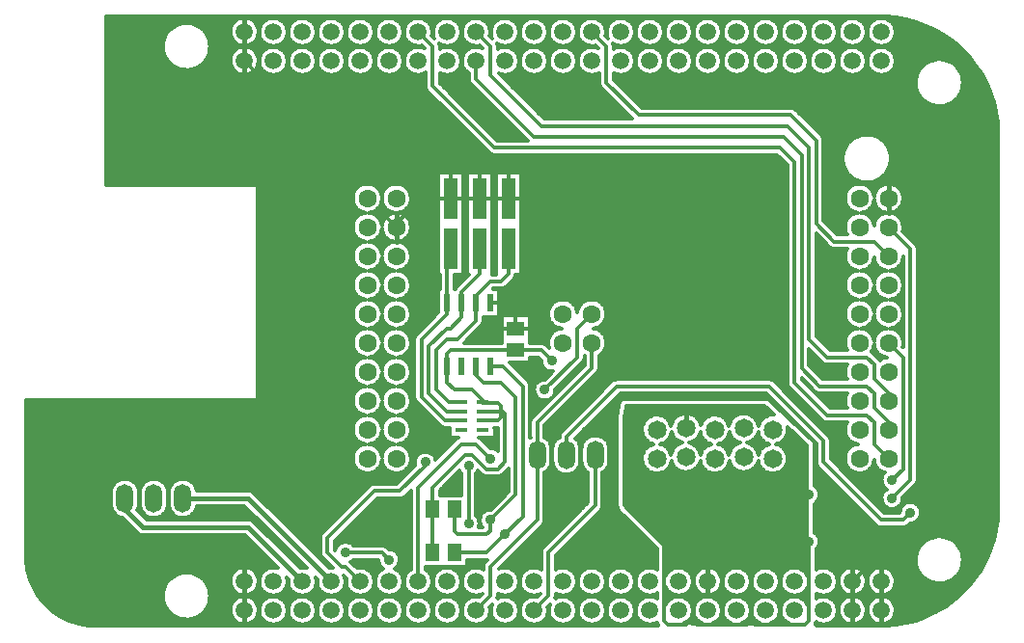
<source format=gbl>
G04 DipTrace 2.3.1.0*
%INbbblp30.GBL*%
%MOMM*%
%ADD13C,0.3*%
%ADD14C,0.45*%
%ADD15C,0.33*%
%ADD16C,0.4*%
%ADD17C,1.5*%
%ADD18C,1.6*%
%ADD19O,1.5X2.5*%
%ADD20R,1.3X1.5*%
%ADD21C,1.65*%
%ADD23R,0.55X1.5*%
%ADD24R,1.5X1.3*%
%ADD25R,1.27X3.6*%
%ADD26R,1.1X0.4*%
%ADD27C,0.9*%
%FSLAX53Y53*%
G04*
G71*
G90*
G75*
G01*
%LNBottom*%
%LPD*%
X86200Y25234D2*
D13*
X84930Y26504D1*
Y28409D1*
X84295Y29044D1*
X80802D1*
X77945Y31901D1*
Y51269D1*
X76675Y52539D1*
X51593D1*
X46195Y57936D1*
Y61429D1*
X44925Y62699D1*
X86200Y27774D2*
Y28409D1*
X84930Y29679D1*
Y30949D1*
X84295Y31584D1*
X80168D1*
X78580Y33172D1*
Y51904D1*
X76992Y53492D1*
X55085D1*
X50005Y58572D1*
Y60159D1*
X86200Y35394D2*
X87470Y34124D1*
Y24281D1*
X86517Y23329D1*
X49370Y24599D2*
Y19519D1*
X60165Y37934D2*
X58895Y36664D1*
Y34124D1*
X56038Y31267D1*
X86200Y45554D2*
X88105Y43649D1*
Y23329D1*
X86517Y21742D1*
X51275Y25234D2*
X50005Y26504D1*
X48735D1*
X44925Y22694D1*
Y14439D1*
X38575Y16979D2*
X41750D1*
X42385Y16344D1*
X86200Y43014D2*
X84930Y44284D1*
X81438D1*
X79850Y45871D1*
Y53174D1*
X77627Y55397D1*
X64293D1*
X61435Y58254D1*
Y61429D1*
X60165Y62699D1*
X86200Y30314D2*
Y30949D1*
X84930Y32219D1*
Y33489D1*
X84295Y34124D1*
X80803D1*
X79215Y35712D1*
Y52539D1*
X77310Y54444D1*
X55720D1*
X51275Y58889D1*
Y61429D1*
X50005Y62699D1*
X24287Y21742D2*
D14*
X30002D1*
X37305Y14439D1*
X19207Y21742D2*
Y20789D1*
X20795Y19201D1*
X30002D1*
X34765Y14439D1*
X69055Y10947D2*
D13*
X68737D1*
X68420Y10629D1*
X66832D1*
X66515Y10946D1*
Y17614D1*
X63023Y21107D1*
Y29044D1*
X63340Y29361D1*
X69055Y10947D2*
X69373Y10629D1*
X73817D1*
X74135Y10947D1*
X74453Y10629D1*
X78897D1*
X79215Y10947D1*
Y17931D1*
X47465Y38886D2*
Y43337D1*
X47782Y43654D1*
X48735Y28574D2*
X47300D1*
X45242Y30631D1*
Y35711D1*
X47465Y37934D1*
Y38886D1*
X48735D2*
Y39839D1*
X50322Y41426D1*
Y43654D1*
X48735Y29374D2*
X47452D1*
X45877Y30949D1*
Y35076D1*
X47465Y36664D1*
X47782D1*
X48735Y37617D1*
Y38886D1*
X50005D2*
Y39521D1*
X51275Y40791D1*
X52227D1*
X52863Y41426D1*
Y43654D1*
X48735Y30174D2*
X47605D1*
X46512Y31267D1*
Y34759D1*
X47465Y35712D1*
X48417D1*
X50005Y37299D1*
Y38886D1*
X43020Y45554D2*
X41750Y46824D1*
Y50316D1*
X34130Y57936D1*
X31908D1*
X29685Y60159D1*
X43020Y45554D2*
X42703D1*
X46045Y48897D1*
Y51269D1*
X47782D1*
X50322D1*
X52863D1*
X54768D1*
X57307D1*
X81755Y26822D1*
Y24599D1*
X85883Y20471D1*
X86835D1*
X88105Y21742D1*
X89058D1*
X89692Y21107D1*
Y20154D1*
X85883Y16344D1*
X84930D1*
X83025Y14439D1*
X52863Y48094D2*
Y51269D1*
X50322Y48094D2*
Y51269D1*
X47782Y48094D2*
Y51269D1*
X51275Y38886D2*
X52545D1*
X54768Y41109D1*
Y51269D1*
X53498Y36664D2*
Y37984D1*
X52595Y38886D1*
X52545D1*
X50005Y33330D2*
Y32536D1*
X50640Y31901D1*
X52227D1*
X53498Y30631D1*
Y22059D1*
X51275Y19837D1*
X48100Y20789D2*
Y18884D1*
X48418Y18567D1*
X50958D1*
X51275Y18884D1*
Y19837D1*
Y33330D2*
X52386D1*
X54133Y31584D1*
Y20154D1*
X52545Y18567D1*
X48100Y16979D2*
X50958D1*
X52545Y18567D1*
X55402Y25552D2*
Y19836D1*
X51275Y15709D1*
Y13169D1*
X50005Y11899D1*
X60165Y35394D2*
Y33172D1*
X55402Y28409D1*
Y25552D1*
X57942D2*
Y27139D1*
X62387Y31584D1*
X75722D1*
X80485Y26821D1*
Y24917D1*
X85565Y19837D1*
X87470D1*
X88105Y20472D1*
X45560Y24916D2*
Y24599D1*
X43337Y22377D1*
X41115D1*
X36988Y18249D1*
Y16979D1*
X38258Y15709D1*
X38575D1*
X39845Y14439D1*
X60482Y25552D2*
Y21106D1*
X56355Y16979D1*
Y13169D1*
X55085Y11899D1*
X53498Y34764D2*
X47788D1*
X47465Y34441D1*
Y33330D1*
X50615Y30174D2*
Y30339D1*
X49688Y31266D1*
X48100D1*
X47465Y31902D1*
Y33330D1*
X50615Y28574D2*
X51944D1*
X52227Y28858D1*
Y29374D1*
Y29515D1*
Y29824D1*
X51907Y30145D1*
X50585D1*
X50615Y30174D1*
Y29374D2*
X52227D1*
X53498Y34764D2*
X55715D1*
X56672Y33806D1*
X46200Y16979D2*
Y20789D1*
Y22699D1*
X49053Y25552D1*
X49688D1*
X50958Y24282D1*
X51910D1*
X52545Y24917D1*
Y29198D1*
X52227Y29515D1*
D27*
X86517Y23329D3*
X49370Y24599D3*
Y19519D3*
X56038Y31267D3*
X86517Y21742D3*
X51275Y25234D3*
X38575Y16979D3*
X42385Y16344D3*
X51275Y19837D3*
X52545Y18567D3*
X88105Y20472D3*
X45560Y24916D3*
X56672Y33806D3*
X79215Y22059D3*
Y17931D3*
X63340Y29361D3*
X69055Y10947D3*
X74135D3*
X63220Y29505D2*
D15*
X75666D1*
X63220Y29178D2*
X68128D1*
X68709D2*
X73212D1*
X73788D2*
X76022D1*
X63220Y28851D2*
X65116D1*
X66647D2*
X67493D1*
X69344D2*
X70195D1*
X71726D2*
X72578D1*
X74422D2*
X75274D1*
X63220Y28525D2*
X64781D1*
X66977D2*
X67241D1*
X69596D2*
X69860D1*
X72056D2*
X72325D1*
X74675D2*
X74944D1*
X63220Y28198D2*
X64616D1*
X63220Y27871D2*
X64549D1*
X63220Y27545D2*
X64565D1*
X77356D2*
X77801D1*
X63220Y27218D2*
X64668D1*
X67090D2*
X67276D1*
X69560D2*
X69750D1*
X72169D2*
X72354D1*
X74644D2*
X74829D1*
X77253D2*
X78157D1*
X63220Y26891D2*
X64890D1*
X66874D2*
X67566D1*
X69276D2*
X69969D1*
X71953D2*
X72645D1*
X74355D2*
X75047D1*
X77031D2*
X78518D1*
X63220Y26565D2*
X65364D1*
X66399D2*
X67891D1*
X68952D2*
X70443D1*
X71478D2*
X72969D1*
X74031D2*
X75522D1*
X76557D2*
X78873D1*
X63220Y26238D2*
X65019D1*
X66745D2*
X67421D1*
X69416D2*
X70097D1*
X71824D2*
X72505D1*
X74495D2*
X75176D1*
X76903D2*
X79018D1*
X63220Y25912D2*
X64735D1*
X67028D2*
X67205D1*
X69632D2*
X69814D1*
X72107D2*
X72284D1*
X74716D2*
X74893D1*
X77186D2*
X79018D1*
X63220Y25585D2*
X64591D1*
X77325D2*
X79018D1*
X63220Y25258D2*
X64544D1*
X77377D2*
X79018D1*
X63220Y24931D2*
X64580D1*
X77341D2*
X79018D1*
X63220Y24605D2*
X64704D1*
X67054D2*
X67329D1*
X69514D2*
X69788D1*
X72133D2*
X72407D1*
X74593D2*
X74867D1*
X77212D2*
X79018D1*
X63220Y24278D2*
X64962D1*
X66796D2*
X67664D1*
X69179D2*
X70041D1*
X71880D2*
X72743D1*
X74257D2*
X75120D1*
X76959D2*
X79018D1*
X63220Y23951D2*
X65617D1*
X66141D2*
X70695D1*
X71220D2*
X75780D1*
X76305D2*
X79018D1*
X63220Y23625D2*
X79018D1*
X63220Y23298D2*
X79018D1*
X63220Y22972D2*
X79018D1*
X63220Y22645D2*
X79018D1*
X63220Y22318D2*
X79018D1*
X63220Y21992D2*
X79018D1*
X63220Y21665D2*
X79018D1*
X63220Y21338D2*
X79018D1*
X63220Y21012D2*
X79018D1*
X63414Y20685D2*
X79018D1*
X63775Y20358D2*
X79018D1*
X64136Y20031D2*
X79018D1*
X64492Y19705D2*
X79018D1*
X64852Y19378D2*
X79018D1*
X65213Y19052D2*
X79018D1*
X65569Y18725D2*
X79018D1*
X65930Y18398D2*
X79018D1*
X66291Y18072D2*
X79018D1*
X66647Y17745D2*
X79018D1*
X66714Y17418D2*
X79018D1*
X66714Y17091D2*
X79018D1*
X66714Y16765D2*
X79018D1*
X66714Y16438D2*
X79018D1*
X66714Y16111D2*
X79018D1*
X66714Y15785D2*
X79018D1*
X66714Y15458D2*
X67066D1*
X68503D2*
X69608D1*
X71045D2*
X72150D1*
X73582D2*
X74686D1*
X76124D2*
X77228D1*
X78661D2*
X79018D1*
X68833Y15132D2*
X69278D1*
X71370D2*
X71820D1*
X73912D2*
X74356D1*
X76454D2*
X76898D1*
X68988Y14805D2*
X69118D1*
X71530D2*
X71663D1*
X74072D2*
X74200D1*
X76609D2*
X76739D1*
X68879Y13825D2*
X69231D1*
X71421D2*
X71768D1*
X73964D2*
X74310D1*
X76500D2*
X76847D1*
X66714Y13498D2*
X66962D1*
X68606D2*
X69504D1*
X71148D2*
X72041D1*
X73685D2*
X74583D1*
X76227D2*
X77125D1*
X78769D2*
X79018D1*
X66714Y13171D2*
X79018D1*
X66714Y12845D2*
X66968D1*
X68601D2*
X69510D1*
X71143D2*
X72046D1*
X73680D2*
X74588D1*
X76222D2*
X77130D1*
X78759D2*
X79018D1*
X68879Y12518D2*
X69231D1*
X71416D2*
X71773D1*
X73958D2*
X74310D1*
X76500D2*
X76852D1*
X68993Y11538D2*
X69118D1*
X71530D2*
X71654D1*
X74072D2*
X74200D1*
X76614D2*
X76741D1*
X68833Y11212D2*
X69272D1*
X71375D2*
X71814D1*
X73917D2*
X74356D1*
X76454D2*
X76893D1*
X68508Y10885D2*
X69602D1*
X71050D2*
X72139D1*
X73592D2*
X74681D1*
X76129D2*
X77218D1*
X69002Y14275D2*
X68969Y14113D1*
X68915Y13957D1*
X68840Y13810D1*
X68746Y13675D1*
X68635Y13553D1*
X68509Y13447D1*
X68370Y13359D1*
X68220Y13290D1*
X68062Y13242D1*
X67899Y13216D1*
X67734Y13212D1*
X67570Y13230D1*
X67410Y13269D1*
X67257Y13330D1*
X67113Y13411D1*
X66982Y13510D1*
X66864Y13626D1*
X66764Y13757D1*
X66680Y13904D1*
Y12432D1*
X66785Y12613D1*
X66890Y12740D1*
X67011Y12852D1*
X67145Y12947D1*
X67292Y13024D1*
X67447Y13080D1*
X67608Y13114D1*
X67772Y13127D1*
X67937Y13118D1*
X68099Y13086D1*
X68255Y13034D1*
X68403Y12961D1*
X68539Y12868D1*
X68662Y12758D1*
X68770Y12633D1*
X68859Y12495D1*
X68929Y12346D1*
X68979Y12188D1*
X69007Y12026D1*
X69013Y11899D1*
X69002Y11734D1*
X68969Y11573D1*
X68915Y11417D1*
X68840Y11270D1*
X68746Y11135D1*
X68635Y11013D1*
X68509Y10907D1*
X68318Y10795D1*
X69789Y10794D1*
X69653Y10871D1*
X69522Y10970D1*
X69404Y11086D1*
X69304Y11217D1*
X69222Y11360D1*
X69159Y11512D1*
X69118Y11672D1*
X69098Y11836D1*
X69101Y12000D1*
X69126Y12163D1*
X69172Y12322D1*
X69239Y12472D1*
X69325Y12613D1*
X69430Y12740D1*
X69551Y12852D1*
X69685Y12947D1*
X69832Y13024D1*
X69987Y13080D1*
X70148Y13114D1*
X70312Y13127D1*
X70477Y13118D1*
X70639Y13086D1*
X70795Y13034D1*
X70943Y12961D1*
X71079Y12868D1*
X71202Y12758D1*
X71310Y12633D1*
X71399Y12495D1*
X71469Y12346D1*
X71519Y12188D1*
X71547Y12026D1*
X71553Y11899D1*
X71542Y11734D1*
X71509Y11573D1*
X71455Y11417D1*
X71380Y11270D1*
X71286Y11135D1*
X71175Y11013D1*
X71049Y10907D1*
X70858Y10795D1*
X72326Y10794D1*
X72193Y10871D1*
X72062Y10970D1*
X71944Y11086D1*
X71844Y11217D1*
X71762Y11360D1*
X71699Y11512D1*
X71658Y11672D1*
X71638Y11836D1*
X71641Y12000D1*
X71666Y12163D1*
X71712Y12322D1*
X71779Y12472D1*
X71865Y12613D1*
X71970Y12740D1*
X72091Y12852D1*
X72225Y12947D1*
X72372Y13024D1*
X72527Y13080D1*
X72688Y13114D1*
X72852Y13127D1*
X73017Y13118D1*
X73179Y13086D1*
X73335Y13034D1*
X73483Y12961D1*
X73619Y12868D1*
X73742Y12758D1*
X73850Y12633D1*
X73939Y12495D1*
X74009Y12346D1*
X74059Y12188D1*
X74087Y12026D1*
X74093Y11899D1*
X74082Y11734D1*
X74049Y11573D1*
X73995Y11417D1*
X73920Y11270D1*
X73826Y11135D1*
X73715Y11013D1*
X73589Y10907D1*
X73398Y10795D1*
X74873Y10794D1*
X74733Y10871D1*
X74602Y10970D1*
X74484Y11086D1*
X74384Y11217D1*
X74302Y11360D1*
X74239Y11512D1*
X74198Y11672D1*
X74178Y11836D1*
X74181Y12000D1*
X74206Y12163D1*
X74252Y12322D1*
X74319Y12472D1*
X74405Y12613D1*
X74510Y12740D1*
X74631Y12852D1*
X74765Y12947D1*
X74912Y13024D1*
X75067Y13080D1*
X75228Y13114D1*
X75392Y13127D1*
X75557Y13118D1*
X75719Y13086D1*
X75875Y13034D1*
X76023Y12961D1*
X76159Y12868D1*
X76282Y12758D1*
X76390Y12633D1*
X76479Y12495D1*
X76549Y12346D1*
X76599Y12188D1*
X76627Y12026D1*
X76633Y11899D1*
X76622Y11734D1*
X76589Y11573D1*
X76535Y11417D1*
X76460Y11270D1*
X76366Y11135D1*
X76255Y11013D1*
X76129Y10907D1*
X75938Y10795D1*
X77410Y10794D1*
X77273Y10871D1*
X77142Y10970D1*
X77024Y11086D1*
X76924Y11217D1*
X76842Y11360D1*
X76779Y11512D1*
X76738Y11672D1*
X76718Y11836D1*
X76721Y12000D1*
X76746Y12163D1*
X76792Y12322D1*
X76859Y12472D1*
X76945Y12613D1*
X77050Y12740D1*
X77171Y12852D1*
X77305Y12947D1*
X77452Y13024D1*
X77607Y13080D1*
X77768Y13114D1*
X77932Y13127D1*
X78097Y13118D1*
X78259Y13086D1*
X78415Y13034D1*
X78563Y12961D1*
X78699Y12868D1*
X78822Y12758D1*
X78930Y12633D1*
X79052Y12425D1*
X79050Y13903D1*
X78906Y13675D1*
X78795Y13553D1*
X78669Y13447D1*
X78530Y13359D1*
X78380Y13290D1*
X78222Y13242D1*
X78059Y13216D1*
X77894Y13212D1*
X77730Y13230D1*
X77570Y13269D1*
X77417Y13330D1*
X77273Y13411D1*
X77142Y13510D1*
X77024Y13626D1*
X76924Y13757D1*
X76842Y13900D1*
X76779Y14052D1*
X76738Y14212D1*
X76718Y14376D1*
X76721Y14540D1*
X76746Y14703D1*
X76792Y14862D1*
X76859Y15012D1*
X76945Y15153D1*
X77050Y15280D1*
X77171Y15392D1*
X77305Y15487D1*
X77452Y15564D1*
X77607Y15620D1*
X77768Y15654D1*
X77932Y15667D1*
X78097Y15658D1*
X78259Y15626D1*
X78415Y15574D1*
X78563Y15501D1*
X78699Y15408D1*
X78822Y15298D1*
X78930Y15173D1*
X79052Y14965D1*
X79050Y26433D1*
X77321Y28016D1*
X77343Y27774D1*
X77333Y27609D1*
X77302Y27448D1*
X77250Y27291D1*
X77180Y27142D1*
X77091Y27003D1*
X76985Y26877D1*
X76864Y26764D1*
X76730Y26668D1*
X76585Y26590D1*
X76431Y26531D1*
X76326Y26505D1*
X76489Y26457D1*
X76640Y26391D1*
X76782Y26306D1*
X76911Y26203D1*
X77026Y26086D1*
X77126Y25954D1*
X77208Y25811D1*
X77272Y25659D1*
X77316Y25500D1*
X77343Y25234D1*
X77333Y25069D1*
X77302Y24907D1*
X77250Y24751D1*
X77180Y24602D1*
X77091Y24463D1*
X76985Y24337D1*
X76864Y24224D1*
X76730Y24128D1*
X76585Y24050D1*
X76431Y23991D1*
X76271Y23951D1*
X76107Y23933D1*
X75942Y23934D1*
X75779Y23957D1*
X75620Y24000D1*
X75467Y24063D1*
X75324Y24145D1*
X75192Y24244D1*
X75074Y24359D1*
X74971Y24488D1*
X74886Y24629D1*
X74819Y24780D1*
X74757Y25024D1*
X74710Y24878D1*
X74640Y24729D1*
X74551Y24590D1*
X74445Y24463D1*
X74324Y24351D1*
X74190Y24255D1*
X74045Y24177D1*
X73891Y24118D1*
X73731Y24078D1*
X73567Y24060D1*
X73402Y24061D1*
X73239Y24084D1*
X73080Y24127D1*
X72927Y24190D1*
X72784Y24272D1*
X72652Y24371D1*
X72534Y24486D1*
X72431Y24615D1*
X72346Y24756D1*
X72279Y24907D1*
X72244Y25020D1*
X72170Y24751D1*
X72100Y24602D1*
X72011Y24463D1*
X71905Y24337D1*
X71784Y24224D1*
X71650Y24128D1*
X71505Y24050D1*
X71351Y23991D1*
X71191Y23951D1*
X71027Y23933D1*
X70862Y23934D1*
X70699Y23957D1*
X70540Y24000D1*
X70387Y24063D1*
X70244Y24145D1*
X70112Y24244D1*
X69994Y24359D1*
X69891Y24488D1*
X69806Y24629D1*
X69739Y24780D1*
X69676Y25024D1*
X69630Y24878D1*
X69560Y24729D1*
X69471Y24590D1*
X69365Y24463D1*
X69244Y24351D1*
X69110Y24255D1*
X68965Y24177D1*
X68811Y24118D1*
X68651Y24078D1*
X68487Y24060D1*
X68322Y24061D1*
X68159Y24084D1*
X68000Y24127D1*
X67847Y24190D1*
X67704Y24272D1*
X67572Y24371D1*
X67454Y24486D1*
X67351Y24615D1*
X67266Y24756D1*
X67199Y24907D1*
X67164Y25020D1*
X67090Y24751D1*
X67020Y24602D1*
X66931Y24463D1*
X66825Y24337D1*
X66704Y24224D1*
X66570Y24128D1*
X66425Y24050D1*
X66271Y23991D1*
X66111Y23951D1*
X65947Y23933D1*
X65782Y23934D1*
X65619Y23957D1*
X65460Y24000D1*
X65307Y24063D1*
X65164Y24145D1*
X65032Y24244D1*
X64914Y24359D1*
X64811Y24488D1*
X64726Y24629D1*
X64659Y24780D1*
X64611Y24938D1*
X64584Y25100D1*
X64577Y25265D1*
X64591Y25429D1*
X64626Y25590D1*
X64681Y25746D1*
X64756Y25893D1*
X64848Y26030D1*
X64957Y26154D1*
X65080Y26263D1*
X65216Y26356D1*
X65363Y26430D1*
X65594Y26503D1*
X65460Y26540D1*
X65307Y26603D1*
X65164Y26685D1*
X65032Y26784D1*
X64914Y26899D1*
X64811Y27028D1*
X64726Y27169D1*
X64659Y27320D1*
X64611Y27478D1*
X64584Y27640D1*
X64577Y27805D1*
X64591Y27969D1*
X64626Y28130D1*
X64681Y28286D1*
X64756Y28433D1*
X64848Y28570D1*
X64957Y28694D1*
X65080Y28803D1*
X65216Y28896D1*
X65363Y28970D1*
X65519Y29026D1*
X65680Y29062D1*
X65844Y29077D1*
X66009Y29071D1*
X66171Y29044D1*
X66329Y28997D1*
X66480Y28931D1*
X66622Y28846D1*
X66751Y28743D1*
X66866Y28626D1*
X66966Y28494D1*
X67048Y28351D1*
X67135Y28115D1*
X67176Y28289D1*
X67249Y28473D1*
X67349Y28643D1*
X67474Y28797D1*
X67620Y28930D1*
X67785Y29039D1*
X67965Y29122D1*
X68155Y29177D1*
X68351Y29202D1*
X68549Y29198D1*
X68743Y29163D1*
X68931Y29100D1*
X69106Y29009D1*
X69266Y28892D1*
X69406Y28753D1*
X69524Y28594D1*
X69616Y28419D1*
X69681Y28232D1*
X69706Y28130D1*
X69761Y28286D1*
X69836Y28433D1*
X69928Y28570D1*
X70037Y28694D1*
X70160Y28803D1*
X70296Y28896D1*
X70443Y28970D1*
X70599Y29026D1*
X70760Y29062D1*
X70924Y29077D1*
X71089Y29071D1*
X71251Y29044D1*
X71409Y28997D1*
X71560Y28931D1*
X71702Y28846D1*
X71831Y28743D1*
X71946Y28626D1*
X72046Y28494D1*
X72128Y28351D1*
X72215Y28115D1*
X72246Y28257D1*
X72301Y28413D1*
X72376Y28560D1*
X72468Y28697D1*
X72577Y28821D1*
X72700Y28930D1*
X72836Y29023D1*
X72983Y29097D1*
X73139Y29153D1*
X73300Y29189D1*
X73464Y29204D1*
X73629Y29198D1*
X73791Y29171D1*
X73949Y29124D1*
X74100Y29058D1*
X74242Y28973D1*
X74371Y28870D1*
X74486Y28753D1*
X74586Y28621D1*
X74668Y28478D1*
X74732Y28326D1*
X74782Y28121D1*
X74841Y28286D1*
X74916Y28433D1*
X75008Y28570D1*
X75117Y28694D1*
X75240Y28803D1*
X75376Y28896D1*
X75523Y28970D1*
X75679Y29026D1*
X75840Y29062D1*
X76004Y29077D1*
X76174Y29070D1*
X75337Y29835D1*
X73755Y29832D1*
X63188D1*
Y20859D1*
X66626Y17736D1*
X66678Y17637D1*
X66680Y14979D1*
X66785Y15153D1*
X66890Y15280D1*
X67011Y15392D1*
X67145Y15487D1*
X67292Y15564D1*
X67447Y15620D1*
X67608Y15654D1*
X67772Y15667D1*
X67937Y15658D1*
X68099Y15626D1*
X68255Y15574D1*
X68403Y15501D1*
X68539Y15408D1*
X68662Y15298D1*
X68770Y15173D1*
X68859Y15035D1*
X68929Y14886D1*
X68979Y14728D1*
X69007Y14566D1*
X69013Y14439D1*
X69002Y14275D1*
X71553Y14406D2*
X71532Y14209D1*
X71479Y14019D1*
X71397Y13839D1*
X71286Y13675D1*
X71151Y13530D1*
X70995Y13409D1*
X70821Y13315D1*
X70634Y13250D1*
X70439Y13216D1*
X70241Y13214D1*
X70046Y13243D1*
X69857Y13303D1*
X69681Y13393D1*
X69522Y13510D1*
X69383Y13651D1*
X69269Y13812D1*
X69182Y13990D1*
X69125Y14179D1*
X69098Y14376D1*
X69104Y14573D1*
X69142Y14767D1*
X69210Y14953D1*
X69307Y15126D1*
X69430Y15280D1*
X69577Y15413D1*
X69743Y15520D1*
X69924Y15600D1*
X70115Y15649D1*
X70312Y15667D1*
X70510Y15653D1*
X70702Y15608D1*
X70885Y15532D1*
X71053Y15428D1*
X71202Y15298D1*
X71329Y15147D1*
X71429Y14976D1*
X71501Y14792D1*
X71543Y14599D1*
X71553Y14406D1*
X74082Y14275D2*
X74049Y14113D1*
X73995Y13957D1*
X73920Y13810D1*
X73826Y13675D1*
X73715Y13553D1*
X73589Y13447D1*
X73450Y13359D1*
X73300Y13290D1*
X73142Y13242D1*
X72979Y13216D1*
X72814Y13212D1*
X72650Y13230D1*
X72490Y13269D1*
X72337Y13330D1*
X72193Y13411D1*
X72062Y13510D1*
X71944Y13626D1*
X71844Y13757D1*
X71762Y13900D1*
X71699Y14052D1*
X71658Y14212D1*
X71638Y14376D1*
X71641Y14540D1*
X71666Y14703D1*
X71712Y14862D1*
X71779Y15012D1*
X71865Y15153D1*
X71970Y15280D1*
X72091Y15392D1*
X72225Y15487D1*
X72372Y15564D1*
X72527Y15620D1*
X72688Y15654D1*
X72852Y15667D1*
X73017Y15658D1*
X73179Y15626D1*
X73335Y15574D1*
X73483Y15501D1*
X73619Y15408D1*
X73742Y15298D1*
X73850Y15173D1*
X73939Y15035D1*
X74009Y14886D1*
X74059Y14728D1*
X74087Y14566D1*
X74093Y14439D1*
X74082Y14275D1*
X76622D2*
X76589Y14113D1*
X76535Y13957D1*
X76460Y13810D1*
X76366Y13675D1*
X76255Y13553D1*
X76129Y13447D1*
X75990Y13359D1*
X75840Y13290D1*
X75682Y13242D1*
X75519Y13216D1*
X75354Y13212D1*
X75190Y13230D1*
X75030Y13269D1*
X74877Y13330D1*
X74733Y13411D1*
X74602Y13510D1*
X74484Y13626D1*
X74384Y13757D1*
X74302Y13900D1*
X74239Y14052D1*
X74198Y14212D1*
X74178Y14376D1*
X74181Y14540D1*
X74206Y14703D1*
X74252Y14862D1*
X74319Y15012D1*
X74405Y15153D1*
X74510Y15280D1*
X74631Y15392D1*
X74765Y15487D1*
X74912Y15564D1*
X75067Y15620D1*
X75228Y15654D1*
X75392Y15667D1*
X75557Y15658D1*
X75719Y15626D1*
X75875Y15574D1*
X76023Y15501D1*
X76159Y15408D1*
X76282Y15298D1*
X76390Y15173D1*
X76479Y15035D1*
X76549Y14886D1*
X76599Y14728D1*
X76627Y14566D1*
X76633Y14439D1*
X76622Y14275D1*
X66176Y26503D2*
X66329Y26457D1*
X66480Y26391D1*
X66622Y26306D1*
X66751Y26203D1*
X66866Y26086D1*
X66966Y25954D1*
X67048Y25811D1*
X67135Y25575D1*
X67166Y25717D1*
X67221Y25873D1*
X67296Y26020D1*
X67388Y26157D1*
X67497Y26281D1*
X67620Y26390D1*
X67756Y26483D1*
X67903Y26557D1*
X68134Y26630D1*
X67938Y26690D1*
X67760Y26777D1*
X67598Y26890D1*
X67454Y27026D1*
X67333Y27182D1*
X67237Y27355D1*
X67164Y27554D1*
X67090Y27291D1*
X67020Y27142D1*
X66931Y27003D1*
X66825Y26877D1*
X66704Y26764D1*
X66570Y26668D1*
X66425Y26590D1*
X66271Y26531D1*
X66166Y26505D1*
X68716Y26630D2*
X68869Y26584D1*
X69020Y26518D1*
X69162Y26433D1*
X69291Y26330D1*
X69406Y26213D1*
X69506Y26081D1*
X69588Y25938D1*
X69652Y25786D1*
X69702Y25581D1*
X69761Y25746D1*
X69836Y25893D1*
X69928Y26030D1*
X70037Y26154D1*
X70160Y26263D1*
X70296Y26356D1*
X70443Y26430D1*
X70674Y26503D1*
X70540Y26540D1*
X70387Y26603D1*
X70244Y26685D1*
X70112Y26784D1*
X69994Y26899D1*
X69891Y27028D1*
X69806Y27169D1*
X69739Y27320D1*
X69676Y27564D1*
X69630Y27418D1*
X69543Y27240D1*
X69430Y27078D1*
X69294Y26934D1*
X69138Y26813D1*
X68965Y26717D1*
X68779Y26648D1*
X68710Y26631D1*
X71256Y26503D2*
X71409Y26457D1*
X71560Y26391D1*
X71702Y26306D1*
X71831Y26203D1*
X71946Y26086D1*
X72046Y25954D1*
X72128Y25811D1*
X72215Y25575D1*
X72246Y25717D1*
X72301Y25873D1*
X72376Y26020D1*
X72468Y26157D1*
X72577Y26281D1*
X72700Y26390D1*
X72836Y26483D1*
X72983Y26557D1*
X73214Y26630D1*
X73080Y26667D1*
X72927Y26730D1*
X72784Y26812D1*
X72652Y26911D1*
X72534Y27026D1*
X72431Y27155D1*
X72346Y27296D1*
X72279Y27447D1*
X72244Y27560D1*
X72170Y27291D1*
X72100Y27142D1*
X72011Y27003D1*
X71905Y26877D1*
X71784Y26764D1*
X71650Y26668D1*
X71505Y26590D1*
X71351Y26531D1*
X71246Y26505D1*
X73796Y26630D2*
X73949Y26584D1*
X74100Y26518D1*
X74242Y26433D1*
X74371Y26330D1*
X74486Y26213D1*
X74586Y26081D1*
X74668Y25938D1*
X74732Y25786D1*
X74782Y25581D1*
X74841Y25746D1*
X74916Y25893D1*
X75008Y26030D1*
X75117Y26154D1*
X75240Y26263D1*
X75376Y26356D1*
X75523Y26430D1*
X75754Y26503D1*
X75620Y26540D1*
X75467Y26603D1*
X75324Y26685D1*
X75192Y26784D1*
X75074Y26899D1*
X74971Y27028D1*
X74886Y27169D1*
X74819Y27320D1*
X74757Y27564D1*
X74710Y27418D1*
X74640Y27269D1*
X74551Y27130D1*
X74445Y27004D1*
X74324Y26891D1*
X74190Y26795D1*
X74045Y26717D1*
X73891Y26658D1*
X73786Y26632D1*
X70325Y15667D2*
D16*
Y13211D1*
X68420Y29204D2*
Y27901D1*
X17572Y63723D2*
D15*
X28974D1*
X30396D2*
X31516D1*
X32938D2*
X34053D1*
X35475D2*
X36595D1*
X38017D2*
X39137D1*
X40554D2*
X41673D1*
X43096D2*
X44216D1*
X45638D2*
X46752D1*
X48174D2*
X49294D1*
X50717D2*
X51836D1*
X53253D2*
X54373D1*
X55795D2*
X56915D1*
X58337D2*
X59452D1*
X60874D2*
X61994D1*
X63416D2*
X64536D1*
X65953D2*
X67073D1*
X68495D2*
X69615D1*
X71037D2*
X72152D1*
X73574D2*
X74694D1*
X76116D2*
X77236D1*
X78653D2*
X79773D1*
X81195D2*
X82315D1*
X83737D2*
X84852D1*
X86274D2*
X88028D1*
X17572Y63396D2*
X23941D1*
X25265D2*
X28644D1*
X30731D2*
X31181D1*
X33268D2*
X33723D1*
X35810D2*
X36259D1*
X38347D2*
X38801D1*
X40889D2*
X41343D1*
X43431D2*
X43880D1*
X45968D2*
X46422D1*
X48510D2*
X48959D1*
X51047D2*
X51501D1*
X53589D2*
X54043D1*
X56131D2*
X56580D1*
X58667D2*
X59122D1*
X61209D2*
X61659D1*
X63746D2*
X64201D1*
X66288D2*
X66743D1*
X68830D2*
X69280D1*
X71367D2*
X71822D1*
X73909D2*
X74359D1*
X76446D2*
X76901D1*
X78988D2*
X79443D1*
X81530D2*
X81980D1*
X84067D2*
X84522D1*
X86609D2*
X89070D1*
X17572Y63070D2*
X23317D1*
X25894D2*
X28484D1*
X30891D2*
X31021D1*
X33428D2*
X33561D1*
X35970D2*
X36100D1*
X38507D2*
X38640D1*
X41049D2*
X41180D1*
X43591D2*
X43724D1*
X46127D2*
X46265D1*
X48669D2*
X48799D1*
X51206D2*
X51343D1*
X53748D2*
X53884D1*
X56290D2*
X56420D1*
X58827D2*
X58960D1*
X61369D2*
X61504D1*
X63906D2*
X64037D1*
X66448D2*
X66581D1*
X68990D2*
X69120D1*
X71527D2*
X71664D1*
X74069D2*
X74202D1*
X76606D2*
X76740D1*
X79148D2*
X79285D1*
X81690D2*
X81820D1*
X84227D2*
X84359D1*
X86769D2*
X89843D1*
X17572Y62743D2*
X22977D1*
X26229D2*
X28427D1*
X86826D2*
X90488D1*
X17572Y62416D2*
X22760D1*
X26451D2*
X28458D1*
X86795D2*
X91039D1*
X17572Y62090D2*
X22616D1*
X26596D2*
X28587D1*
X30782D2*
X31124D1*
X33324D2*
X33666D1*
X35867D2*
X36208D1*
X38403D2*
X38745D1*
X40945D2*
X41287D1*
X43482D2*
X43824D1*
X48566D2*
X48908D1*
X53645D2*
X53987D1*
X56182D2*
X56523D1*
X58724D2*
X59066D1*
X63803D2*
X64144D1*
X66345D2*
X66686D1*
X68882D2*
X69228D1*
X71424D2*
X71765D1*
X73966D2*
X74307D1*
X76503D2*
X76844D1*
X79045D2*
X79386D1*
X81582D2*
X81928D1*
X84124D2*
X84465D1*
X86666D2*
X91503D1*
X17572Y61763D2*
X22533D1*
X26678D2*
X28855D1*
X30514D2*
X31397D1*
X33051D2*
X33939D1*
X35593D2*
X36476D1*
X38130D2*
X39018D1*
X40672D2*
X41555D1*
X43214D2*
X44097D1*
X48293D2*
X49176D1*
X53372D2*
X54260D1*
X55914D2*
X56797D1*
X58451D2*
X59339D1*
X63535D2*
X64418D1*
X66072D2*
X66960D1*
X68614D2*
X69497D1*
X71151D2*
X72039D1*
X73693D2*
X74576D1*
X76235D2*
X77118D1*
X78772D2*
X79660D1*
X81314D2*
X82196D1*
X83851D2*
X84738D1*
X86393D2*
X91942D1*
X17572Y61436D2*
X22508D1*
X26704D2*
X45267D1*
X46854D2*
X50346D1*
X51933D2*
X60509D1*
X62096D2*
X92318D1*
X17572Y61110D2*
X22533D1*
X26678D2*
X28876D1*
X30494D2*
X31413D1*
X33036D2*
X33955D1*
X35573D2*
X36497D1*
X38115D2*
X39033D1*
X40657D2*
X41576D1*
X43194D2*
X44112D1*
X48278D2*
X49196D1*
X53357D2*
X54275D1*
X55893D2*
X56817D1*
X58435D2*
X59354D1*
X63514D2*
X64433D1*
X66056D2*
X66975D1*
X68593D2*
X69517D1*
X71135D2*
X72054D1*
X73677D2*
X74596D1*
X76214D2*
X77133D1*
X78756D2*
X79675D1*
X81293D2*
X82217D1*
X83835D2*
X84754D1*
X86377D2*
X92674D1*
X17572Y60783D2*
X22611D1*
X26601D2*
X28592D1*
X30777D2*
X31134D1*
X33314D2*
X33676D1*
X35856D2*
X36213D1*
X38393D2*
X38755D1*
X40935D2*
X41297D1*
X43477D2*
X43834D1*
X48556D2*
X48913D1*
X53635D2*
X53997D1*
X56177D2*
X56534D1*
X58714D2*
X59076D1*
X63798D2*
X64155D1*
X66335D2*
X66697D1*
X68877D2*
X69234D1*
X71414D2*
X71776D1*
X73956D2*
X74313D1*
X76498D2*
X76855D1*
X79035D2*
X79397D1*
X81577D2*
X81933D1*
X84114D2*
X84476D1*
X86656D2*
X92988D1*
X17572Y60456D2*
X22750D1*
X26462D2*
X28463D1*
X86790D2*
X93288D1*
X17572Y60130D2*
X22967D1*
X26245D2*
X28422D1*
X86826D2*
X89745D1*
X91544D2*
X93551D1*
X17572Y59803D2*
X23297D1*
X25910D2*
X28479D1*
X30891D2*
X31021D1*
X33433D2*
X33554D1*
X35975D2*
X36094D1*
X38512D2*
X38641D1*
X41054D2*
X41173D1*
X43591D2*
X43714D1*
X48675D2*
X48799D1*
X53754D2*
X53878D1*
X56296D2*
X56419D1*
X58832D2*
X58953D1*
X63911D2*
X64039D1*
X66453D2*
X66574D1*
X68995D2*
X69115D1*
X71532D2*
X71657D1*
X74074D2*
X74196D1*
X76611D2*
X76732D1*
X79153D2*
X79278D1*
X81695D2*
X81815D1*
X84232D2*
X84360D1*
X86774D2*
X89245D1*
X92044D2*
X93803D1*
X17572Y59476D2*
X23900D1*
X25312D2*
X28633D1*
X30736D2*
X31170D1*
X33278D2*
X33712D1*
X35820D2*
X36249D1*
X38357D2*
X38791D1*
X40899D2*
X41333D1*
X43441D2*
X43870D1*
X48520D2*
X48949D1*
X53599D2*
X54033D1*
X56141D2*
X56570D1*
X58678D2*
X59112D1*
X63757D2*
X64191D1*
X66299D2*
X66733D1*
X68841D2*
X69270D1*
X71378D2*
X71812D1*
X73920D2*
X74354D1*
X76457D2*
X76891D1*
X78999D2*
X79433D1*
X81541D2*
X81970D1*
X84077D2*
X84512D1*
X86619D2*
X88946D1*
X92343D2*
X94025D1*
X17572Y59150D2*
X28953D1*
X30416D2*
X31495D1*
X32958D2*
X34032D1*
X35495D2*
X36574D1*
X38037D2*
X39111D1*
X40579D2*
X41653D1*
X43116D2*
X44195D1*
X48195D2*
X49274D1*
X53279D2*
X54353D1*
X55816D2*
X56895D1*
X58358D2*
X59432D1*
X63437D2*
X64511D1*
X65979D2*
X67053D1*
X68516D2*
X69595D1*
X71058D2*
X72131D1*
X73595D2*
X74673D1*
X76137D2*
X77210D1*
X78679D2*
X79752D1*
X81216D2*
X82294D1*
X83758D2*
X84831D1*
X86295D2*
X88750D1*
X92539D2*
X94241D1*
X17572Y58823D2*
X45536D1*
X46854D2*
X49346D1*
X52263D2*
X60772D1*
X62096D2*
X88626D1*
X92663D2*
X94427D1*
X17572Y58496D2*
X45536D1*
X46854D2*
X49351D1*
X52588D2*
X60772D1*
X62112D2*
X88559D1*
X92730D2*
X94608D1*
X17572Y58170D2*
X45536D1*
X46880D2*
X49490D1*
X52913D2*
X60777D1*
X62442D2*
X88549D1*
X92740D2*
X94773D1*
X17572Y57843D2*
X45541D1*
X47210D2*
X49810D1*
X53243D2*
X60927D1*
X62767D2*
X88590D1*
X92704D2*
X94912D1*
X17572Y57516D2*
X45695D1*
X47535D2*
X50140D1*
X53568D2*
X61252D1*
X63092D2*
X88683D1*
X92606D2*
X95056D1*
X17572Y57190D2*
X46020D1*
X47865D2*
X50465D1*
X53893D2*
X61577D1*
X63422D2*
X88843D1*
X92446D2*
X95175D1*
X17572Y56863D2*
X46345D1*
X48190D2*
X50795D1*
X54223D2*
X61907D1*
X63746D2*
X89085D1*
X92204D2*
X95283D1*
X17572Y56536D2*
X46675D1*
X48515D2*
X51120D1*
X54548D2*
X62231D1*
X64071D2*
X89467D1*
X91827D2*
X95386D1*
X17572Y56210D2*
X47000D1*
X48845D2*
X51445D1*
X54878D2*
X62556D1*
X64401D2*
X90318D1*
X90971D2*
X95463D1*
X17572Y55883D2*
X47330D1*
X49170D2*
X51775D1*
X55202D2*
X62886D1*
X78055D2*
X95541D1*
X17572Y55556D2*
X47655D1*
X49494D2*
X52099D1*
X55527D2*
X63211D1*
X78390D2*
X95608D1*
X17572Y55230D2*
X47980D1*
X49824D2*
X52424D1*
X55857D2*
X63536D1*
X78715D2*
X95654D1*
X17572Y54903D2*
X48310D1*
X50149D2*
X52754D1*
X79040D2*
X95701D1*
X17572Y54576D2*
X48634D1*
X50474D2*
X53079D1*
X79370D2*
X95732D1*
X17572Y54250D2*
X48959D1*
X50804D2*
X53404D1*
X79695D2*
X95747D1*
X17572Y53923D2*
X49289D1*
X51129D2*
X53734D1*
X80019D2*
X95768D1*
X17572Y53596D2*
X49614D1*
X51454D2*
X54059D1*
X80349D2*
X83645D1*
X84949D2*
X95773D1*
X17572Y53270D2*
X49939D1*
X51784D2*
X54384D1*
X80504D2*
X83001D1*
X85588D2*
X95773D1*
X17572Y52943D2*
X50269D1*
X80509D2*
X82655D1*
X85934D2*
X95773D1*
X17572Y52616D2*
X50594D1*
X80509D2*
X82428D1*
X86161D2*
X95773D1*
X17572Y52290D2*
X50919D1*
X80509D2*
X82279D1*
X86310D2*
X95773D1*
X17572Y51963D2*
X51311D1*
X80509D2*
X82191D1*
X86398D2*
X95773D1*
X17572Y51636D2*
X76659D1*
X80509D2*
X82160D1*
X86429D2*
X95773D1*
X17572Y51310D2*
X76983D1*
X80509D2*
X82176D1*
X86413D2*
X95773D1*
X17572Y50983D2*
X77283D1*
X80509D2*
X82248D1*
X86341D2*
X95773D1*
X17572Y50656D2*
X77283D1*
X80509D2*
X82377D1*
X86212D2*
X95773D1*
X17572Y50330D2*
X46639D1*
X48927D2*
X49176D1*
X51469D2*
X51718D1*
X54006D2*
X77283D1*
X80509D2*
X82578D1*
X86016D2*
X95773D1*
X17572Y50003D2*
X46639D1*
X48927D2*
X49176D1*
X51469D2*
X51718D1*
X54006D2*
X77283D1*
X80509D2*
X82877D1*
X85712D2*
X95773D1*
X17572Y49676D2*
X46639D1*
X48927D2*
X49176D1*
X51469D2*
X51718D1*
X54006D2*
X77283D1*
X80509D2*
X83382D1*
X85207D2*
X95773D1*
X17572Y49350D2*
X40209D1*
X40749D2*
X42751D1*
X43292D2*
X46639D1*
X48927D2*
X49176D1*
X51469D2*
X51718D1*
X54006D2*
X77283D1*
X80509D2*
X83388D1*
X83928D2*
X85930D1*
X86470D2*
X95773D1*
X30906Y49023D2*
X39570D1*
X41389D2*
X42112D1*
X43931D2*
X46639D1*
X48927D2*
X49176D1*
X51469D2*
X51718D1*
X54006D2*
X77283D1*
X80509D2*
X82748D1*
X84572D2*
X85290D1*
X87109D2*
X95773D1*
X30906Y48696D2*
X39322D1*
X41642D2*
X41858D1*
X44178D2*
X46639D1*
X48927D2*
X49176D1*
X51469D2*
X51718D1*
X54006D2*
X77283D1*
X80509D2*
X82501D1*
X84820D2*
X85038D1*
X87362D2*
X95773D1*
X30906Y48370D2*
X39198D1*
X44302D2*
X46639D1*
X48927D2*
X49176D1*
X51469D2*
X51718D1*
X54006D2*
X77283D1*
X80509D2*
X82377D1*
X87481D2*
X95773D1*
X30906Y48043D2*
X39173D1*
X44328D2*
X46639D1*
X48927D2*
X49176D1*
X51469D2*
X51718D1*
X54006D2*
X77283D1*
X80509D2*
X82351D1*
X87512D2*
X95773D1*
X30906Y47716D2*
X39224D1*
X44271D2*
X46639D1*
X48927D2*
X49176D1*
X51469D2*
X51718D1*
X54006D2*
X77283D1*
X80509D2*
X82408D1*
X87455D2*
X95773D1*
X30906Y47390D2*
X39379D1*
X41580D2*
X41921D1*
X44122D2*
X46639D1*
X48927D2*
X49176D1*
X51469D2*
X51718D1*
X54006D2*
X77283D1*
X80509D2*
X82563D1*
X84758D2*
X85099D1*
X87300D2*
X95773D1*
X30906Y47063D2*
X39693D1*
X41270D2*
X42230D1*
X43807D2*
X46639D1*
X48927D2*
X49176D1*
X51469D2*
X51718D1*
X54006D2*
X77283D1*
X80509D2*
X82872D1*
X84449D2*
X85414D1*
X86986D2*
X95773D1*
X30906Y46736D2*
X39962D1*
X40997D2*
X42504D1*
X43539D2*
X46639D1*
X48927D2*
X49176D1*
X51469D2*
X51718D1*
X54006D2*
X77283D1*
X80509D2*
X83140D1*
X84175D2*
X85682D1*
X86717D2*
X95773D1*
X30906Y46410D2*
X39498D1*
X41461D2*
X42040D1*
X44003D2*
X46639D1*
X48927D2*
X49176D1*
X51469D2*
X51718D1*
X54006D2*
X77283D1*
X80509D2*
X82676D1*
X84645D2*
X85218D1*
X87182D2*
X95773D1*
X30906Y46083D2*
X39286D1*
X41678D2*
X41827D1*
X44214D2*
X46639D1*
X48927D2*
X49176D1*
X51469D2*
X51718D1*
X54006D2*
X77283D1*
X80561D2*
X82465D1*
X84856D2*
X85000D1*
X87398D2*
X95773D1*
X30906Y45756D2*
X39183D1*
X44312D2*
X46639D1*
X48927D2*
X49176D1*
X51469D2*
X51718D1*
X54006D2*
X77283D1*
X80886D2*
X82367D1*
X87496D2*
X95773D1*
X30906Y45430D2*
X39173D1*
X44323D2*
X46639D1*
X48927D2*
X49176D1*
X51469D2*
X51718D1*
X54006D2*
X77283D1*
X81211D2*
X82356D1*
X87506D2*
X95773D1*
X30906Y45103D2*
X39250D1*
X44251D2*
X46639D1*
X48927D2*
X49176D1*
X51469D2*
X51718D1*
X54006D2*
X77283D1*
X81541D2*
X82434D1*
X87573D2*
X95773D1*
X30906Y44776D2*
X39431D1*
X41528D2*
X41973D1*
X44065D2*
X46639D1*
X48927D2*
X49176D1*
X51469D2*
X51718D1*
X54006D2*
X77283D1*
X79875D2*
X80026D1*
X87898D2*
X95773D1*
X30906Y44450D2*
X39802D1*
X41157D2*
X42344D1*
X43694D2*
X46639D1*
X48927D2*
X49176D1*
X51469D2*
X51718D1*
X54006D2*
X77283D1*
X79875D2*
X80351D1*
X88223D2*
X95773D1*
X30906Y44123D2*
X39812D1*
X41147D2*
X42354D1*
X43689D2*
X46639D1*
X48927D2*
X49176D1*
X51469D2*
X51718D1*
X54006D2*
X77283D1*
X79875D2*
X80675D1*
X88553D2*
X95773D1*
X30906Y43796D2*
X39436D1*
X41523D2*
X41978D1*
X44065D2*
X46639D1*
X48927D2*
X49176D1*
X51469D2*
X51718D1*
X54006D2*
X77283D1*
X79875D2*
X81011D1*
X88749D2*
X95773D1*
X30906Y43470D2*
X39255D1*
X44245D2*
X46639D1*
X48927D2*
X49176D1*
X51469D2*
X51718D1*
X54006D2*
X77283D1*
X79875D2*
X82434D1*
X88764D2*
X95773D1*
X30906Y43143D2*
X39178D1*
X44323D2*
X46639D1*
X48927D2*
X49176D1*
X51469D2*
X51718D1*
X54006D2*
X77283D1*
X79875D2*
X82356D1*
X88764D2*
X95773D1*
X30906Y42816D2*
X39183D1*
X44318D2*
X46639D1*
X48927D2*
X49176D1*
X51469D2*
X51718D1*
X54006D2*
X77283D1*
X79875D2*
X82367D1*
X88764D2*
X95773D1*
X30906Y42490D2*
X39281D1*
X41678D2*
X41819D1*
X44220D2*
X46639D1*
X48927D2*
X49176D1*
X51469D2*
X51718D1*
X54006D2*
X77283D1*
X79875D2*
X82459D1*
X84856D2*
X85000D1*
X88764D2*
X95773D1*
X30906Y42163D2*
X39492D1*
X41466D2*
X42034D1*
X44008D2*
X46639D1*
X48927D2*
X49176D1*
X51469D2*
X51718D1*
X54006D2*
X77283D1*
X79875D2*
X82676D1*
X84645D2*
X85213D1*
X87187D2*
X87446D1*
X88764D2*
X95773D1*
X30906Y41836D2*
X39951D1*
X41007D2*
X42493D1*
X43549D2*
X46639D1*
X48927D2*
X49176D1*
X51469D2*
X51718D1*
X54006D2*
X77283D1*
X79875D2*
X83130D1*
X84191D2*
X85672D1*
X86728D2*
X87446D1*
X88764D2*
X95773D1*
X30906Y41510D2*
X39699D1*
X41260D2*
X42241D1*
X43802D2*
X46639D1*
X48927D2*
X49176D1*
X51469D2*
X51718D1*
X54006D2*
X77283D1*
X79875D2*
X82877D1*
X84444D2*
X85419D1*
X86980D2*
X87446D1*
X88764D2*
X95773D1*
X30906Y41183D2*
X39384D1*
X41574D2*
X41926D1*
X44117D2*
X46804D1*
X48128D2*
X49160D1*
X53475D2*
X77283D1*
X79875D2*
X82563D1*
X84758D2*
X85105D1*
X87295D2*
X87446D1*
X88764D2*
X95773D1*
X30906Y40856D2*
X39229D1*
X44271D2*
X46804D1*
X48128D2*
X48830D1*
X53212D2*
X77283D1*
X79875D2*
X82408D1*
X88764D2*
X95773D1*
X30906Y40530D2*
X39173D1*
X44328D2*
X46804D1*
X48128D2*
X48506D1*
X52887D2*
X77283D1*
X79875D2*
X82351D1*
X88764D2*
X95773D1*
X30906Y40203D2*
X39198D1*
X44302D2*
X46804D1*
X52480D2*
X77283D1*
X79875D2*
X82377D1*
X88764D2*
X95773D1*
X30906Y39876D2*
X39317D1*
X41642D2*
X41858D1*
X44184D2*
X46680D1*
X52062D2*
X77283D1*
X79875D2*
X82496D1*
X84820D2*
X85038D1*
X88764D2*
X95773D1*
X30906Y39550D2*
X39565D1*
X41394D2*
X42107D1*
X43936D2*
X46680D1*
X52062D2*
X77283D1*
X79875D2*
X82743D1*
X84578D2*
X85285D1*
X87114D2*
X87446D1*
X88764D2*
X95773D1*
X30906Y39223D2*
X40188D1*
X40775D2*
X42725D1*
X43312D2*
X46680D1*
X52062D2*
X77283D1*
X79875D2*
X83367D1*
X83954D2*
X85909D1*
X86496D2*
X87446D1*
X88764D2*
X95773D1*
X30906Y38896D2*
X39606D1*
X41353D2*
X42148D1*
X43895D2*
X46680D1*
X52062D2*
X56750D1*
X58497D2*
X59292D1*
X61039D2*
X77283D1*
X79875D2*
X82784D1*
X84531D2*
X85326D1*
X87073D2*
X87446D1*
X88764D2*
X95773D1*
X30906Y38570D2*
X39338D1*
X41621D2*
X41880D1*
X44163D2*
X46680D1*
X52062D2*
X56482D1*
X58765D2*
X59024D1*
X61307D2*
X77283D1*
X79875D2*
X82516D1*
X84799D2*
X85058D1*
X88764D2*
X95773D1*
X30906Y38243D2*
X39209D1*
X44292D2*
X46680D1*
X52062D2*
X56353D1*
X61436D2*
X77283D1*
X79875D2*
X82387D1*
X88764D2*
X95773D1*
X30906Y37916D2*
X39168D1*
X44333D2*
X46526D1*
X52062D2*
X56312D1*
X61478D2*
X77283D1*
X79875D2*
X82351D1*
X88764D2*
X95773D1*
X30906Y37590D2*
X39214D1*
X44282D2*
X46201D1*
X50665D2*
X52239D1*
X54759D2*
X56364D1*
X61426D2*
X77283D1*
X79875D2*
X82398D1*
X88764D2*
X95773D1*
X30906Y37263D2*
X39358D1*
X41600D2*
X41900D1*
X44142D2*
X45871D1*
X50665D2*
X52239D1*
X54759D2*
X56503D1*
X61287D2*
X77283D1*
X79875D2*
X82542D1*
X84779D2*
X85079D1*
X87321D2*
X87441D1*
X88764D2*
X95773D1*
X30906Y36936D2*
X39647D1*
X41312D2*
X42189D1*
X43854D2*
X45546D1*
X50552D2*
X52239D1*
X54759D2*
X56792D1*
X60998D2*
X77283D1*
X79875D2*
X82831D1*
X84490D2*
X85368D1*
X87032D2*
X87446D1*
X88764D2*
X95773D1*
X30906Y36610D2*
X40054D1*
X40909D2*
X42591D1*
X43446D2*
X45221D1*
X50237D2*
X52239D1*
X54759D2*
X57199D1*
X60591D2*
X77283D1*
X79875D2*
X83233D1*
X84088D2*
X85775D1*
X86625D2*
X87446D1*
X88764D2*
X95773D1*
X30906Y36283D2*
X39528D1*
X41430D2*
X42071D1*
X43972D2*
X44891D1*
X49912D2*
X52239D1*
X54759D2*
X56673D1*
X61117D2*
X77283D1*
X79875D2*
X82707D1*
X84609D2*
X85249D1*
X87151D2*
X87446D1*
X88764D2*
X95773D1*
X30906Y35956D2*
X39302D1*
X41662D2*
X41842D1*
X44199D2*
X44633D1*
X49582D2*
X52239D1*
X54759D2*
X56446D1*
X61344D2*
X77283D1*
X79891D2*
X82480D1*
X84841D2*
X85015D1*
X88764D2*
X95773D1*
X30906Y35630D2*
X39193D1*
X44307D2*
X44582D1*
X49257D2*
X52239D1*
X54759D2*
X56338D1*
X61452D2*
X77283D1*
X80215D2*
X82372D1*
X88764D2*
X95773D1*
X30906Y35303D2*
X39173D1*
X44328D2*
X44582D1*
X56069D2*
X56317D1*
X61472D2*
X77283D1*
X80545D2*
X82351D1*
X88764D2*
X95773D1*
X30906Y34976D2*
X39240D1*
X44261D2*
X44582D1*
X61405D2*
X77283D1*
X80870D2*
X82418D1*
X88764D2*
X95773D1*
X30906Y34650D2*
X39410D1*
X41554D2*
X41947D1*
X44091D2*
X44582D1*
X61235D2*
X77283D1*
X79241D2*
X79358D1*
X84732D2*
X85130D1*
X88764D2*
X95773D1*
X30906Y34323D2*
X39750D1*
X41208D2*
X42292D1*
X43750D2*
X44582D1*
X60895D2*
X77283D1*
X79241D2*
X79680D1*
X85016D2*
X85471D1*
X88764D2*
X95773D1*
X30906Y33996D2*
X39874D1*
X41085D2*
X42416D1*
X43627D2*
X44582D1*
X54759D2*
X55559D1*
X60828D2*
X77283D1*
X79241D2*
X80010D1*
X85346D2*
X85592D1*
X88764D2*
X95773D1*
X30906Y33670D2*
X39461D1*
X41497D2*
X42003D1*
X44039D2*
X44582D1*
X54759D2*
X55724D1*
X59364D2*
X59502D1*
X60828D2*
X77283D1*
X79241D2*
X80335D1*
X88764D2*
X95773D1*
X30906Y33343D2*
X39266D1*
X41693D2*
X41807D1*
X44235D2*
X44582D1*
X53295D2*
X55838D1*
X59034D2*
X59416D1*
X60828D2*
X77283D1*
X79329D2*
X82444D1*
X88764D2*
X95773D1*
X30906Y33016D2*
X39178D1*
X44323D2*
X44582D1*
X53619D2*
X56152D1*
X58709D2*
X59091D1*
X60807D2*
X77283D1*
X79659D2*
X82361D1*
X88764D2*
X95773D1*
X30906Y32690D2*
X39178D1*
X44323D2*
X44582D1*
X53949D2*
X56539D1*
X58384D2*
X58761D1*
X60606D2*
X77283D1*
X79983D2*
X82361D1*
X88764D2*
X95773D1*
X30906Y32363D2*
X39266D1*
X41693D2*
X41807D1*
X44235D2*
X44582D1*
X54274D2*
X56214D1*
X58054D2*
X58436D1*
X60276D2*
X77283D1*
X80308D2*
X82449D1*
X88764D2*
X95773D1*
X30906Y32036D2*
X39467D1*
X41497D2*
X42003D1*
X44034D2*
X44582D1*
X54599D2*
X55487D1*
X57729D2*
X58106D1*
X59951D2*
X61917D1*
X76188D2*
X77283D1*
X88764D2*
X95773D1*
X30906Y31710D2*
X39879D1*
X41079D2*
X42416D1*
X43622D2*
X44582D1*
X54780D2*
X55188D1*
X57399D2*
X57782D1*
X59627D2*
X61592D1*
X76518D2*
X77313D1*
X88764D2*
X95773D1*
X30906Y31383D2*
X39745D1*
X41214D2*
X42287D1*
X43756D2*
X44582D1*
X54795D2*
X55085D1*
X57074D2*
X57457D1*
X59297D2*
X61267D1*
X76843D2*
X77540D1*
X88764D2*
X95773D1*
X30906Y31056D2*
X39405D1*
X41554D2*
X41947D1*
X44091D2*
X44582D1*
X54795D2*
X55100D1*
X56976D2*
X57126D1*
X58972D2*
X60937D1*
X77173D2*
X77870D1*
X88764D2*
X95773D1*
X30906Y30730D2*
X39240D1*
X44261D2*
X44582D1*
X54795D2*
X55250D1*
X58642D2*
X60612D1*
X62452D2*
X75658D1*
X77498D2*
X78195D1*
X80040D2*
X82418D1*
X88764D2*
X95773D1*
X30886Y30403D2*
X39173D1*
X44328D2*
X44623D1*
X54795D2*
X55668D1*
X58317D2*
X60288D1*
X62127D2*
X62737D1*
X75688D2*
X75983D1*
X77823D2*
X78520D1*
X80365D2*
X82351D1*
X88764D2*
X95773D1*
X10591Y30076D2*
X39193D1*
X44307D2*
X44876D1*
X54795D2*
X56147D1*
X57992D2*
X59958D1*
X61802D2*
X62520D1*
X76059D2*
X76308D1*
X78153D2*
X78850D1*
X80690D2*
X82372D1*
X88764D2*
X95773D1*
X10591Y29750D2*
X39302D1*
X41657D2*
X41841D1*
X44199D2*
X45206D1*
X54795D2*
X55822D1*
X57662D2*
X59633D1*
X61472D2*
X62463D1*
X76415D2*
X76638D1*
X78478D2*
X79175D1*
X81020D2*
X82480D1*
X88764D2*
X95773D1*
X10591Y29423D2*
X39528D1*
X41430D2*
X42071D1*
X43967D2*
X45530D1*
X54795D2*
X55497D1*
X57337D2*
X59308D1*
X61148D2*
X62381D1*
X76771D2*
X76963D1*
X78803D2*
X79505D1*
X88764D2*
X95773D1*
X10591Y29096D2*
X40060D1*
X40899D2*
X42602D1*
X43441D2*
X45855D1*
X54795D2*
X55167D1*
X57012D2*
X58978D1*
X60823D2*
X62366D1*
X77127D2*
X77289D1*
X79133D2*
X79830D1*
X88764D2*
X95773D1*
X10591Y28770D2*
X39647D1*
X41312D2*
X42184D1*
X43854D2*
X46185D1*
X56682D2*
X58653D1*
X60493D2*
X62360D1*
X77483D2*
X77616D1*
X79457D2*
X80155D1*
X88764D2*
X95773D1*
X10591Y28443D2*
X39358D1*
X41600D2*
X41900D1*
X44142D2*
X46510D1*
X56357D2*
X58323D1*
X60168D2*
X62360D1*
X77838D2*
X77945D1*
X79782D2*
X80588D1*
X88764D2*
X95773D1*
X10591Y28116D2*
X39214D1*
X44287D2*
X46835D1*
X56064D2*
X57998D1*
X59843D2*
X62360D1*
X80112D2*
X82398D1*
X88764D2*
X95773D1*
X10591Y27790D2*
X39168D1*
X44333D2*
X47675D1*
X51676D2*
X51881D1*
X56064D2*
X57673D1*
X59513D2*
X62360D1*
X80437D2*
X82351D1*
X88764D2*
X95773D1*
X10591Y27463D2*
X39209D1*
X44292D2*
X47675D1*
X51676D2*
X51881D1*
X56064D2*
X57369D1*
X59188D2*
X62360D1*
X80762D2*
X82387D1*
X88764D2*
X95773D1*
X10591Y27136D2*
X39338D1*
X41621D2*
X41880D1*
X44163D2*
X47675D1*
X51676D2*
X51881D1*
X56064D2*
X57281D1*
X58858D2*
X59875D1*
X61091D2*
X62360D1*
X81061D2*
X82521D1*
X88764D2*
X95773D1*
X10591Y26810D2*
X39611D1*
X41353D2*
X42148D1*
X43890D2*
X48119D1*
X50619D2*
X51883D1*
X56404D2*
X56941D1*
X58941D2*
X59483D1*
X61483D2*
X62360D1*
X81144D2*
X82789D1*
X88764D2*
X95773D1*
X10591Y26483D2*
X40178D1*
X40786D2*
X42715D1*
X43322D2*
X47794D1*
X50949D2*
X51883D1*
X56584D2*
X56761D1*
X59126D2*
X59301D1*
X61663D2*
X62360D1*
X79726D2*
X79828D1*
X81144D2*
X83357D1*
X88764D2*
X95773D1*
X10591Y26156D2*
X39565D1*
X41399D2*
X42101D1*
X43936D2*
X47464D1*
X51407D2*
X51883D1*
X61741D2*
X62360D1*
X79726D2*
X79828D1*
X81144D2*
X82743D1*
X88764D2*
X95773D1*
X10591Y25830D2*
X39317D1*
X41642D2*
X41858D1*
X44184D2*
X45360D1*
X45756D2*
X47139D1*
X61746D2*
X62360D1*
X79726D2*
X79828D1*
X81144D2*
X82496D1*
X88764D2*
X95773D1*
X10591Y25503D2*
X39198D1*
X44302D2*
X44808D1*
X46313D2*
X46814D1*
X61746D2*
X62360D1*
X79726D2*
X79828D1*
X81144D2*
X82377D1*
X88764D2*
X95773D1*
X10591Y25176D2*
X39173D1*
X44328D2*
X44638D1*
X61746D2*
X62360D1*
X79726D2*
X79828D1*
X81144D2*
X82351D1*
X88764D2*
X95773D1*
X10591Y24850D2*
X39229D1*
X44271D2*
X44602D1*
X61725D2*
X62360D1*
X79726D2*
X79828D1*
X81474D2*
X82408D1*
X88764D2*
X95773D1*
X10591Y24523D2*
X39384D1*
X41574D2*
X41926D1*
X44117D2*
X44561D1*
X56543D2*
X56802D1*
X59085D2*
X59339D1*
X61622D2*
X62360D1*
X79726D2*
X79961D1*
X81798D2*
X82568D1*
X84753D2*
X85105D1*
X88764D2*
X95773D1*
X10591Y24196D2*
X39704D1*
X41260D2*
X42241D1*
X43797D2*
X44236D1*
X56316D2*
X57029D1*
X58858D2*
X59571D1*
X61395D2*
X62360D1*
X79726D2*
X80283D1*
X82128D2*
X82882D1*
X84438D2*
X85419D1*
X88764D2*
X95773D1*
X10591Y23870D2*
X43911D1*
X48293D2*
X48707D1*
X50031D2*
X50449D1*
X52418D2*
X52837D1*
X56064D2*
X57575D1*
X58307D2*
X59823D1*
X61142D2*
X62360D1*
X79726D2*
X80613D1*
X82453D2*
X85728D1*
X88764D2*
X95773D1*
X10591Y23543D2*
X43581D1*
X47963D2*
X48707D1*
X50031D2*
X52837D1*
X56064D2*
X59823D1*
X61142D2*
X62360D1*
X79726D2*
X80938D1*
X82778D2*
X85584D1*
X88764D2*
X95773D1*
X10591Y23216D2*
X18429D1*
X19985D2*
X20966D1*
X22527D2*
X23508D1*
X25069D2*
X43256D1*
X47638D2*
X48707D1*
X50031D2*
X52837D1*
X56064D2*
X59823D1*
X61142D2*
X62360D1*
X79726D2*
X81263D1*
X83108D2*
X85563D1*
X88754D2*
X95773D1*
X10591Y22890D2*
X18130D1*
X20284D2*
X20672D1*
X22821D2*
X23214D1*
X25363D2*
X40720D1*
X47313D2*
X48707D1*
X50031D2*
X52837D1*
X56064D2*
X59823D1*
X61142D2*
X62360D1*
X79726D2*
X81593D1*
X83433D2*
X85667D1*
X88584D2*
X95773D1*
X10591Y22563D2*
X17991D1*
X20424D2*
X20526D1*
X22966D2*
X23068D1*
X25508D2*
X40379D1*
X46983D2*
X48707D1*
X50031D2*
X52837D1*
X56064D2*
X59823D1*
X61142D2*
X62360D1*
X80025D2*
X81918D1*
X83758D2*
X85961D1*
X88259D2*
X95773D1*
X10591Y22236D2*
X17944D1*
X30535D2*
X40054D1*
X44117D2*
X44268D1*
X46860D2*
X48707D1*
X50031D2*
X52754D1*
X56064D2*
X59823D1*
X61142D2*
X62360D1*
X80159D2*
X82243D1*
X84088D2*
X85698D1*
X87934D2*
X95773D1*
X10591Y21910D2*
X17944D1*
X30860D2*
X39730D1*
X43792D2*
X44262D1*
X50031D2*
X52429D1*
X56064D2*
X59823D1*
X61142D2*
X62360D1*
X80164D2*
X82573D1*
X84413D2*
X85574D1*
X87604D2*
X95773D1*
X10591Y21583D2*
X17944D1*
X31190D2*
X39400D1*
X41244D2*
X44262D1*
X50031D2*
X52099D1*
X56064D2*
X59823D1*
X61142D2*
X62360D1*
X80045D2*
X82898D1*
X84737D2*
X85569D1*
X87465D2*
X95773D1*
X10591Y21256D2*
X17944D1*
X31515D2*
X39075D1*
X40914D2*
X44262D1*
X50031D2*
X51775D1*
X56064D2*
X59710D1*
X61142D2*
X62360D1*
X79726D2*
X83223D1*
X85067D2*
X85692D1*
X87341D2*
X87580D1*
X88630D2*
X95773D1*
X10591Y20930D2*
X17986D1*
X22966D2*
X23068D1*
X25508D2*
X29788D1*
X31839D2*
X38745D1*
X40590D2*
X44262D1*
X50031D2*
X51450D1*
X56064D2*
X59385D1*
X61117D2*
X62386D1*
X79726D2*
X83553D1*
X85392D2*
X86033D1*
X87001D2*
X87265D1*
X88945D2*
X95773D1*
X10591Y20603D2*
X18125D1*
X20418D2*
X20667D1*
X22832D2*
X23204D1*
X25368D2*
X30113D1*
X32169D2*
X38420D1*
X40265D2*
X44262D1*
X50031D2*
X50718D1*
X56064D2*
X59060D1*
X60900D2*
X62551D1*
X79726D2*
X83877D1*
X85717D2*
X87152D1*
X89058D2*
X95763D1*
X10591Y20276D2*
X18414D1*
X20748D2*
X20956D1*
X22538D2*
X23498D1*
X25080D2*
X30443D1*
X32494D2*
X38095D1*
X39935D2*
X44262D1*
X50031D2*
X50424D1*
X56064D2*
X58730D1*
X60575D2*
X62845D1*
X79726D2*
X84202D1*
X89043D2*
X95747D1*
X10591Y19950D2*
X19022D1*
X21073D2*
X30768D1*
X32819D2*
X37765D1*
X39610D2*
X44262D1*
X56064D2*
X58406D1*
X60245D2*
X63201D1*
X79726D2*
X84532D1*
X88904D2*
X95732D1*
X10591Y19623D2*
X19347D1*
X30607D2*
X31093D1*
X33149D2*
X37440D1*
X39280D2*
X44262D1*
X56027D2*
X58076D1*
X59920D2*
X63562D1*
X79726D2*
X84857D1*
X88512D2*
X95690D1*
X10591Y19296D2*
X19672D1*
X30937D2*
X31423D1*
X33474D2*
X37115D1*
X38955D2*
X44262D1*
X50304D2*
X50486D1*
X55785D2*
X57751D1*
X59596D2*
X63912D1*
X79726D2*
X85213D1*
X87821D2*
X95644D1*
X10591Y18970D2*
X20002D1*
X31262D2*
X31748D1*
X33799D2*
X36785D1*
X38630D2*
X44262D1*
X55455D2*
X57426D1*
X59266D2*
X64237D1*
X79726D2*
X95598D1*
X10591Y18643D2*
X20337D1*
X31587D2*
X32073D1*
X34129D2*
X36466D1*
X38300D2*
X44262D1*
X55130D2*
X57096D1*
X58941D2*
X64567D1*
X79844D2*
X95525D1*
X10591Y18316D2*
X29861D1*
X31917D2*
X32403D1*
X34454D2*
X36332D1*
X37975D2*
X44262D1*
X54805D2*
X56771D1*
X58611D2*
X64892D1*
X80092D2*
X89998D1*
X91291D2*
X95448D1*
X10591Y17990D2*
X30185D1*
X32242D2*
X32727D1*
X34784D2*
X36326D1*
X37651D2*
X44262D1*
X54475D2*
X56446D1*
X58286D2*
X65217D1*
X80174D2*
X89364D1*
X91925D2*
X95366D1*
X10591Y17663D2*
X30515D1*
X32567D2*
X33052D1*
X35109D2*
X36326D1*
X37651D2*
X37915D1*
X39234D2*
X44262D1*
X54151D2*
X56116D1*
X57961D2*
X65547D1*
X80138D2*
X89023D1*
X92266D2*
X95257D1*
X10591Y17336D2*
X30840D1*
X32897D2*
X33382D1*
X35433D2*
X36326D1*
X42312D2*
X44262D1*
X53826D2*
X55807D1*
X57631D2*
X65856D1*
X79958D2*
X88802D1*
X92487D2*
X95149D1*
X10591Y17010D2*
X31165D1*
X33221D2*
X33707D1*
X35763D2*
X36326D1*
X43065D2*
X44262D1*
X53496D2*
X55693D1*
X57306D2*
X65856D1*
X79875D2*
X88657D1*
X92632D2*
X95025D1*
X10591Y16683D2*
X31495D1*
X33546D2*
X34032D1*
X36088D2*
X36399D1*
X43281D2*
X44262D1*
X53171D2*
X55693D1*
X57017D2*
X65856D1*
X79875D2*
X88575D1*
X92714D2*
X94881D1*
X10591Y16356D2*
X31820D1*
X33876D2*
X34362D1*
X36413D2*
X36687D1*
X43348D2*
X44262D1*
X52841D2*
X55693D1*
X57017D2*
X65856D1*
X79875D2*
X88549D1*
X92745D2*
X94742D1*
X10622Y16030D2*
X32150D1*
X34201D2*
X34687D1*
X36743D2*
X37017D1*
X39177D2*
X41478D1*
X43292D2*
X44262D1*
X49262D2*
X50702D1*
X52516D2*
X55693D1*
X57017D2*
X65856D1*
X79875D2*
X88570D1*
X92719D2*
X94566D1*
X10658Y15703D2*
X32475D1*
X34526D2*
X35012D1*
X37068D2*
X37342D1*
X39502D2*
X41679D1*
X43090D2*
X44262D1*
X45586D2*
X50614D1*
X52191D2*
X55693D1*
X57017D2*
X65856D1*
X79875D2*
X88647D1*
X92642D2*
X94391D1*
X10704Y15376D2*
X28860D1*
X30509D2*
X31397D1*
X40672D2*
X41560D1*
X43209D2*
X44097D1*
X45751D2*
X46639D1*
X48293D2*
X49181D1*
X53372D2*
X54260D1*
X58451D2*
X59339D1*
X60993D2*
X61881D1*
X63530D2*
X64418D1*
X81314D2*
X82196D1*
X83851D2*
X84738D1*
X86393D2*
X88786D1*
X92503D2*
X94195D1*
X10787Y15050D2*
X23719D1*
X25492D2*
X28587D1*
X30782D2*
X31129D1*
X40945D2*
X41287D1*
X43482D2*
X43829D1*
X46024D2*
X46366D1*
X48561D2*
X48908D1*
X53645D2*
X53987D1*
X58724D2*
X59066D1*
X61261D2*
X61608D1*
X63803D2*
X64144D1*
X81582D2*
X81928D1*
X84124D2*
X84465D1*
X86661D2*
X89003D1*
X92286D2*
X93973D1*
X10869Y14723D2*
X23209D1*
X25997D2*
X28458D1*
X86795D2*
X89333D1*
X91956D2*
X93757D1*
X10993Y14396D2*
X22910D1*
X26302D2*
X28427D1*
X86826D2*
X89926D1*
X91363D2*
X93494D1*
X11127Y14070D2*
X22714D1*
X26498D2*
X28479D1*
X30891D2*
X31021D1*
X33428D2*
X33561D1*
X35970D2*
X36100D1*
X38507D2*
X38640D1*
X41049D2*
X41180D1*
X43591D2*
X43724D1*
X46127D2*
X46265D1*
X48669D2*
X48799D1*
X53748D2*
X53884D1*
X58827D2*
X58960D1*
X61369D2*
X61504D1*
X63911D2*
X64039D1*
X81690D2*
X81820D1*
X84227D2*
X84359D1*
X86769D2*
X93226D1*
X11282Y13743D2*
X22590D1*
X26621D2*
X28638D1*
X30731D2*
X31181D1*
X33268D2*
X33723D1*
X35810D2*
X36259D1*
X38352D2*
X38801D1*
X40889D2*
X41338D1*
X43431D2*
X43880D1*
X45968D2*
X46422D1*
X48510D2*
X48959D1*
X53589D2*
X54038D1*
X58667D2*
X59122D1*
X61209D2*
X61659D1*
X63752D2*
X64201D1*
X81530D2*
X81980D1*
X84067D2*
X84522D1*
X86609D2*
X92921D1*
X11477Y13416D2*
X22523D1*
X26688D2*
X28974D1*
X30396D2*
X31511D1*
X32938D2*
X34053D1*
X35480D2*
X36595D1*
X38017D2*
X39131D1*
X40559D2*
X41673D1*
X43096D2*
X44210D1*
X45638D2*
X46752D1*
X48180D2*
X49294D1*
X53259D2*
X54373D1*
X58337D2*
X59452D1*
X60879D2*
X61994D1*
X63416D2*
X64531D1*
X81195D2*
X82310D1*
X83737D2*
X84852D1*
X86279D2*
X92602D1*
X11673Y13090D2*
X22508D1*
X26704D2*
X29350D1*
X30019D2*
X31892D1*
X32556D2*
X34434D1*
X35098D2*
X36971D1*
X37640D2*
X39513D1*
X40177D2*
X42050D1*
X42719D2*
X44592D1*
X45256D2*
X47134D1*
X47798D2*
X49671D1*
X51933D2*
X52213D1*
X52877D2*
X54750D1*
X57012D2*
X57292D1*
X57956D2*
X59834D1*
X60498D2*
X62371D1*
X63040D2*
X64913D1*
X65577D2*
X65856D1*
X79875D2*
X80149D1*
X80819D2*
X82691D1*
X83356D2*
X85233D1*
X85898D2*
X92236D1*
X11942Y12763D2*
X22549D1*
X26663D2*
X28778D1*
X30592D2*
X31320D1*
X33129D2*
X33862D1*
X35671D2*
X36399D1*
X38213D2*
X38941D1*
X40749D2*
X41478D1*
X43292D2*
X44020D1*
X45828D2*
X46562D1*
X48370D2*
X49098D1*
X53449D2*
X54177D1*
X58528D2*
X59261D1*
X61070D2*
X61798D1*
X63612D2*
X64340D1*
X81391D2*
X82119D1*
X83928D2*
X84661D1*
X86470D2*
X91859D1*
X12204Y12436D2*
X22642D1*
X26570D2*
X28546D1*
X30824D2*
X31088D1*
X33361D2*
X33630D1*
X35903D2*
X36167D1*
X38439D2*
X38709D1*
X40982D2*
X41246D1*
X43524D2*
X43788D1*
X46060D2*
X46330D1*
X48602D2*
X48866D1*
X53681D2*
X53951D1*
X58760D2*
X59029D1*
X61302D2*
X61566D1*
X63844D2*
X64108D1*
X81623D2*
X81887D1*
X84160D2*
X84429D1*
X86702D2*
X91406D1*
X12555Y12110D2*
X22796D1*
X26410D2*
X28443D1*
X86805D2*
X90921D1*
X12926Y11783D2*
X23039D1*
X26168D2*
X28427D1*
X86821D2*
X90364D1*
X13416Y11456D2*
X23415D1*
X25791D2*
X28504D1*
X30865D2*
X31046D1*
X33402D2*
X33591D1*
X35944D2*
X36125D1*
X38481D2*
X38672D1*
X41023D2*
X41208D1*
X43565D2*
X43746D1*
X46102D2*
X46286D1*
X48644D2*
X48825D1*
X51186D2*
X51366D1*
X53723D2*
X53905D1*
X56265D2*
X56446D1*
X58802D2*
X58990D1*
X61344D2*
X61525D1*
X63886D2*
X64070D1*
X81664D2*
X81846D1*
X84201D2*
X84389D1*
X86743D2*
X89694D1*
X14019Y11130D2*
X24245D1*
X24966D2*
X28695D1*
X30674D2*
X31237D1*
X33216D2*
X33774D1*
X35753D2*
X36316D1*
X38295D2*
X38853D1*
X40837D2*
X41395D1*
X43374D2*
X43937D1*
X45916D2*
X46474D1*
X48453D2*
X49016D1*
X50995D2*
X51553D1*
X53537D2*
X54095D1*
X56074D2*
X56637D1*
X58616D2*
X59174D1*
X61153D2*
X61716D1*
X63695D2*
X64253D1*
X81474D2*
X82037D1*
X84016D2*
X84573D1*
X86552D2*
X88874D1*
X14875Y10803D2*
X29097D1*
X30272D2*
X31639D1*
X32814D2*
X34176D1*
X35351D2*
X36718D1*
X37893D2*
X39260D1*
X40430D2*
X41797D1*
X42972D2*
X44339D1*
X45514D2*
X46876D1*
X48051D2*
X49418D1*
X50593D2*
X51960D1*
X53130D2*
X54497D1*
X55672D2*
X57039D1*
X58214D2*
X59576D1*
X60751D2*
X62118D1*
X63293D2*
X64660D1*
X81071D2*
X82439D1*
X83613D2*
X84981D1*
X86150D2*
X87765D1*
X30913Y14406D2*
X30892Y14209D1*
X30839Y14019D1*
X30757Y13839D1*
X30646Y13675D1*
X30511Y13530D1*
X30355Y13409D1*
X30181Y13315D1*
X29994Y13250D1*
X29799Y13216D1*
X29601Y13214D1*
X29406Y13243D1*
X29217Y13303D1*
X29041Y13393D1*
X28882Y13510D1*
X28743Y13651D1*
X28629Y13812D1*
X28542Y13990D1*
X28485Y14179D1*
X28458Y14376D1*
X28464Y14573D1*
X28502Y14767D1*
X28570Y14953D1*
X28667Y15126D1*
X28790Y15280D1*
X28937Y15413D1*
X29103Y15520D1*
X29284Y15600D1*
X29475Y15649D1*
X29672Y15667D1*
X29870Y15653D1*
X30062Y15608D1*
X30245Y15532D1*
X30413Y15428D1*
X30562Y15299D1*
X30689Y15147D1*
X30789Y14976D1*
X30861Y14792D1*
X30903Y14599D1*
X30913Y14406D1*
X37093Y15647D2*
X37292Y15667D1*
X37421Y15660D1*
X36543Y16535D1*
X36443Y16665D1*
X36380Y16817D1*
X36359Y16979D1*
Y18249D1*
X36381Y18412D1*
X36444Y18564D1*
X36543Y18693D1*
X40671Y22821D1*
X40801Y22921D1*
X40953Y22984D1*
X41115Y23005D1*
X43080D1*
X44683Y24611D1*
X44638Y24806D1*
X44633Y24970D1*
X44658Y25133D1*
X44710Y25290D1*
X44789Y25434D1*
X44893Y25562D1*
X45018Y25670D1*
X45160Y25754D1*
X45314Y25811D1*
X45476Y25841D1*
X45641D1*
X45803Y25812D1*
X45958Y25755D1*
X46100Y25672D1*
X46225Y25564D1*
X46329Y25437D1*
X46409Y25292D1*
X46464Y25121D1*
X48291Y26948D1*
X48430Y27053D1*
X48443Y27096D1*
X47707D1*
Y27942D1*
X47300Y27946D1*
X47137Y27967D1*
X46985Y28031D1*
X46856Y28130D1*
X44798Y30187D1*
X44698Y30318D1*
X44635Y30470D1*
X44614Y30631D1*
Y35711D1*
X44636Y35875D1*
X44699Y36027D1*
X44798Y36156D1*
X46712Y38070D1*
Y40115D1*
X46841D1*
X46837Y41377D1*
X46669Y41376D1*
X46674Y45932D1*
X46669Y46080D1*
Y50372D1*
X48896D1*
Y41376D1*
X48096D1*
X48093Y40114D1*
X48173Y40115D1*
X48292Y40284D1*
X49381Y41373D1*
X49209Y41376D1*
X49214Y45932D1*
X49209Y46080D1*
Y50372D1*
X51436D1*
X51440Y41420D1*
X51755D1*
X51749Y42201D1*
X51754Y45932D1*
X51749Y46080D1*
Y50372D1*
X53976D1*
Y41376D1*
X53486D1*
X53469Y41263D1*
X53406Y41111D1*
X53307Y40982D1*
X52672Y40347D1*
X52541Y40247D1*
X52389Y40184D1*
X52227Y40163D1*
X51531D1*
X51545Y40115D1*
X52028D1*
Y37658D1*
X50633D1*
Y37299D1*
X50612Y37136D1*
X50548Y36984D1*
X50449Y36855D1*
X48987Y35393D1*
X52268Y35392D1*
X52274Y35892D1*
X52269Y35998D1*
Y37792D1*
X54726D1*
Y35392D1*
X55715D1*
X55878Y35371D1*
X56030Y35308D1*
X56159Y35208D1*
X56432Y34935D1*
X56366Y35175D1*
X56348Y35338D1*
X56351Y35503D1*
X56376Y35666D1*
X56422Y35825D1*
X56487Y35976D1*
X56571Y36118D1*
X56673Y36247D1*
X56791Y36363D1*
X56923Y36462D1*
X57066Y36544D1*
X57219Y36606D1*
X57378Y36648D1*
X57496Y36663D1*
X57326Y36691D1*
X57168Y36740D1*
X57018Y36809D1*
X56878Y36896D1*
X56751Y37001D1*
X56638Y37121D1*
X56542Y37255D1*
X56464Y37400D1*
X56405Y37554D1*
X56366Y37715D1*
X56348Y37878D1*
X56351Y38043D1*
X56376Y38206D1*
X56422Y38365D1*
X56487Y38516D1*
X56571Y38658D1*
X56673Y38787D1*
X56791Y38903D1*
X56923Y39002D1*
X57066Y39084D1*
X57219Y39146D1*
X57378Y39188D1*
X57542Y39209D1*
X57707Y39210D1*
X57870Y39188D1*
X58030Y39146D1*
X58182Y39084D1*
X58326Y39003D1*
X58457Y38904D1*
X58575Y38789D1*
X58678Y38659D1*
X58762Y38518D1*
X58828Y38366D1*
X58873Y38208D1*
X58894Y38070D1*
X58916Y38206D1*
X58962Y38365D1*
X59027Y38516D1*
X59111Y38658D1*
X59213Y38787D1*
X59331Y38903D1*
X59463Y39002D1*
X59606Y39084D1*
X59759Y39146D1*
X59918Y39188D1*
X60082Y39209D1*
X60247Y39210D1*
X60410Y39188D1*
X60570Y39146D1*
X60722Y39084D1*
X60866Y39003D1*
X60997Y38904D1*
X61115Y38789D1*
X61218Y38659D1*
X61302Y38518D1*
X61368Y38366D1*
X61413Y38208D1*
X61443Y37934D1*
X61433Y37769D1*
X61401Y37608D1*
X61349Y37451D1*
X61277Y37303D1*
X61186Y37165D1*
X61079Y37040D1*
X60956Y36930D1*
X60820Y36836D1*
X60673Y36761D1*
X60518Y36706D1*
X60301Y36665D1*
X60570Y36606D1*
X60722Y36544D1*
X60866Y36463D1*
X60997Y36364D1*
X61115Y36249D1*
X61218Y36119D1*
X61302Y35978D1*
X61368Y35826D1*
X61413Y35668D1*
X61443Y35394D1*
X61433Y35229D1*
X61401Y35068D1*
X61349Y34911D1*
X61277Y34763D1*
X61186Y34625D1*
X61079Y34500D1*
X60956Y34390D1*
X60797Y34285D1*
X60793Y33414D1*
Y33172D1*
X60772Y33008D1*
X60708Y32856D1*
X60609Y32727D1*
X56033Y28152D1*
X56031Y27104D1*
X56157Y27021D1*
X56280Y26911D1*
X56387Y26786D1*
X56477Y26647D1*
X56547Y26498D1*
X56596Y26341D1*
X56624Y26178D1*
X56631Y25722D1*
X56626Y25052D1*
X56620Y24887D1*
X56587Y24725D1*
X56532Y24570D1*
X56458Y24423D1*
X56364Y24287D1*
X56253Y24165D1*
X56126Y24059D1*
X56026Y23996D1*
X56031Y22912D1*
Y19836D1*
X56009Y19673D1*
X55946Y19521D1*
X55847Y19392D1*
X51986Y15531D1*
X52207Y15620D1*
X52368Y15654D1*
X52532Y15667D1*
X52697Y15658D1*
X52859Y15626D1*
X53015Y15574D1*
X53163Y15501D1*
X53299Y15408D1*
X53422Y15299D1*
X53530Y15173D1*
X53619Y15035D1*
X53689Y14886D1*
X53739Y14728D1*
X53767Y14566D1*
X53773Y14439D1*
X53762Y14274D1*
X53729Y14113D1*
X53675Y13957D1*
X53600Y13810D1*
X53506Y13675D1*
X53395Y13553D1*
X53269Y13447D1*
X53130Y13359D1*
X52980Y13290D1*
X52822Y13242D1*
X52659Y13216D1*
X52494Y13212D1*
X52330Y13230D1*
X52170Y13269D1*
X52017Y13330D1*
X51905Y13393D1*
X51903Y13169D1*
X51878Y12996D1*
X51905Y12948D1*
X52052Y13024D1*
X52207Y13080D1*
X52368Y13114D1*
X52532Y13127D1*
X52697Y13118D1*
X52859Y13086D1*
X53015Y13034D1*
X53163Y12961D1*
X53299Y12868D1*
X53422Y12759D1*
X53530Y12633D1*
X53619Y12495D1*
X53689Y12346D1*
X53739Y12188D1*
X53767Y12026D1*
X53773Y11899D1*
X53762Y11734D1*
X53729Y11573D1*
X53675Y11417D1*
X53600Y11270D1*
X53506Y11135D1*
X53395Y11013D1*
X53269Y10907D1*
X53130Y10819D1*
X52980Y10750D1*
X52822Y10702D1*
X52659Y10676D1*
X52494Y10672D1*
X52330Y10690D1*
X52170Y10729D1*
X52017Y10790D1*
X51873Y10871D1*
X51742Y10970D1*
X51624Y11086D1*
X51524Y11217D1*
X51442Y11360D1*
X51379Y11512D1*
X51338Y11672D1*
X51318Y11836D1*
X51321Y12000D1*
X51346Y12163D1*
X51392Y12322D1*
X51453Y12458D1*
X51198Y12203D1*
X51227Y12026D1*
X51233Y11899D1*
X51222Y11734D1*
X51189Y11573D1*
X51135Y11417D1*
X51060Y11270D1*
X50966Y11135D1*
X50855Y11013D1*
X50729Y10907D1*
X50590Y10819D1*
X50440Y10750D1*
X50282Y10702D1*
X50119Y10676D1*
X49954Y10672D1*
X49790Y10690D1*
X49630Y10729D1*
X49477Y10790D1*
X49333Y10871D1*
X49202Y10970D1*
X49084Y11086D1*
X48984Y11217D1*
X48902Y11360D1*
X48839Y11512D1*
X48798Y11672D1*
X48778Y11836D1*
X48781Y12000D1*
X48806Y12163D1*
X48852Y12322D1*
X48919Y12472D1*
X49005Y12613D1*
X49110Y12740D1*
X49231Y12852D1*
X49365Y12948D1*
X49512Y13024D1*
X49667Y13080D1*
X49828Y13114D1*
X49992Y13127D1*
X50157Y13118D1*
X50304Y13089D1*
X50563Y13346D1*
X50440Y13290D1*
X50282Y13242D1*
X50119Y13216D1*
X49954Y13212D1*
X49790Y13230D1*
X49630Y13269D1*
X49477Y13330D1*
X49333Y13411D1*
X49202Y13510D1*
X49084Y13626D1*
X48984Y13757D1*
X48902Y13900D1*
X48839Y14052D1*
X48798Y14212D1*
X48778Y14376D1*
X48781Y14540D1*
X48806Y14703D1*
X48852Y14862D1*
X48919Y15012D1*
X49005Y15153D1*
X49110Y15280D1*
X49231Y15392D1*
X49365Y15488D1*
X49512Y15564D1*
X49667Y15620D1*
X49828Y15654D1*
X49992Y15667D1*
X50157Y15658D1*
X50319Y15626D1*
X50475Y15574D1*
X50644Y15486D1*
X50647Y15709D1*
X50668Y15872D1*
X50732Y16024D1*
X50831Y16153D1*
X51031Y16354D1*
X49230Y16351D1*
X49228Y15751D1*
X46972Y15756D1*
X46833Y15751D1*
X45549D1*
X45553Y15491D1*
X45679Y15408D1*
X45802Y15299D1*
X45910Y15173D1*
X45999Y15035D1*
X46069Y14886D1*
X46119Y14728D1*
X46147Y14566D1*
X46153Y14439D1*
X46142Y14274D1*
X46109Y14113D1*
X46055Y13957D1*
X45980Y13810D1*
X45886Y13675D1*
X45775Y13553D1*
X45649Y13447D1*
X45510Y13359D1*
X45360Y13290D1*
X45202Y13242D1*
X45039Y13216D1*
X44874Y13212D1*
X44710Y13230D1*
X44550Y13269D1*
X44397Y13330D1*
X44253Y13411D1*
X44122Y13510D1*
X44004Y13626D1*
X43904Y13757D1*
X43822Y13900D1*
X43759Y14052D1*
X43718Y14212D1*
X43698Y14376D1*
X43701Y14540D1*
X43726Y14703D1*
X43772Y14862D1*
X43839Y15012D1*
X43925Y15153D1*
X44030Y15280D1*
X44151Y15392D1*
X44299Y15495D1*
X44297Y22194D1*
Y22447D1*
X43782Y21932D1*
X43651Y21832D1*
X43499Y21769D1*
X43337Y21748D1*
X41373D1*
X37618Y17991D1*
X37616Y17244D1*
X37669Y17186D1*
X37725Y17352D1*
X37804Y17497D1*
X37908Y17625D1*
X38033Y17732D1*
X38175Y17816D1*
X38329Y17874D1*
X38491Y17903D1*
X38656Y17904D1*
X38818Y17875D1*
X38973Y17818D1*
X39115Y17734D1*
X39256Y17607D1*
X41750D1*
X41913Y17586D1*
X42065Y17522D1*
X42194Y17423D1*
X42344Y17274D1*
X42466Y17269D1*
X42628Y17240D1*
X42783Y17183D1*
X42925Y17099D1*
X43050Y16992D1*
X43154Y16864D1*
X43234Y16720D1*
X43287Y16564D1*
X43313Y16344D1*
X43299Y16180D1*
X43255Y16021D1*
X43184Y15872D1*
X43088Y15738D1*
X42970Y15623D1*
X42880Y15563D1*
X43003Y15501D1*
X43139Y15408D1*
X43262Y15299D1*
X43370Y15173D1*
X43459Y15035D1*
X43529Y14886D1*
X43579Y14728D1*
X43607Y14566D1*
X43613Y14439D1*
X43602Y14274D1*
X43569Y14113D1*
X43515Y13957D1*
X43440Y13810D1*
X43346Y13675D1*
X43235Y13553D1*
X43109Y13447D1*
X42970Y13359D1*
X42820Y13290D1*
X42662Y13242D1*
X42499Y13216D1*
X42334Y13212D1*
X42170Y13230D1*
X42010Y13269D1*
X41857Y13330D1*
X41713Y13411D1*
X41582Y13510D1*
X41464Y13626D1*
X41364Y13757D1*
X41282Y13900D1*
X41219Y14052D1*
X41178Y14212D1*
X41158Y14376D1*
X41161Y14540D1*
X41186Y14703D1*
X41232Y14862D1*
X41299Y15012D1*
X41385Y15153D1*
X41490Y15280D1*
X41611Y15392D1*
X41745Y15488D1*
X41887Y15561D1*
X41759Y15659D1*
X41648Y15780D1*
X41560Y15919D1*
X41498Y16072D1*
X41463Y16233D1*
X41460Y16352D1*
X39260Y16351D1*
X39160Y16258D1*
X39009Y16160D1*
X39541Y15632D1*
X39832Y15667D1*
X39997Y15658D1*
X40159Y15626D1*
X40315Y15574D1*
X40463Y15501D1*
X40599Y15408D1*
X40722Y15299D1*
X40830Y15173D1*
X40919Y15035D1*
X40989Y14886D1*
X41039Y14728D1*
X41067Y14566D1*
X41073Y14439D1*
X41062Y14274D1*
X41029Y14113D1*
X40975Y13957D1*
X40900Y13810D1*
X40806Y13675D1*
X40695Y13553D1*
X40569Y13447D1*
X40430Y13359D1*
X40280Y13290D1*
X40122Y13242D1*
X39959Y13216D1*
X39794Y13212D1*
X39630Y13230D1*
X39470Y13269D1*
X39317Y13330D1*
X39173Y13411D1*
X39042Y13510D1*
X38924Y13626D1*
X38824Y13757D1*
X38742Y13900D1*
X38679Y14052D1*
X38638Y14212D1*
X38618Y14376D1*
X38621Y14540D1*
X38656Y14738D1*
X38398Y14997D1*
X38449Y14886D1*
X38499Y14728D1*
X38527Y14566D1*
X38533Y14439D1*
X38522Y14274D1*
X38489Y14113D1*
X38435Y13957D1*
X38360Y13810D1*
X38266Y13675D1*
X38155Y13553D1*
X38029Y13447D1*
X37890Y13359D1*
X37740Y13290D1*
X37582Y13242D1*
X37419Y13216D1*
X37254Y13212D1*
X37090Y13230D1*
X36930Y13269D1*
X36777Y13330D1*
X36633Y13411D1*
X36502Y13510D1*
X36384Y13626D1*
X36284Y13757D1*
X36202Y13900D1*
X36139Y14052D1*
X36098Y14212D1*
X36078Y14376D1*
X36081Y14540D1*
X36097Y14647D1*
X35929Y14822D1*
X35987Y14566D1*
X35993Y14439D1*
X35982Y14274D1*
X35949Y14113D1*
X35895Y13957D1*
X35820Y13810D1*
X35726Y13675D1*
X35615Y13553D1*
X35489Y13447D1*
X35350Y13359D1*
X35200Y13290D1*
X35042Y13242D1*
X34879Y13216D1*
X34714Y13212D1*
X34550Y13230D1*
X34390Y13269D1*
X34237Y13330D1*
X34093Y13411D1*
X33962Y13510D1*
X33844Y13626D1*
X33744Y13757D1*
X33662Y13900D1*
X33599Y14052D1*
X33558Y14212D1*
X33538Y14376D1*
X33541Y14540D1*
X33557Y14647D1*
X33389Y14822D1*
X33447Y14566D1*
X33453Y14439D1*
X33442Y14274D1*
X33409Y14113D1*
X33355Y13957D1*
X33280Y13810D1*
X33186Y13675D1*
X33075Y13553D1*
X32949Y13447D1*
X32810Y13359D1*
X32660Y13290D1*
X32502Y13242D1*
X32339Y13216D1*
X32174Y13212D1*
X32010Y13230D1*
X31850Y13269D1*
X31697Y13330D1*
X31553Y13411D1*
X31422Y13510D1*
X31304Y13626D1*
X31204Y13757D1*
X31122Y13900D1*
X31059Y14052D1*
X31018Y14212D1*
X30998Y14376D1*
X31001Y14540D1*
X31026Y14703D1*
X31072Y14862D1*
X31139Y15012D1*
X31225Y15153D1*
X31330Y15280D1*
X31451Y15392D1*
X31585Y15488D1*
X31732Y15564D1*
X31887Y15620D1*
X32048Y15654D1*
X32212Y15667D1*
X32377Y15658D1*
X32602Y15605D1*
X29714Y18496D1*
X27032Y18498D1*
X20795D1*
X20632Y18518D1*
X20477Y18574D1*
X20345Y18661D1*
X18967Y20035D1*
X18833Y20072D1*
X18680Y20133D1*
X18536Y20213D1*
X18404Y20313D1*
X18287Y20428D1*
X18186Y20559D1*
X18104Y20702D1*
X18042Y20855D1*
X18000Y21014D1*
X17982Y21245D1*
X17979Y22242D1*
X17983Y22343D1*
X18008Y22506D1*
X18054Y22664D1*
X18121Y22815D1*
X18208Y22955D1*
X18312Y23083D1*
X18433Y23195D1*
X18568Y23290D1*
X18714Y23366D1*
X18869Y23422D1*
X19030Y23457D1*
X19195Y23470D1*
X19359Y23460D1*
X19521Y23429D1*
X19677Y23376D1*
X19825Y23303D1*
X19962Y23211D1*
X20085Y23101D1*
X20192Y22976D1*
X20282Y22837D1*
X20352Y22688D1*
X20401Y22531D1*
X20429Y22368D1*
X20436Y21912D1*
X20431Y21241D1*
X20425Y21077D1*
X20392Y20915D1*
X20302Y20691D1*
X21087Y19904D1*
X30002Y19905D1*
X30166Y19885D1*
X30321Y19829D1*
X30452Y19742D1*
X32133Y18065D1*
X34550Y15648D1*
X34752Y15667D1*
X34917Y15658D1*
X35142Y15605D1*
X29709Y21041D1*
X25501Y21038D1*
X25417Y20760D1*
X25343Y20613D1*
X25249Y20477D1*
X25138Y20355D1*
X25011Y20249D1*
X24872Y20161D1*
X24722Y20093D1*
X24564Y20045D1*
X24402Y20019D1*
X24237Y20014D1*
X24073Y20032D1*
X23913Y20072D1*
X23760Y20133D1*
X23616Y20213D1*
X23484Y20313D1*
X23367Y20428D1*
X23266Y20559D1*
X23184Y20702D1*
X23122Y20855D1*
X23080Y21014D1*
X23062Y21245D1*
X23059Y22242D1*
X22975Y22236D1*
X22971Y21241D1*
X22965Y21077D1*
X22932Y20915D1*
X22877Y20760D1*
X22803Y20613D1*
X22709Y20477D1*
X22598Y20355D1*
X22471Y20249D1*
X22332Y20161D1*
X22182Y20093D1*
X22024Y20045D1*
X21862Y20019D1*
X21697Y20014D1*
X21533Y20032D1*
X21373Y20072D1*
X21220Y20133D1*
X21076Y20213D1*
X20944Y20313D1*
X20827Y20428D1*
X20726Y20559D1*
X20644Y20702D1*
X20582Y20855D1*
X20540Y21014D1*
X20522Y21245D1*
X20519Y22242D1*
X20523Y22343D1*
X20548Y22506D1*
X20594Y22664D1*
X20661Y22815D1*
X20748Y22955D1*
X20852Y23083D1*
X20973Y23195D1*
X21108Y23290D1*
X21254Y23366D1*
X21409Y23422D1*
X21570Y23457D1*
X21735Y23470D1*
X21899Y23460D1*
X22061Y23429D1*
X22217Y23376D1*
X22365Y23303D1*
X22502Y23211D1*
X22625Y23101D1*
X22732Y22976D1*
X22822Y22837D1*
X22892Y22688D1*
X22941Y22531D1*
X22969Y22368D1*
X22976Y22242D1*
X23062Y22245D1*
X23088Y22506D1*
X23134Y22664D1*
X23201Y22815D1*
X23288Y22955D1*
X23392Y23083D1*
X23513Y23195D1*
X23648Y23290D1*
X23794Y23366D1*
X23949Y23422D1*
X24110Y23457D1*
X24275Y23470D1*
X24439Y23460D1*
X24601Y23429D1*
X24757Y23376D1*
X24905Y23303D1*
X25042Y23211D1*
X25165Y23101D1*
X25272Y22976D1*
X25362Y22837D1*
X25432Y22688D1*
X25496Y22444D1*
X30002Y22445D1*
X30166Y22425D1*
X30321Y22369D1*
X30452Y22282D1*
X32133Y20605D1*
X37088Y15650D1*
X48682Y14274D2*
X48649Y14113D1*
X48595Y13957D1*
X48520Y13810D1*
X48426Y13675D1*
X48315Y13553D1*
X48189Y13447D1*
X48050Y13359D1*
X47900Y13290D1*
X47742Y13242D1*
X47579Y13216D1*
X47414Y13212D1*
X47250Y13230D1*
X47090Y13269D1*
X46937Y13330D1*
X46793Y13411D1*
X46662Y13510D1*
X46544Y13626D1*
X46444Y13757D1*
X46362Y13900D1*
X46299Y14052D1*
X46258Y14212D1*
X46238Y14376D1*
X46241Y14540D1*
X46266Y14703D1*
X46312Y14862D1*
X46379Y15012D1*
X46465Y15153D1*
X46570Y15280D1*
X46691Y15392D1*
X46825Y15488D1*
X46972Y15564D1*
X47127Y15620D1*
X47288Y15654D1*
X47452Y15667D1*
X47617Y15658D1*
X47779Y15626D1*
X47935Y15574D1*
X48083Y15501D1*
X48219Y15408D1*
X48342Y15299D1*
X48450Y15173D1*
X48539Y15035D1*
X48609Y14886D1*
X48659Y14728D1*
X48687Y14566D1*
X48693Y14439D1*
X48682Y14274D1*
X56981Y15485D2*
X57132Y15564D1*
X57287Y15620D1*
X57448Y15654D1*
X57612Y15667D1*
X57777Y15658D1*
X57939Y15626D1*
X58095Y15574D1*
X58243Y15501D1*
X58379Y15408D1*
X58502Y15299D1*
X58610Y15173D1*
X58699Y15035D1*
X58769Y14886D1*
X58819Y14728D1*
X58847Y14566D1*
X58853Y14439D1*
X58842Y14274D1*
X58809Y14113D1*
X58755Y13957D1*
X58680Y13810D1*
X58586Y13675D1*
X58475Y13553D1*
X58349Y13447D1*
X58210Y13359D1*
X58060Y13290D1*
X57902Y13242D1*
X57739Y13216D1*
X57574Y13212D1*
X57410Y13230D1*
X57250Y13269D1*
X57097Y13330D1*
X56985Y13393D1*
X56983Y13169D1*
X56958Y12996D1*
X56985Y12948D1*
X57132Y13024D1*
X57287Y13080D1*
X57448Y13114D1*
X57612Y13127D1*
X57777Y13118D1*
X57939Y13086D1*
X58095Y13034D1*
X58243Y12961D1*
X58379Y12868D1*
X58502Y12759D1*
X58610Y12633D1*
X58699Y12495D1*
X58769Y12346D1*
X58819Y12188D1*
X58847Y12026D1*
X58853Y11899D1*
X58842Y11734D1*
X58809Y11573D1*
X58755Y11417D1*
X58680Y11270D1*
X58586Y11135D1*
X58475Y11013D1*
X58349Y10907D1*
X58210Y10819D1*
X58060Y10750D1*
X57902Y10702D1*
X57739Y10676D1*
X57574Y10672D1*
X57410Y10690D1*
X57250Y10729D1*
X57097Y10790D1*
X56953Y10871D1*
X56822Y10970D1*
X56704Y11086D1*
X56604Y11217D1*
X56522Y11360D1*
X56459Y11512D1*
X56418Y11672D1*
X56398Y11836D1*
X56401Y12000D1*
X56426Y12163D1*
X56472Y12322D1*
X56533Y12458D1*
X56278Y12203D1*
X56307Y12026D1*
X56313Y11899D1*
X56302Y11734D1*
X56269Y11573D1*
X56215Y11417D1*
X56140Y11270D1*
X56046Y11135D1*
X55935Y11013D1*
X55809Y10907D1*
X55670Y10819D1*
X55520Y10750D1*
X55362Y10702D1*
X55199Y10676D1*
X55034Y10672D1*
X54870Y10690D1*
X54710Y10729D1*
X54557Y10790D1*
X54413Y10871D1*
X54282Y10970D1*
X54164Y11086D1*
X54064Y11217D1*
X53982Y11360D1*
X53919Y11512D1*
X53878Y11672D1*
X53858Y11836D1*
X53861Y12000D1*
X53886Y12163D1*
X53932Y12322D1*
X53999Y12472D1*
X54085Y12613D1*
X54190Y12740D1*
X54311Y12852D1*
X54445Y12948D1*
X54592Y13024D1*
X54747Y13080D1*
X54908Y13114D1*
X55072Y13127D1*
X55237Y13118D1*
X55384Y13089D1*
X55646Y13348D1*
X55520Y13290D1*
X55362Y13242D1*
X55199Y13216D1*
X55034Y13212D1*
X54870Y13230D1*
X54710Y13269D1*
X54557Y13330D1*
X54413Y13411D1*
X54282Y13510D1*
X54164Y13626D1*
X54064Y13757D1*
X53982Y13900D1*
X53919Y14052D1*
X53878Y14212D1*
X53858Y14376D1*
X53861Y14540D1*
X53886Y14703D1*
X53932Y14862D1*
X53999Y15012D1*
X54085Y15153D1*
X54190Y15280D1*
X54311Y15392D1*
X54445Y15488D1*
X54592Y15564D1*
X54747Y15620D1*
X54908Y15654D1*
X55072Y15667D1*
X55237Y15658D1*
X55399Y15626D1*
X55555Y15574D1*
X55724Y15486D1*
X55727Y16979D1*
X55748Y17142D1*
X55812Y17294D1*
X55911Y17423D1*
X59852Y21365D1*
X59854Y23999D1*
X59679Y24123D1*
X59562Y24238D1*
X59461Y24369D1*
X59379Y24512D1*
X59317Y24665D1*
X59275Y24824D1*
X59257Y25055D1*
X59254Y26052D1*
X59170Y26046D1*
X59166Y25052D1*
X59160Y24887D1*
X59127Y24725D1*
X59072Y24570D1*
X58998Y24423D1*
X58904Y24287D1*
X58793Y24165D1*
X58666Y24059D1*
X58527Y23971D1*
X58377Y23903D1*
X58219Y23855D1*
X58057Y23829D1*
X57892Y23824D1*
X57728Y23842D1*
X57568Y23882D1*
X57415Y23943D1*
X57271Y24023D1*
X57139Y24123D1*
X57022Y24238D1*
X56921Y24369D1*
X56839Y24512D1*
X56777Y24665D1*
X56735Y24824D1*
X56717Y25055D1*
X56714Y26052D1*
X56718Y26153D1*
X56743Y26316D1*
X56789Y26474D1*
X56856Y26625D1*
X56943Y26765D1*
X57047Y26893D1*
X57168Y27005D1*
X57317Y27107D1*
X57336Y27302D1*
X57399Y27454D1*
X57498Y27583D1*
X61943Y32028D1*
X62074Y32128D1*
X62226Y32191D1*
X62387Y32212D1*
X75722D1*
X75886Y32191D1*
X76038Y32127D1*
X76167Y32028D1*
X80929Y27266D1*
X81029Y27135D1*
X81092Y26983D1*
X81113Y26821D1*
Y25177D1*
X85826Y20464D1*
X87179Y20465D1*
X87203Y20688D1*
X87255Y20845D1*
X87334Y20989D1*
X87438Y21117D1*
X87563Y21225D1*
X87705Y21309D1*
X87859Y21366D1*
X88021Y21396D1*
X88186D1*
X88348Y21367D1*
X88503Y21310D1*
X88645Y21227D1*
X88770Y21119D1*
X88874Y20992D1*
X88954Y20847D1*
X89007Y20691D1*
X89033Y20472D1*
X89019Y20307D1*
X88975Y20148D1*
X88904Y20000D1*
X88808Y19866D1*
X88690Y19751D1*
X88553Y19659D1*
X88403Y19592D1*
X88243Y19554D1*
X88063Y19546D1*
X87914Y19392D1*
X87784Y19292D1*
X87632Y19229D1*
X87470Y19208D1*
X85565D1*
X85402Y19230D1*
X85250Y19293D1*
X85121Y19392D1*
X80041Y24472D1*
X79941Y24603D1*
X79878Y24755D1*
X79857Y24917D1*
Y26561D1*
X75465Y30953D1*
X72422Y30956D1*
X62651D1*
X60032Y28340D1*
X58708Y27016D1*
X58820Y26911D1*
X58927Y26786D1*
X59017Y26647D1*
X59087Y26498D1*
X59136Y26341D1*
X59164Y26178D1*
X59171Y26052D1*
X59257Y26055D1*
X59283Y26316D1*
X59329Y26474D1*
X59396Y26625D1*
X59483Y26765D1*
X59587Y26893D1*
X59708Y27005D1*
X59843Y27100D1*
X59989Y27176D1*
X60144Y27232D1*
X60305Y27267D1*
X60470Y27280D1*
X60634Y27270D1*
X60796Y27239D1*
X60952Y27186D1*
X61100Y27113D1*
X61237Y27021D1*
X61360Y26911D1*
X61467Y26786D1*
X61557Y26647D1*
X61627Y26498D1*
X61676Y26341D1*
X61704Y26178D1*
X61711Y25722D1*
X61706Y25052D1*
X61700Y24887D1*
X61667Y24725D1*
X61612Y24570D1*
X61538Y24423D1*
X61444Y24287D1*
X61333Y24165D1*
X61206Y24059D1*
X61106Y23996D1*
X61111Y22912D1*
Y21106D1*
X61089Y20943D1*
X61026Y20791D1*
X60927Y20662D1*
X56985Y16721D1*
X56983Y15489D1*
X61382Y14274D2*
X61349Y14113D1*
X61295Y13957D1*
X61220Y13810D1*
X61126Y13675D1*
X61015Y13553D1*
X60889Y13447D1*
X60750Y13359D1*
X60600Y13290D1*
X60442Y13242D1*
X60279Y13216D1*
X60114Y13212D1*
X59950Y13230D1*
X59790Y13269D1*
X59637Y13330D1*
X59493Y13411D1*
X59362Y13510D1*
X59244Y13626D1*
X59144Y13757D1*
X59062Y13900D1*
X58999Y14052D1*
X58958Y14212D1*
X58938Y14376D1*
X58941Y14540D1*
X58966Y14703D1*
X59012Y14862D1*
X59079Y15012D1*
X59165Y15153D1*
X59270Y15280D1*
X59391Y15392D1*
X59525Y15488D1*
X59672Y15564D1*
X59827Y15620D1*
X59988Y15654D1*
X60152Y15667D1*
X60317Y15658D1*
X60479Y15626D1*
X60635Y15574D1*
X60783Y15501D1*
X60919Y15408D1*
X61042Y15299D1*
X61150Y15173D1*
X61239Y15035D1*
X61309Y14886D1*
X61359Y14728D1*
X61387Y14566D1*
X61393Y14439D1*
X61382Y14274D1*
X63922D2*
X63889Y14113D1*
X63835Y13957D1*
X63760Y13810D1*
X63666Y13675D1*
X63555Y13553D1*
X63429Y13447D1*
X63290Y13359D1*
X63140Y13290D1*
X62982Y13242D1*
X62819Y13216D1*
X62654Y13212D1*
X62490Y13230D1*
X62330Y13269D1*
X62177Y13330D1*
X62033Y13411D1*
X61902Y13510D1*
X61784Y13626D1*
X61684Y13757D1*
X61602Y13900D1*
X61539Y14052D1*
X61498Y14212D1*
X61478Y14376D1*
X61481Y14540D1*
X61506Y14703D1*
X61552Y14862D1*
X61619Y15012D1*
X61705Y15153D1*
X61810Y15280D1*
X61931Y15392D1*
X62065Y15488D1*
X62212Y15564D1*
X62367Y15620D1*
X62528Y15654D1*
X62692Y15667D1*
X62857Y15658D1*
X63019Y15626D1*
X63175Y15574D1*
X63323Y15501D1*
X63459Y15408D1*
X63582Y15299D1*
X63690Y15173D1*
X63779Y15035D1*
X63849Y14886D1*
X63899Y14728D1*
X63927Y14566D1*
X63933Y14439D1*
X63922Y14274D1*
X65886Y13395D2*
X65680Y13290D1*
X65522Y13242D1*
X65359Y13216D1*
X65194Y13212D1*
X65030Y13230D1*
X64870Y13269D1*
X64717Y13330D1*
X64573Y13411D1*
X64442Y13510D1*
X64324Y13626D1*
X64224Y13757D1*
X64142Y13900D1*
X64079Y14052D1*
X64038Y14212D1*
X64018Y14376D1*
X64021Y14540D1*
X64046Y14703D1*
X64092Y14862D1*
X64159Y15012D1*
X64245Y15153D1*
X64350Y15280D1*
X64471Y15392D1*
X64605Y15488D1*
X64752Y15564D1*
X64907Y15620D1*
X65068Y15654D1*
X65232Y15667D1*
X65397Y15658D1*
X65559Y15626D1*
X65715Y15574D1*
X65884Y15486D1*
X65887Y17356D1*
X63843Y19398D1*
X62701Y20435D1*
X62599Y20570D1*
X62478Y20793D1*
X62415Y20945D1*
X62394Y21107D1*
Y29044D1*
X62418Y29251D1*
X62413Y29415D1*
X62438Y29578D1*
X62490Y29735D1*
X62542Y29829D1*
X62544Y29996D1*
X62572Y30158D1*
X62654Y30301D1*
X62778Y30408D1*
X62937Y30466D1*
X63188Y30475D1*
X75405D1*
X75567Y30447D1*
X75728Y30349D1*
X79538Y26857D1*
X79638Y26726D1*
X79688Y26565D1*
X79693Y26009D1*
Y22859D1*
X79880Y22707D1*
X79984Y22579D1*
X80064Y22435D1*
X80117Y22279D1*
X80143Y22059D1*
X80129Y21895D1*
X80085Y21736D1*
X80014Y21587D1*
X79918Y21453D1*
X79800Y21338D1*
X79693Y21266D1*
Y18723D1*
X79755Y18687D1*
X79880Y18579D1*
X79984Y18452D1*
X80064Y18307D1*
X80117Y18151D1*
X80143Y17931D1*
X80129Y17767D1*
X80085Y17608D1*
X80014Y17460D1*
X79918Y17326D1*
X79841Y17250D1*
X79845Y15488D1*
X79992Y15564D1*
X80147Y15620D1*
X80308Y15654D1*
X80472Y15667D1*
X80637Y15658D1*
X80799Y15626D1*
X80955Y15574D1*
X81103Y15501D1*
X81239Y15408D1*
X81362Y15299D1*
X81470Y15173D1*
X81559Y15035D1*
X81629Y14886D1*
X81679Y14728D1*
X81707Y14566D1*
X81713Y14439D1*
X81702Y14274D1*
X81669Y14113D1*
X81615Y13957D1*
X81540Y13810D1*
X81446Y13675D1*
X81335Y13553D1*
X81209Y13447D1*
X81070Y13359D1*
X80920Y13290D1*
X80762Y13242D1*
X80599Y13216D1*
X80434Y13212D1*
X80270Y13230D1*
X80110Y13269D1*
X79957Y13330D1*
X79845Y13393D1*
Y12948D1*
X79992Y13024D1*
X80147Y13080D1*
X80308Y13114D1*
X80472Y13127D1*
X80637Y13118D1*
X80799Y13086D1*
X80955Y13034D1*
X81103Y12961D1*
X81239Y12868D1*
X81362Y12759D1*
X81470Y12633D1*
X81559Y12495D1*
X81629Y12346D1*
X81679Y12188D1*
X81707Y12026D1*
X81713Y11899D1*
X81702Y11734D1*
X81669Y11573D1*
X81615Y11417D1*
X81540Y11270D1*
X81446Y11135D1*
X81335Y11013D1*
X81209Y10907D1*
X81070Y10819D1*
X80920Y10750D1*
X80762Y10702D1*
X80599Y10676D1*
X80434Y10672D1*
X80270Y10690D1*
X80110Y10729D1*
X79957Y10790D1*
X79836Y10858D1*
X79822Y10783D1*
X79753Y10623D1*
X79853Y10555D1*
X85259Y10552D1*
X85885Y10547D1*
X86809Y10624D1*
X87722Y10782D1*
X88617Y11023D1*
X89487Y11342D1*
X90324Y11739D1*
X91123Y12209D1*
X91876Y12749D1*
X92577Y13354D1*
X93221Y14020D1*
X93803Y14742D1*
X94318Y15512D1*
X94761Y16326D1*
X95130Y17176D1*
X95420Y18056D1*
X95631Y18958D1*
X95759Y19876D1*
X95805Y20805D1*
Y53784D1*
X95758Y54728D1*
X95629Y55646D1*
X95418Y56548D1*
X95127Y57428D1*
X94758Y58278D1*
X94314Y59091D1*
X93799Y59861D1*
X93216Y60582D1*
X92572Y61248D1*
X91870Y61853D1*
X91116Y62392D1*
X90317Y62862D1*
X89480Y63258D1*
X88610Y63577D1*
X87715Y63816D1*
X86802Y63974D1*
X85878Y64050D1*
X84598Y64042D1*
X17542D1*
Y49282D1*
X30707Y49274D1*
X30780Y49267D1*
X30874Y49140D1*
X30876Y32452D1*
Y30561D1*
X30795Y30422D1*
X30711Y30396D1*
X10555D1*
Y16376D1*
X10645Y15487D1*
X10859Y14641D1*
X11195Y13832D1*
X11646Y13081D1*
X12202Y12403D1*
X12850Y11814D1*
X13578Y11326D1*
X14369Y10949D1*
X15207Y10692D1*
X16073Y10559D1*
X18143Y10555D1*
X66029D1*
X65971Y10633D1*
X65906Y10795D1*
X65830Y10819D1*
X65680Y10750D1*
X65522Y10702D1*
X65359Y10676D1*
X65194Y10672D1*
X65030Y10690D1*
X64870Y10729D1*
X64717Y10790D1*
X64573Y10871D1*
X64442Y10970D1*
X64324Y11086D1*
X64224Y11217D1*
X64142Y11360D1*
X64079Y11512D1*
X64038Y11672D1*
X64018Y11836D1*
X64021Y12000D1*
X64046Y12163D1*
X64092Y12322D1*
X64159Y12472D1*
X64245Y12613D1*
X64350Y12740D1*
X64471Y12852D1*
X64605Y12948D1*
X64752Y13024D1*
X64907Y13080D1*
X65068Y13114D1*
X65232Y13127D1*
X65397Y13118D1*
X65559Y13086D1*
X65715Y13034D1*
X65884Y12946D1*
X65887Y13396D1*
X84253Y14406D2*
X84232Y14209D1*
X84179Y14019D1*
X84097Y13839D1*
X83986Y13675D1*
X83851Y13530D1*
X83695Y13409D1*
X83521Y13315D1*
X83334Y13250D1*
X83139Y13216D1*
X82941Y13214D1*
X82746Y13243D1*
X82557Y13303D1*
X82381Y13393D1*
X82222Y13510D1*
X82083Y13651D1*
X81969Y13812D1*
X81882Y13990D1*
X81825Y14179D1*
X81798Y14376D1*
X81804Y14573D1*
X81842Y14767D1*
X81910Y14953D1*
X82007Y15126D1*
X82130Y15280D1*
X82277Y15413D1*
X82443Y15520D1*
X82624Y15600D1*
X82815Y15649D1*
X83012Y15667D1*
X83210Y15653D1*
X83402Y15608D1*
X83585Y15532D1*
X83753Y15428D1*
X83902Y15299D1*
X84029Y15147D1*
X84129Y14976D1*
X84201Y14792D1*
X84243Y14599D1*
X84253Y14406D1*
X86793D2*
X86772Y14209D1*
X86719Y14019D1*
X86637Y13839D1*
X86526Y13675D1*
X86391Y13530D1*
X86235Y13409D1*
X86061Y13315D1*
X85874Y13250D1*
X85679Y13216D1*
X85481Y13214D1*
X85286Y13243D1*
X85097Y13303D1*
X84921Y13393D1*
X84762Y13510D1*
X84623Y13651D1*
X84509Y13812D1*
X84422Y13990D1*
X84365Y14179D1*
X84338Y14376D1*
X84344Y14573D1*
X84382Y14767D1*
X84450Y14953D1*
X84547Y15126D1*
X84670Y15280D1*
X84817Y15413D1*
X84983Y15520D1*
X85164Y15600D1*
X85355Y15649D1*
X85552Y15667D1*
X85750Y15653D1*
X85942Y15608D1*
X86125Y15532D1*
X86293Y15428D1*
X86442Y15299D1*
X86569Y15147D1*
X86669Y14976D1*
X86741Y14792D1*
X86783Y14599D1*
X86793Y14406D1*
Y11866D2*
X86772Y11669D1*
X86719Y11479D1*
X86637Y11299D1*
X86526Y11135D1*
X86391Y10990D1*
X86235Y10869D1*
X86061Y10775D1*
X85874Y10710D1*
X85679Y10676D1*
X85481Y10674D1*
X85286Y10703D1*
X85097Y10763D1*
X84921Y10853D1*
X84762Y10970D1*
X84623Y11111D1*
X84509Y11272D1*
X84422Y11450D1*
X84365Y11639D1*
X84338Y11836D1*
X84344Y12033D1*
X84382Y12227D1*
X84450Y12413D1*
X84547Y12586D1*
X84670Y12740D1*
X84817Y12873D1*
X84983Y12980D1*
X85164Y13060D1*
X85355Y13109D1*
X85552Y13127D1*
X85750Y13113D1*
X85942Y13068D1*
X86125Y12992D1*
X86293Y12888D1*
X86442Y12759D1*
X86569Y12607D1*
X86669Y12436D1*
X86741Y12252D1*
X86783Y12059D1*
X86793Y11866D1*
X84253D2*
X84232Y11669D1*
X84179Y11479D1*
X84097Y11299D1*
X83986Y11135D1*
X83851Y10990D1*
X83695Y10869D1*
X83521Y10775D1*
X83334Y10710D1*
X83139Y10676D1*
X82941Y10674D1*
X82746Y10703D1*
X82557Y10763D1*
X82381Y10853D1*
X82222Y10970D1*
X82083Y11111D1*
X81969Y11272D1*
X81882Y11450D1*
X81825Y11639D1*
X81798Y11836D1*
X81804Y12033D1*
X81842Y12227D1*
X81910Y12413D1*
X82007Y12586D1*
X82130Y12740D1*
X82277Y12873D1*
X82443Y12980D1*
X82624Y13060D1*
X82815Y13109D1*
X83012Y13127D1*
X83210Y13113D1*
X83402Y13068D1*
X83585Y12992D1*
X83753Y12888D1*
X83902Y12759D1*
X84029Y12607D1*
X84129Y12436D1*
X84201Y12252D1*
X84243Y12059D1*
X84253Y11866D1*
X63922Y11734D2*
X63889Y11573D1*
X63835Y11417D1*
X63760Y11270D1*
X63666Y11135D1*
X63555Y11013D1*
X63429Y10907D1*
X63290Y10819D1*
X63140Y10750D1*
X62982Y10702D1*
X62819Y10676D1*
X62654Y10672D1*
X62490Y10690D1*
X62330Y10729D1*
X62177Y10790D1*
X62033Y10871D1*
X61902Y10970D1*
X61784Y11086D1*
X61684Y11217D1*
X61602Y11360D1*
X61539Y11512D1*
X61498Y11672D1*
X61478Y11836D1*
X61481Y12000D1*
X61506Y12163D1*
X61552Y12322D1*
X61619Y12472D1*
X61705Y12613D1*
X61810Y12740D1*
X61931Y12852D1*
X62065Y12948D1*
X62212Y13024D1*
X62367Y13080D1*
X62528Y13114D1*
X62692Y13127D1*
X62857Y13118D1*
X63019Y13086D1*
X63175Y13034D1*
X63323Y12961D1*
X63459Y12868D1*
X63582Y12759D1*
X63690Y12633D1*
X63779Y12495D1*
X63849Y12346D1*
X63899Y12188D1*
X63927Y12026D1*
X63933Y11899D1*
X63922Y11734D1*
X61382D2*
X61349Y11573D1*
X61295Y11417D1*
X61220Y11270D1*
X61126Y11135D1*
X61015Y11013D1*
X60889Y10907D1*
X60750Y10819D1*
X60600Y10750D1*
X60442Y10702D1*
X60279Y10676D1*
X60114Y10672D1*
X59950Y10690D1*
X59790Y10729D1*
X59637Y10790D1*
X59493Y10871D1*
X59362Y10970D1*
X59244Y11086D1*
X59144Y11217D1*
X59062Y11360D1*
X58999Y11512D1*
X58958Y11672D1*
X58938Y11836D1*
X58941Y12000D1*
X58966Y12163D1*
X59012Y12322D1*
X59079Y12472D1*
X59165Y12613D1*
X59270Y12740D1*
X59391Y12852D1*
X59525Y12948D1*
X59672Y13024D1*
X59827Y13080D1*
X59988Y13114D1*
X60152Y13127D1*
X60317Y13118D1*
X60479Y13086D1*
X60635Y13034D1*
X60783Y12961D1*
X60919Y12868D1*
X61042Y12759D1*
X61150Y12633D1*
X61239Y12495D1*
X61309Y12346D1*
X61359Y12188D1*
X61387Y12026D1*
X61393Y11899D1*
X61382Y11734D1*
X48682D2*
X48649Y11573D1*
X48595Y11417D1*
X48520Y11270D1*
X48426Y11135D1*
X48315Y11013D1*
X48189Y10907D1*
X48050Y10819D1*
X47900Y10750D1*
X47742Y10702D1*
X47579Y10676D1*
X47414Y10672D1*
X47250Y10690D1*
X47090Y10729D1*
X46937Y10790D1*
X46793Y10871D1*
X46662Y10970D1*
X46544Y11086D1*
X46444Y11217D1*
X46362Y11360D1*
X46299Y11512D1*
X46258Y11672D1*
X46238Y11836D1*
X46241Y12000D1*
X46266Y12163D1*
X46312Y12322D1*
X46379Y12472D1*
X46465Y12613D1*
X46570Y12740D1*
X46691Y12852D1*
X46825Y12948D1*
X46972Y13024D1*
X47127Y13080D1*
X47288Y13114D1*
X47452Y13127D1*
X47617Y13118D1*
X47779Y13086D1*
X47935Y13034D1*
X48083Y12961D1*
X48219Y12868D1*
X48342Y12759D1*
X48450Y12633D1*
X48539Y12495D1*
X48609Y12346D1*
X48659Y12188D1*
X48687Y12026D1*
X48693Y11899D1*
X48682Y11734D1*
X46142D2*
X46109Y11573D1*
X46055Y11417D1*
X45980Y11270D1*
X45886Y11135D1*
X45775Y11013D1*
X45649Y10907D1*
X45510Y10819D1*
X45360Y10750D1*
X45202Y10702D1*
X45039Y10676D1*
X44874Y10672D1*
X44710Y10690D1*
X44550Y10729D1*
X44397Y10790D1*
X44253Y10871D1*
X44122Y10970D1*
X44004Y11086D1*
X43904Y11217D1*
X43822Y11360D1*
X43759Y11512D1*
X43718Y11672D1*
X43698Y11836D1*
X43701Y12000D1*
X43726Y12163D1*
X43772Y12322D1*
X43839Y12472D1*
X43925Y12613D1*
X44030Y12740D1*
X44151Y12852D1*
X44285Y12948D1*
X44432Y13024D1*
X44587Y13080D1*
X44748Y13114D1*
X44912Y13127D1*
X45077Y13118D1*
X45239Y13086D1*
X45395Y13034D1*
X45543Y12961D1*
X45679Y12868D1*
X45802Y12759D1*
X45910Y12633D1*
X45999Y12495D1*
X46069Y12346D1*
X46119Y12188D1*
X46147Y12026D1*
X46153Y11899D1*
X46142Y11734D1*
X43602D2*
X43569Y11573D1*
X43515Y11417D1*
X43440Y11270D1*
X43346Y11135D1*
X43235Y11013D1*
X43109Y10907D1*
X42970Y10819D1*
X42820Y10750D1*
X42662Y10702D1*
X42499Y10676D1*
X42334Y10672D1*
X42170Y10690D1*
X42010Y10729D1*
X41857Y10790D1*
X41713Y10871D1*
X41582Y10970D1*
X41464Y11086D1*
X41364Y11217D1*
X41282Y11360D1*
X41219Y11512D1*
X41178Y11672D1*
X41158Y11836D1*
X41161Y12000D1*
X41186Y12163D1*
X41232Y12322D1*
X41299Y12472D1*
X41385Y12613D1*
X41490Y12740D1*
X41611Y12852D1*
X41745Y12948D1*
X41892Y13024D1*
X42047Y13080D1*
X42208Y13114D1*
X42372Y13127D1*
X42537Y13118D1*
X42699Y13086D1*
X42855Y13034D1*
X43003Y12961D1*
X43139Y12868D1*
X43262Y12759D1*
X43370Y12633D1*
X43459Y12495D1*
X43529Y12346D1*
X43579Y12188D1*
X43607Y12026D1*
X43613Y11899D1*
X43602Y11734D1*
X41062D2*
X41029Y11573D1*
X40975Y11417D1*
X40900Y11270D1*
X40806Y11135D1*
X40695Y11013D1*
X40569Y10907D1*
X40430Y10819D1*
X40280Y10750D1*
X40122Y10702D1*
X39959Y10676D1*
X39794Y10672D1*
X39630Y10690D1*
X39470Y10729D1*
X39317Y10790D1*
X39173Y10871D1*
X39042Y10970D1*
X38924Y11086D1*
X38824Y11217D1*
X38742Y11360D1*
X38679Y11512D1*
X38638Y11672D1*
X38618Y11836D1*
X38621Y12000D1*
X38646Y12163D1*
X38692Y12322D1*
X38759Y12472D1*
X38845Y12613D1*
X38950Y12740D1*
X39071Y12852D1*
X39205Y12948D1*
X39352Y13024D1*
X39507Y13080D1*
X39668Y13114D1*
X39832Y13127D1*
X39997Y13118D1*
X40159Y13086D1*
X40315Y13034D1*
X40463Y12961D1*
X40599Y12868D1*
X40722Y12759D1*
X40830Y12633D1*
X40919Y12495D1*
X40989Y12346D1*
X41039Y12188D1*
X41067Y12026D1*
X41073Y11899D1*
X41062Y11734D1*
X38522D2*
X38489Y11573D1*
X38435Y11417D1*
X38360Y11270D1*
X38266Y11135D1*
X38155Y11013D1*
X38029Y10907D1*
X37890Y10819D1*
X37740Y10750D1*
X37582Y10702D1*
X37419Y10676D1*
X37254Y10672D1*
X37090Y10690D1*
X36930Y10729D1*
X36777Y10790D1*
X36633Y10871D1*
X36502Y10970D1*
X36384Y11086D1*
X36284Y11217D1*
X36202Y11360D1*
X36139Y11512D1*
X36098Y11672D1*
X36078Y11836D1*
X36081Y12000D1*
X36106Y12163D1*
X36152Y12322D1*
X36219Y12472D1*
X36305Y12613D1*
X36410Y12740D1*
X36531Y12852D1*
X36665Y12948D1*
X36812Y13024D1*
X36967Y13080D1*
X37128Y13114D1*
X37292Y13127D1*
X37457Y13118D1*
X37619Y13086D1*
X37775Y13034D1*
X37923Y12961D1*
X38059Y12868D1*
X38182Y12759D1*
X38290Y12633D1*
X38379Y12495D1*
X38449Y12346D1*
X38499Y12188D1*
X38527Y12026D1*
X38533Y11899D1*
X38522Y11734D1*
X35982D2*
X35949Y11573D1*
X35895Y11417D1*
X35820Y11270D1*
X35726Y11135D1*
X35615Y11013D1*
X35489Y10907D1*
X35350Y10819D1*
X35200Y10750D1*
X35042Y10702D1*
X34879Y10676D1*
X34714Y10672D1*
X34550Y10690D1*
X34390Y10729D1*
X34237Y10790D1*
X34093Y10871D1*
X33962Y10970D1*
X33844Y11086D1*
X33744Y11217D1*
X33662Y11360D1*
X33599Y11512D1*
X33558Y11672D1*
X33538Y11836D1*
X33541Y12000D1*
X33566Y12163D1*
X33612Y12322D1*
X33679Y12472D1*
X33765Y12613D1*
X33870Y12740D1*
X33991Y12852D1*
X34125Y12948D1*
X34272Y13024D1*
X34427Y13080D1*
X34588Y13114D1*
X34752Y13127D1*
X34917Y13118D1*
X35079Y13086D1*
X35235Y13034D1*
X35383Y12961D1*
X35519Y12868D1*
X35642Y12759D1*
X35750Y12633D1*
X35839Y12495D1*
X35909Y12346D1*
X35959Y12188D1*
X35987Y12026D1*
X35993Y11899D1*
X35982Y11734D1*
X33442D2*
X33409Y11573D1*
X33355Y11417D1*
X33280Y11270D1*
X33186Y11135D1*
X33075Y11013D1*
X32949Y10907D1*
X32810Y10819D1*
X32660Y10750D1*
X32502Y10702D1*
X32339Y10676D1*
X32174Y10672D1*
X32010Y10690D1*
X31850Y10729D1*
X31697Y10790D1*
X31553Y10871D1*
X31422Y10970D1*
X31304Y11086D1*
X31204Y11217D1*
X31122Y11360D1*
X31059Y11512D1*
X31018Y11672D1*
X30998Y11836D1*
X31001Y12000D1*
X31026Y12163D1*
X31072Y12322D1*
X31139Y12472D1*
X31225Y12613D1*
X31330Y12740D1*
X31451Y12852D1*
X31585Y12948D1*
X31732Y13024D1*
X31887Y13080D1*
X32048Y13114D1*
X32212Y13127D1*
X32377Y13118D1*
X32539Y13086D1*
X32695Y13034D1*
X32843Y12961D1*
X32979Y12868D1*
X33102Y12759D1*
X33210Y12633D1*
X33299Y12495D1*
X33369Y12346D1*
X33419Y12188D1*
X33447Y12026D1*
X33453Y11899D1*
X33442Y11734D1*
X30913Y11866D2*
X30892Y11669D1*
X30839Y11479D1*
X30757Y11299D1*
X30646Y11135D1*
X30511Y10990D1*
X30355Y10869D1*
X30181Y10775D1*
X29994Y10710D1*
X29799Y10676D1*
X29601Y10674D1*
X29406Y10703D1*
X29217Y10763D1*
X29041Y10853D1*
X28882Y10970D1*
X28743Y11111D1*
X28629Y11272D1*
X28542Y11450D1*
X28485Y11639D1*
X28458Y11836D1*
X28464Y12033D1*
X28502Y12227D1*
X28570Y12413D1*
X28667Y12586D1*
X28790Y12740D1*
X28937Y12873D1*
X29103Y12980D1*
X29284Y13060D1*
X29475Y13109D1*
X29672Y13127D1*
X29870Y13113D1*
X30062Y13068D1*
X30245Y12992D1*
X30413Y12888D1*
X30562Y12759D1*
X30689Y12607D1*
X30789Y12436D1*
X30861Y12252D1*
X30903Y12059D1*
X30913Y11866D1*
Y62666D2*
X30892Y62469D1*
X30839Y62279D1*
X30757Y62099D1*
X30646Y61935D1*
X30511Y61790D1*
X30355Y61669D1*
X30181Y61575D1*
X29994Y61510D1*
X29799Y61476D1*
X29601Y61474D1*
X29406Y61503D1*
X29217Y61563D1*
X29041Y61653D1*
X28882Y61770D1*
X28743Y61911D1*
X28629Y62072D1*
X28542Y62250D1*
X28485Y62439D1*
X28458Y62636D1*
X28464Y62833D1*
X28502Y63027D1*
X28570Y63213D1*
X28667Y63386D1*
X28790Y63540D1*
X28937Y63673D1*
X29103Y63780D1*
X29284Y63860D1*
X29475Y63909D1*
X29672Y63927D1*
X29870Y63913D1*
X30062Y63868D1*
X30245Y63792D1*
X30413Y63688D1*
X30562Y63559D1*
X30689Y63407D1*
X30789Y63236D1*
X30861Y63052D1*
X30903Y62859D1*
X30913Y62666D1*
X33442Y62534D2*
X33409Y62373D1*
X33355Y62217D1*
X33280Y62070D1*
X33186Y61935D1*
X33075Y61813D1*
X32949Y61707D1*
X32810Y61619D1*
X32660Y61550D1*
X32502Y61502D1*
X32339Y61476D1*
X32174Y61472D1*
X32010Y61490D1*
X31850Y61529D1*
X31697Y61590D1*
X31553Y61671D1*
X31422Y61770D1*
X31304Y61886D1*
X31204Y62017D1*
X31122Y62160D1*
X31059Y62312D1*
X31018Y62472D1*
X30998Y62636D1*
X31001Y62800D1*
X31026Y62963D1*
X31072Y63122D1*
X31139Y63272D1*
X31225Y63413D1*
X31330Y63540D1*
X31451Y63652D1*
X31585Y63748D1*
X31732Y63824D1*
X31887Y63880D1*
X32048Y63914D1*
X32212Y63927D1*
X32377Y63918D1*
X32539Y63886D1*
X32695Y63834D1*
X32843Y63761D1*
X32979Y63668D1*
X33102Y63559D1*
X33210Y63433D1*
X33299Y63295D1*
X33369Y63146D1*
X33419Y62988D1*
X33447Y62826D1*
X33453Y62699D1*
X33442Y62534D1*
X35982D2*
X35949Y62373D1*
X35895Y62217D1*
X35820Y62070D1*
X35726Y61935D1*
X35615Y61813D1*
X35489Y61707D1*
X35350Y61619D1*
X35200Y61550D1*
X35042Y61502D1*
X34879Y61476D1*
X34714Y61472D1*
X34550Y61490D1*
X34390Y61529D1*
X34237Y61590D1*
X34093Y61671D1*
X33962Y61770D1*
X33844Y61886D1*
X33744Y62017D1*
X33662Y62160D1*
X33599Y62312D1*
X33558Y62472D1*
X33538Y62636D1*
X33541Y62800D1*
X33566Y62963D1*
X33612Y63122D1*
X33679Y63272D1*
X33765Y63413D1*
X33870Y63540D1*
X33991Y63652D1*
X34125Y63748D1*
X34272Y63824D1*
X34427Y63880D1*
X34588Y63914D1*
X34752Y63927D1*
X34917Y63918D1*
X35079Y63886D1*
X35235Y63834D1*
X35383Y63761D1*
X35519Y63668D1*
X35642Y63559D1*
X35750Y63433D1*
X35839Y63295D1*
X35909Y63146D1*
X35959Y62988D1*
X35987Y62826D1*
X35993Y62699D1*
X35982Y62534D1*
X38522D2*
X38489Y62373D1*
X38435Y62217D1*
X38360Y62070D1*
X38266Y61935D1*
X38155Y61813D1*
X38029Y61707D1*
X37890Y61619D1*
X37740Y61550D1*
X37582Y61502D1*
X37419Y61476D1*
X37254Y61472D1*
X37090Y61490D1*
X36930Y61529D1*
X36777Y61590D1*
X36633Y61671D1*
X36502Y61770D1*
X36384Y61886D1*
X36284Y62017D1*
X36202Y62160D1*
X36139Y62312D1*
X36098Y62472D1*
X36078Y62636D1*
X36081Y62800D1*
X36106Y62963D1*
X36152Y63122D1*
X36219Y63272D1*
X36305Y63413D1*
X36410Y63540D1*
X36531Y63652D1*
X36665Y63748D1*
X36812Y63824D1*
X36967Y63880D1*
X37128Y63914D1*
X37292Y63927D1*
X37457Y63918D1*
X37619Y63886D1*
X37775Y63834D1*
X37923Y63761D1*
X38059Y63668D1*
X38182Y63559D1*
X38290Y63433D1*
X38379Y63295D1*
X38449Y63146D1*
X38499Y62988D1*
X38527Y62826D1*
X38533Y62699D1*
X38522Y62534D1*
X41062D2*
X41029Y62373D1*
X40975Y62217D1*
X40900Y62070D1*
X40806Y61935D1*
X40695Y61813D1*
X40569Y61707D1*
X40430Y61619D1*
X40280Y61550D1*
X40122Y61502D1*
X39959Y61476D1*
X39794Y61472D1*
X39630Y61490D1*
X39470Y61529D1*
X39317Y61590D1*
X39173Y61671D1*
X39042Y61770D1*
X38924Y61886D1*
X38824Y62017D1*
X38742Y62160D1*
X38679Y62312D1*
X38638Y62472D1*
X38618Y62636D1*
X38621Y62800D1*
X38646Y62963D1*
X38692Y63122D1*
X38759Y63272D1*
X38845Y63413D1*
X38950Y63540D1*
X39071Y63652D1*
X39205Y63748D1*
X39352Y63824D1*
X39507Y63880D1*
X39668Y63914D1*
X39832Y63927D1*
X39997Y63918D1*
X40159Y63886D1*
X40315Y63834D1*
X40463Y63761D1*
X40599Y63668D1*
X40722Y63559D1*
X40830Y63433D1*
X40919Y63295D1*
X40989Y63146D1*
X41039Y62988D1*
X41067Y62826D1*
X41073Y62699D1*
X41062Y62534D1*
X43602D2*
X43569Y62373D1*
X43515Y62217D1*
X43440Y62070D1*
X43346Y61935D1*
X43235Y61813D1*
X43109Y61707D1*
X42970Y61619D1*
X42820Y61550D1*
X42662Y61502D1*
X42499Y61476D1*
X42334Y61472D1*
X42170Y61490D1*
X42010Y61529D1*
X41857Y61590D1*
X41713Y61671D1*
X41582Y61770D1*
X41464Y61886D1*
X41364Y62017D1*
X41282Y62160D1*
X41219Y62312D1*
X41178Y62472D1*
X41158Y62636D1*
X41161Y62800D1*
X41186Y62963D1*
X41232Y63122D1*
X41299Y63272D1*
X41385Y63413D1*
X41490Y63540D1*
X41611Y63652D1*
X41745Y63748D1*
X41892Y63824D1*
X42047Y63880D1*
X42208Y63914D1*
X42372Y63927D1*
X42537Y63918D1*
X42699Y63886D1*
X42855Y63834D1*
X43003Y63761D1*
X43139Y63668D1*
X43262Y63559D1*
X43370Y63433D1*
X43459Y63295D1*
X43529Y63146D1*
X43579Y62988D1*
X43607Y62826D1*
X43613Y62699D1*
X43602Y62534D1*
X46142D2*
X46114Y62398D1*
X46362Y62160D1*
X46299Y62312D1*
X46258Y62472D1*
X46238Y62636D1*
X46241Y62800D1*
X46266Y62963D1*
X46312Y63122D1*
X46379Y63272D1*
X46465Y63413D1*
X46570Y63540D1*
X46691Y63652D1*
X46825Y63748D1*
X46972Y63824D1*
X47127Y63880D1*
X47288Y63914D1*
X47452Y63927D1*
X47617Y63918D1*
X47779Y63886D1*
X47935Y63834D1*
X48083Y63761D1*
X48219Y63668D1*
X48342Y63559D1*
X48450Y63433D1*
X48539Y63295D1*
X48609Y63146D1*
X48659Y62988D1*
X48687Y62826D1*
X48693Y62699D1*
X48682Y62534D1*
X48649Y62373D1*
X48595Y62217D1*
X48520Y62070D1*
X48426Y61935D1*
X48315Y61813D1*
X48189Y61707D1*
X48050Y61619D1*
X47900Y61550D1*
X47742Y61502D1*
X47579Y61476D1*
X47414Y61472D1*
X47250Y61490D1*
X47090Y61529D1*
X46937Y61590D1*
X46764Y61692D1*
X46802Y61591D1*
X46823Y61429D1*
X46825Y61208D1*
X46972Y61284D1*
X47127Y61340D1*
X47288Y61374D1*
X47452Y61387D1*
X47617Y61378D1*
X47779Y61346D1*
X47935Y61294D1*
X48083Y61221D1*
X48219Y61128D1*
X48342Y61019D1*
X48450Y60893D1*
X48539Y60755D1*
X48609Y60606D1*
X48659Y60448D1*
X48687Y60286D1*
X48693Y60159D1*
X48682Y59994D1*
X48649Y59833D1*
X48595Y59677D1*
X48520Y59530D1*
X48426Y59395D1*
X48315Y59273D1*
X48189Y59167D1*
X48050Y59079D1*
X47900Y59010D1*
X47742Y58962D1*
X47579Y58936D1*
X47414Y58932D1*
X47250Y58950D1*
X47090Y58989D1*
X46937Y59050D1*
X46825Y59113D1*
X46823Y58196D1*
X51857Y53163D1*
X52913Y53167D1*
X54526D1*
X53124Y54564D1*
X49561Y58127D1*
X49461Y58258D1*
X49398Y58410D1*
X49377Y58572D1*
Y59103D1*
X49202Y59230D1*
X49084Y59346D1*
X48984Y59477D1*
X48902Y59620D1*
X48839Y59772D1*
X48798Y59932D1*
X48778Y60096D1*
X48781Y60260D1*
X48806Y60423D1*
X48852Y60582D1*
X48919Y60732D1*
X49005Y60873D1*
X49110Y61000D1*
X49231Y61112D1*
X49365Y61208D1*
X49512Y61284D1*
X49667Y61340D1*
X49828Y61374D1*
X49992Y61387D1*
X50157Y61378D1*
X50319Y61346D1*
X50475Y61294D1*
X50572Y61246D1*
X50309Y61506D1*
X50119Y61476D1*
X49954Y61472D1*
X49790Y61490D1*
X49630Y61529D1*
X49477Y61590D1*
X49333Y61671D1*
X49202Y61770D1*
X49084Y61886D1*
X48984Y62017D1*
X48902Y62160D1*
X48839Y62312D1*
X48798Y62472D1*
X48778Y62636D1*
X48781Y62800D1*
X48806Y62963D1*
X48852Y63122D1*
X48919Y63272D1*
X49005Y63413D1*
X49110Y63540D1*
X49231Y63652D1*
X49365Y63748D1*
X49512Y63824D1*
X49667Y63880D1*
X49828Y63914D1*
X49992Y63927D1*
X50157Y63918D1*
X50319Y63886D1*
X50475Y63834D1*
X50623Y63761D1*
X50759Y63668D1*
X50882Y63559D1*
X50990Y63433D1*
X51079Y63295D1*
X51149Y63146D1*
X51199Y62988D1*
X51227Y62826D1*
X51233Y62699D1*
X51222Y62534D1*
X51194Y62398D1*
X51442Y62160D1*
X51379Y62312D1*
X51338Y62472D1*
X51318Y62636D1*
X51321Y62800D1*
X51346Y62963D1*
X51392Y63122D1*
X51459Y63272D1*
X51545Y63413D1*
X51650Y63540D1*
X51771Y63652D1*
X51905Y63748D1*
X52052Y63824D1*
X52207Y63880D1*
X52368Y63914D1*
X52532Y63927D1*
X52697Y63918D1*
X52859Y63886D1*
X53015Y63834D1*
X53163Y63761D1*
X53299Y63668D1*
X53422Y63559D1*
X53530Y63433D1*
X53619Y63295D1*
X53689Y63146D1*
X53739Y62988D1*
X53767Y62826D1*
X53773Y62699D1*
X53762Y62534D1*
X53729Y62373D1*
X53675Y62217D1*
X53600Y62070D1*
X53506Y61935D1*
X53395Y61813D1*
X53269Y61707D1*
X53130Y61619D1*
X52980Y61550D1*
X52822Y61502D1*
X52659Y61476D1*
X52494Y61472D1*
X52330Y61490D1*
X52170Y61529D1*
X52017Y61590D1*
X51844Y61692D1*
X51882Y61591D1*
X51903Y61429D1*
X51905Y61208D1*
X52052Y61284D1*
X52207Y61340D1*
X52368Y61374D1*
X52532Y61387D1*
X52697Y61378D1*
X52859Y61346D1*
X53015Y61294D1*
X53163Y61221D1*
X53299Y61128D1*
X53422Y61019D1*
X53530Y60893D1*
X53619Y60755D1*
X53689Y60606D1*
X53739Y60448D1*
X53767Y60286D1*
X53773Y60159D1*
X53762Y59994D1*
X53729Y59833D1*
X53675Y59677D1*
X53600Y59530D1*
X53506Y59395D1*
X53395Y59273D1*
X53269Y59167D1*
X53130Y59079D1*
X52980Y59010D1*
X52822Y58962D1*
X52659Y58936D1*
X52494Y58932D1*
X52330Y58950D1*
X52170Y58989D1*
X51986Y59068D1*
X55981Y55071D1*
X63728Y55072D1*
X60991Y57810D1*
X60891Y57940D1*
X60828Y58092D1*
X60807Y58254D1*
Y59115D1*
X60600Y59010D1*
X60442Y58962D1*
X60279Y58936D1*
X60114Y58932D1*
X59950Y58950D1*
X59790Y58989D1*
X59637Y59050D1*
X59493Y59131D1*
X59362Y59230D1*
X59244Y59346D1*
X59144Y59477D1*
X59062Y59620D1*
X58999Y59772D1*
X58958Y59932D1*
X58938Y60096D1*
X58941Y60260D1*
X58966Y60423D1*
X59012Y60582D1*
X59079Y60732D1*
X59165Y60873D1*
X59270Y61000D1*
X59391Y61112D1*
X59525Y61208D1*
X59672Y61284D1*
X59827Y61340D1*
X59988Y61374D1*
X60152Y61387D1*
X60317Y61378D1*
X60479Y61346D1*
X60635Y61294D1*
X60732Y61246D1*
X60469Y61506D1*
X60279Y61476D1*
X60114Y61472D1*
X59950Y61490D1*
X59790Y61529D1*
X59637Y61590D1*
X59493Y61671D1*
X59362Y61770D1*
X59244Y61886D1*
X59144Y62017D1*
X59062Y62160D1*
X58999Y62312D1*
X58958Y62472D1*
X58938Y62636D1*
X58941Y62800D1*
X58966Y62963D1*
X59012Y63122D1*
X59079Y63272D1*
X59165Y63413D1*
X59270Y63540D1*
X59391Y63652D1*
X59525Y63748D1*
X59672Y63824D1*
X59827Y63880D1*
X59988Y63914D1*
X60152Y63927D1*
X60317Y63918D1*
X60479Y63886D1*
X60635Y63834D1*
X60783Y63761D1*
X60919Y63668D1*
X61042Y63559D1*
X61150Y63433D1*
X61239Y63295D1*
X61309Y63146D1*
X61359Y62988D1*
X61387Y62826D1*
X61393Y62699D1*
X61382Y62534D1*
X61354Y62398D1*
X61602Y62160D1*
X61539Y62312D1*
X61498Y62472D1*
X61478Y62636D1*
X61481Y62800D1*
X61506Y62963D1*
X61552Y63122D1*
X61619Y63272D1*
X61705Y63413D1*
X61810Y63540D1*
X61931Y63652D1*
X62065Y63748D1*
X62212Y63824D1*
X62367Y63880D1*
X62528Y63914D1*
X62692Y63927D1*
X62857Y63918D1*
X63019Y63886D1*
X63175Y63834D1*
X63323Y63761D1*
X63459Y63668D1*
X63582Y63559D1*
X63690Y63433D1*
X63779Y63295D1*
X63849Y63146D1*
X63899Y62988D1*
X63927Y62826D1*
X63933Y62699D1*
X63922Y62534D1*
X63889Y62373D1*
X63835Y62217D1*
X63760Y62070D1*
X63666Y61935D1*
X63555Y61813D1*
X63429Y61707D1*
X63290Y61619D1*
X63140Y61550D1*
X62982Y61502D1*
X62819Y61476D1*
X62654Y61472D1*
X62490Y61490D1*
X62330Y61529D1*
X62177Y61590D1*
X62004Y61692D1*
X62042Y61591D1*
X62063Y61429D1*
X62065Y61208D1*
X62212Y61284D1*
X62367Y61340D1*
X62528Y61374D1*
X62692Y61387D1*
X62857Y61378D1*
X63019Y61346D1*
X63175Y61294D1*
X63323Y61221D1*
X63459Y61128D1*
X63582Y61019D1*
X63690Y60893D1*
X63779Y60755D1*
X63849Y60606D1*
X63899Y60448D1*
X63927Y60286D1*
X63933Y60159D1*
X63922Y59994D1*
X63889Y59833D1*
X63835Y59677D1*
X63760Y59530D1*
X63666Y59395D1*
X63555Y59273D1*
X63429Y59167D1*
X63290Y59079D1*
X63140Y59010D1*
X62982Y58962D1*
X62819Y58936D1*
X62654Y58932D1*
X62490Y58950D1*
X62330Y58989D1*
X62177Y59050D1*
X62065Y59113D1*
X62063Y58516D1*
X64552Y56026D1*
X77627Y56025D1*
X77791Y56003D1*
X77943Y55940D1*
X78072Y55841D1*
X80294Y53618D1*
X80394Y53488D1*
X80457Y53336D1*
X80478Y53174D1*
Y46136D1*
X81698Y44912D1*
X82556D1*
X82499Y45020D1*
X82440Y45174D1*
X82401Y45335D1*
X82383Y45498D1*
X82386Y45663D1*
X82411Y45826D1*
X82457Y45985D1*
X82522Y46136D1*
X82606Y46278D1*
X82708Y46407D1*
X82826Y46523D1*
X82958Y46622D1*
X83101Y46704D1*
X83254Y46766D1*
X83413Y46808D1*
X83531Y46823D1*
X83361Y46851D1*
X83203Y46900D1*
X83053Y46969D1*
X82913Y47056D1*
X82786Y47161D1*
X82673Y47281D1*
X82577Y47415D1*
X82499Y47560D1*
X82440Y47714D1*
X82401Y47875D1*
X82383Y48038D1*
X82386Y48203D1*
X82411Y48366D1*
X82457Y48525D1*
X82522Y48676D1*
X82606Y48818D1*
X82708Y48947D1*
X82826Y49063D1*
X82958Y49162D1*
X83101Y49244D1*
X83254Y49306D1*
X83413Y49348D1*
X83577Y49369D1*
X83742Y49370D1*
X83905Y49348D1*
X84065Y49306D1*
X84217Y49244D1*
X84361Y49163D1*
X84492Y49064D1*
X84610Y48949D1*
X84713Y48819D1*
X84797Y48678D1*
X84863Y48526D1*
X84908Y48368D1*
X84929Y48230D1*
X84967Y48430D1*
X85034Y48617D1*
X85128Y48790D1*
X85248Y48947D1*
X85391Y49084D1*
X85554Y49197D1*
X85732Y49283D1*
X85921Y49341D1*
X86117Y49369D1*
X86314Y49367D1*
X86510Y49334D1*
X86697Y49272D1*
X86873Y49181D1*
X87032Y49064D1*
X87172Y48924D1*
X87289Y48764D1*
X87379Y48588D1*
X87441Y48400D1*
X87473Y48205D1*
X87474Y47995D1*
X87444Y47800D1*
X87384Y47611D1*
X87295Y47434D1*
X87180Y47273D1*
X87042Y47132D1*
X86883Y47014D1*
X86708Y46921D1*
X86521Y46857D1*
X86342Y46824D1*
X86605Y46766D1*
X86757Y46704D1*
X86901Y46623D1*
X87032Y46524D1*
X87150Y46409D1*
X87253Y46279D1*
X87337Y46138D1*
X87403Y45986D1*
X87448Y45828D1*
X87478Y45554D1*
X87468Y45389D1*
X87431Y45213D1*
X88549Y44093D1*
X88649Y43963D1*
X88712Y43811D1*
X88733Y43649D1*
Y23329D1*
X88712Y23166D1*
X88648Y23014D1*
X88549Y22885D1*
X87444Y21780D1*
X87431Y21577D1*
X87388Y21418D1*
X87317Y21270D1*
X87221Y21136D1*
X87103Y21021D1*
X86966Y20929D1*
X86815Y20862D1*
X86655Y20824D1*
X86491Y20814D1*
X86327Y20833D1*
X86169Y20881D1*
X86023Y20956D1*
X85892Y21056D1*
X85780Y21178D1*
X85692Y21317D1*
X85630Y21470D1*
X85596Y21631D1*
X85591Y21795D1*
X85615Y21958D1*
X85668Y22115D1*
X85747Y22259D1*
X85851Y22387D1*
X85975Y22495D1*
X86042Y22534D1*
X85892Y22644D1*
X85780Y22765D1*
X85692Y22904D1*
X85630Y23057D1*
X85596Y23218D1*
X85591Y23383D1*
X85615Y23546D1*
X85668Y23702D1*
X85747Y23847D1*
X85878Y23998D1*
X85743Y24040D1*
X85593Y24109D1*
X85453Y24196D1*
X85326Y24301D1*
X85213Y24421D1*
X85117Y24555D1*
X85039Y24700D1*
X84980Y24854D1*
X84931Y25102D1*
X84896Y24908D1*
X84844Y24751D1*
X84772Y24603D1*
X84681Y24465D1*
X84574Y24340D1*
X84451Y24230D1*
X84315Y24136D1*
X84168Y24061D1*
X84013Y24006D1*
X83852Y23970D1*
X83688Y23956D1*
X83523Y23963D1*
X83361Y23991D1*
X83203Y24040D1*
X83053Y24109D1*
X82913Y24196D1*
X82786Y24301D1*
X82673Y24421D1*
X82577Y24555D1*
X82499Y24700D1*
X82440Y24854D1*
X82401Y25015D1*
X82383Y25178D1*
X82386Y25343D1*
X82411Y25506D1*
X82457Y25665D1*
X82522Y25816D1*
X82606Y25958D1*
X82708Y26087D1*
X82826Y26203D1*
X82958Y26302D1*
X83101Y26384D1*
X83254Y26446D1*
X83413Y26488D1*
X83531Y26503D1*
X83361Y26531D1*
X83203Y26580D1*
X83053Y26649D1*
X82913Y26736D1*
X82786Y26841D1*
X82673Y26961D1*
X82577Y27095D1*
X82499Y27240D1*
X82440Y27394D1*
X82401Y27555D1*
X82383Y27718D1*
X82386Y27883D1*
X82411Y28046D1*
X82457Y28205D1*
X82556Y28414D1*
X80802Y28416D1*
X80639Y28437D1*
X80487Y28501D1*
X80358Y28600D1*
X77501Y31457D1*
X77401Y31588D1*
X77338Y31740D1*
X77317Y31901D1*
Y51005D1*
X76418Y51908D1*
X74365Y51911D1*
X51593D1*
X51429Y51932D1*
X51277Y51996D1*
X51148Y52095D1*
X45751Y57492D1*
X45651Y57623D1*
X45588Y57775D1*
X45567Y57936D1*
Y59117D1*
X45360Y59010D1*
X45202Y58962D1*
X45039Y58936D1*
X44874Y58932D1*
X44710Y58950D1*
X44550Y58989D1*
X44397Y59050D1*
X44253Y59131D1*
X44122Y59230D1*
X44004Y59346D1*
X43904Y59477D1*
X43822Y59620D1*
X43759Y59772D1*
X43718Y59932D1*
X43698Y60096D1*
X43701Y60260D1*
X43726Y60423D1*
X43772Y60582D1*
X43839Y60732D1*
X43925Y60873D1*
X44030Y61000D1*
X44151Y61112D1*
X44285Y61208D1*
X44432Y61284D1*
X44587Y61340D1*
X44748Y61374D1*
X44912Y61387D1*
X45077Y61378D1*
X45239Y61346D1*
X45395Y61294D1*
X45492Y61246D1*
X45229Y61506D1*
X45039Y61476D1*
X44874Y61472D1*
X44710Y61490D1*
X44550Y61529D1*
X44397Y61590D1*
X44253Y61671D1*
X44122Y61770D1*
X44004Y61886D1*
X43904Y62017D1*
X43822Y62160D1*
X43759Y62312D1*
X43718Y62472D1*
X43698Y62636D1*
X43701Y62800D1*
X43726Y62963D1*
X43772Y63122D1*
X43839Y63272D1*
X43925Y63413D1*
X44030Y63540D1*
X44151Y63652D1*
X44285Y63748D1*
X44432Y63824D1*
X44587Y63880D1*
X44748Y63914D1*
X44912Y63927D1*
X45077Y63918D1*
X45239Y63886D1*
X45395Y63834D1*
X45543Y63761D1*
X45679Y63668D1*
X45802Y63559D1*
X45910Y63433D1*
X45999Y63295D1*
X46069Y63146D1*
X46119Y62988D1*
X46147Y62826D1*
X46153Y62699D1*
X46142Y62534D1*
X56302D2*
X56269Y62373D1*
X56215Y62217D1*
X56140Y62070D1*
X56046Y61935D1*
X55935Y61813D1*
X55809Y61707D1*
X55670Y61619D1*
X55520Y61550D1*
X55362Y61502D1*
X55199Y61476D1*
X55034Y61472D1*
X54870Y61490D1*
X54710Y61529D1*
X54557Y61590D1*
X54413Y61671D1*
X54282Y61770D1*
X54164Y61886D1*
X54064Y62017D1*
X53982Y62160D1*
X53919Y62312D1*
X53878Y62472D1*
X53858Y62636D1*
X53861Y62800D1*
X53886Y62963D1*
X53932Y63122D1*
X53999Y63272D1*
X54085Y63413D1*
X54190Y63540D1*
X54311Y63652D1*
X54445Y63748D1*
X54592Y63824D1*
X54747Y63880D1*
X54908Y63914D1*
X55072Y63927D1*
X55237Y63918D1*
X55399Y63886D1*
X55555Y63834D1*
X55703Y63761D1*
X55839Y63668D1*
X55962Y63559D1*
X56070Y63433D1*
X56159Y63295D1*
X56229Y63146D1*
X56279Y62988D1*
X56307Y62826D1*
X56313Y62699D1*
X56302Y62534D1*
X58842D2*
X58809Y62373D1*
X58755Y62217D1*
X58680Y62070D1*
X58586Y61935D1*
X58475Y61813D1*
X58349Y61707D1*
X58210Y61619D1*
X58060Y61550D1*
X57902Y61502D1*
X57739Y61476D1*
X57574Y61472D1*
X57410Y61490D1*
X57250Y61529D1*
X57097Y61590D1*
X56953Y61671D1*
X56822Y61770D1*
X56704Y61886D1*
X56604Y62017D1*
X56522Y62160D1*
X56459Y62312D1*
X56418Y62472D1*
X56398Y62636D1*
X56401Y62800D1*
X56426Y62963D1*
X56472Y63122D1*
X56539Y63272D1*
X56625Y63413D1*
X56730Y63540D1*
X56851Y63652D1*
X56985Y63748D1*
X57132Y63824D1*
X57287Y63880D1*
X57448Y63914D1*
X57612Y63927D1*
X57777Y63918D1*
X57939Y63886D1*
X58095Y63834D1*
X58243Y63761D1*
X58379Y63668D1*
X58502Y63559D1*
X58610Y63433D1*
X58699Y63295D1*
X58769Y63146D1*
X58819Y62988D1*
X58847Y62826D1*
X58853Y62699D1*
X58842Y62534D1*
X66462D2*
X66429Y62373D1*
X66375Y62217D1*
X66300Y62070D1*
X66206Y61935D1*
X66095Y61813D1*
X65969Y61707D1*
X65830Y61619D1*
X65680Y61550D1*
X65522Y61502D1*
X65359Y61476D1*
X65194Y61472D1*
X65030Y61490D1*
X64870Y61529D1*
X64717Y61590D1*
X64573Y61671D1*
X64442Y61770D1*
X64324Y61886D1*
X64224Y62017D1*
X64142Y62160D1*
X64079Y62312D1*
X64038Y62472D1*
X64018Y62636D1*
X64021Y62800D1*
X64046Y62963D1*
X64092Y63122D1*
X64159Y63272D1*
X64245Y63413D1*
X64350Y63540D1*
X64471Y63652D1*
X64605Y63748D1*
X64752Y63824D1*
X64907Y63880D1*
X65068Y63914D1*
X65232Y63927D1*
X65397Y63918D1*
X65559Y63886D1*
X65715Y63834D1*
X65863Y63761D1*
X65999Y63668D1*
X66122Y63559D1*
X66230Y63433D1*
X66319Y63295D1*
X66389Y63146D1*
X66439Y62988D1*
X66467Y62826D1*
X66473Y62699D1*
X66462Y62534D1*
X69002D2*
X68969Y62373D1*
X68915Y62217D1*
X68840Y62070D1*
X68746Y61935D1*
X68635Y61813D1*
X68509Y61707D1*
X68370Y61619D1*
X68220Y61550D1*
X68062Y61502D1*
X67899Y61476D1*
X67734Y61472D1*
X67570Y61490D1*
X67410Y61529D1*
X67257Y61590D1*
X67113Y61671D1*
X66982Y61770D1*
X66864Y61886D1*
X66764Y62017D1*
X66682Y62160D1*
X66619Y62312D1*
X66578Y62472D1*
X66558Y62636D1*
X66561Y62800D1*
X66586Y62963D1*
X66632Y63122D1*
X66699Y63272D1*
X66785Y63413D1*
X66890Y63540D1*
X67011Y63652D1*
X67145Y63748D1*
X67292Y63824D1*
X67447Y63880D1*
X67608Y63914D1*
X67772Y63927D1*
X67937Y63918D1*
X68099Y63886D1*
X68255Y63834D1*
X68403Y63761D1*
X68539Y63668D1*
X68662Y63559D1*
X68770Y63433D1*
X68859Y63295D1*
X68929Y63146D1*
X68979Y62988D1*
X69007Y62826D1*
X69013Y62699D1*
X69002Y62534D1*
X71542D2*
X71509Y62373D1*
X71455Y62217D1*
X71380Y62070D1*
X71286Y61935D1*
X71175Y61813D1*
X71049Y61707D1*
X70910Y61619D1*
X70760Y61550D1*
X70602Y61502D1*
X70439Y61476D1*
X70274Y61472D1*
X70110Y61490D1*
X69950Y61529D1*
X69797Y61590D1*
X69653Y61671D1*
X69522Y61770D1*
X69404Y61886D1*
X69304Y62017D1*
X69222Y62160D1*
X69159Y62312D1*
X69118Y62472D1*
X69098Y62636D1*
X69101Y62800D1*
X69126Y62963D1*
X69172Y63122D1*
X69239Y63272D1*
X69325Y63413D1*
X69430Y63540D1*
X69551Y63652D1*
X69685Y63748D1*
X69832Y63824D1*
X69987Y63880D1*
X70148Y63914D1*
X70312Y63927D1*
X70477Y63918D1*
X70639Y63886D1*
X70795Y63834D1*
X70943Y63761D1*
X71079Y63668D1*
X71202Y63559D1*
X71310Y63433D1*
X71399Y63295D1*
X71469Y63146D1*
X71519Y62988D1*
X71547Y62826D1*
X71553Y62699D1*
X71542Y62534D1*
X74082D2*
X74049Y62373D1*
X73995Y62217D1*
X73920Y62070D1*
X73826Y61935D1*
X73715Y61813D1*
X73589Y61707D1*
X73450Y61619D1*
X73300Y61550D1*
X73142Y61502D1*
X72979Y61476D1*
X72814Y61472D1*
X72650Y61490D1*
X72490Y61529D1*
X72337Y61590D1*
X72193Y61671D1*
X72062Y61770D1*
X71944Y61886D1*
X71844Y62017D1*
X71762Y62160D1*
X71699Y62312D1*
X71658Y62472D1*
X71638Y62636D1*
X71641Y62800D1*
X71666Y62963D1*
X71712Y63122D1*
X71779Y63272D1*
X71865Y63413D1*
X71970Y63540D1*
X72091Y63652D1*
X72225Y63748D1*
X72372Y63824D1*
X72527Y63880D1*
X72688Y63914D1*
X72852Y63927D1*
X73017Y63918D1*
X73179Y63886D1*
X73335Y63834D1*
X73483Y63761D1*
X73619Y63668D1*
X73742Y63559D1*
X73850Y63433D1*
X73939Y63295D1*
X74009Y63146D1*
X74059Y62988D1*
X74087Y62826D1*
X74093Y62699D1*
X74082Y62534D1*
X76622D2*
X76589Y62373D1*
X76535Y62217D1*
X76460Y62070D1*
X76366Y61935D1*
X76255Y61813D1*
X76129Y61707D1*
X75990Y61619D1*
X75840Y61550D1*
X75682Y61502D1*
X75519Y61476D1*
X75354Y61472D1*
X75190Y61490D1*
X75030Y61529D1*
X74877Y61590D1*
X74733Y61671D1*
X74602Y61770D1*
X74484Y61886D1*
X74384Y62017D1*
X74302Y62160D1*
X74239Y62312D1*
X74198Y62472D1*
X74178Y62636D1*
X74181Y62800D1*
X74206Y62963D1*
X74252Y63122D1*
X74319Y63272D1*
X74405Y63413D1*
X74510Y63540D1*
X74631Y63652D1*
X74765Y63748D1*
X74912Y63824D1*
X75067Y63880D1*
X75228Y63914D1*
X75392Y63927D1*
X75557Y63918D1*
X75719Y63886D1*
X75875Y63834D1*
X76023Y63761D1*
X76159Y63668D1*
X76282Y63559D1*
X76390Y63433D1*
X76479Y63295D1*
X76549Y63146D1*
X76599Y62988D1*
X76627Y62826D1*
X76633Y62699D1*
X76622Y62534D1*
X79162D2*
X79129Y62373D1*
X79075Y62217D1*
X79000Y62070D1*
X78906Y61935D1*
X78795Y61813D1*
X78669Y61707D1*
X78530Y61619D1*
X78380Y61550D1*
X78222Y61502D1*
X78059Y61476D1*
X77894Y61472D1*
X77730Y61490D1*
X77570Y61529D1*
X77417Y61590D1*
X77273Y61671D1*
X77142Y61770D1*
X77024Y61886D1*
X76924Y62017D1*
X76842Y62160D1*
X76779Y62312D1*
X76738Y62472D1*
X76718Y62636D1*
X76721Y62800D1*
X76746Y62963D1*
X76792Y63122D1*
X76859Y63272D1*
X76945Y63413D1*
X77050Y63540D1*
X77171Y63652D1*
X77305Y63748D1*
X77452Y63824D1*
X77607Y63880D1*
X77768Y63914D1*
X77932Y63927D1*
X78097Y63918D1*
X78259Y63886D1*
X78415Y63834D1*
X78563Y63761D1*
X78699Y63668D1*
X78822Y63559D1*
X78930Y63433D1*
X79019Y63295D1*
X79089Y63146D1*
X79139Y62988D1*
X79167Y62826D1*
X79173Y62699D1*
X79162Y62534D1*
X81702D2*
X81669Y62373D1*
X81615Y62217D1*
X81540Y62070D1*
X81446Y61935D1*
X81335Y61813D1*
X81209Y61707D1*
X81070Y61619D1*
X80920Y61550D1*
X80762Y61502D1*
X80599Y61476D1*
X80434Y61472D1*
X80270Y61490D1*
X80110Y61529D1*
X79957Y61590D1*
X79813Y61671D1*
X79682Y61770D1*
X79564Y61886D1*
X79464Y62017D1*
X79382Y62160D1*
X79319Y62312D1*
X79278Y62472D1*
X79258Y62636D1*
X79261Y62800D1*
X79286Y62963D1*
X79332Y63122D1*
X79399Y63272D1*
X79485Y63413D1*
X79590Y63540D1*
X79711Y63652D1*
X79845Y63748D1*
X79992Y63824D1*
X80147Y63880D1*
X80308Y63914D1*
X80472Y63927D1*
X80637Y63918D1*
X80799Y63886D1*
X80955Y63834D1*
X81103Y63761D1*
X81239Y63668D1*
X81362Y63559D1*
X81470Y63433D1*
X81559Y63295D1*
X81629Y63146D1*
X81679Y62988D1*
X81707Y62826D1*
X81713Y62699D1*
X81702Y62534D1*
X84242D2*
X84209Y62373D1*
X84155Y62217D1*
X84080Y62070D1*
X83986Y61935D1*
X83875Y61813D1*
X83749Y61707D1*
X83610Y61619D1*
X83460Y61550D1*
X83302Y61502D1*
X83139Y61476D1*
X82974Y61472D1*
X82810Y61490D1*
X82650Y61529D1*
X82497Y61590D1*
X82353Y61671D1*
X82222Y61770D1*
X82104Y61886D1*
X82004Y62017D1*
X81922Y62160D1*
X81859Y62312D1*
X81818Y62472D1*
X81798Y62636D1*
X81801Y62800D1*
X81826Y62963D1*
X81872Y63122D1*
X81939Y63272D1*
X82025Y63413D1*
X82130Y63540D1*
X82251Y63652D1*
X82385Y63748D1*
X82532Y63824D1*
X82687Y63880D1*
X82848Y63914D1*
X83012Y63927D1*
X83177Y63918D1*
X83339Y63886D1*
X83495Y63834D1*
X83643Y63761D1*
X83779Y63668D1*
X83902Y63559D1*
X84010Y63433D1*
X84099Y63295D1*
X84169Y63146D1*
X84219Y62988D1*
X84247Y62826D1*
X84253Y62699D1*
X84242Y62534D1*
X86782D2*
X86749Y62373D1*
X86695Y62217D1*
X86620Y62070D1*
X86526Y61935D1*
X86415Y61813D1*
X86289Y61707D1*
X86150Y61619D1*
X86000Y61550D1*
X85842Y61502D1*
X85679Y61476D1*
X85514Y61472D1*
X85350Y61490D1*
X85190Y61529D1*
X85037Y61590D1*
X84893Y61671D1*
X84762Y61770D1*
X84644Y61886D1*
X84544Y62017D1*
X84462Y62160D1*
X84399Y62312D1*
X84358Y62472D1*
X84338Y62636D1*
X84341Y62800D1*
X84366Y62963D1*
X84412Y63122D1*
X84479Y63272D1*
X84565Y63413D1*
X84670Y63540D1*
X84791Y63652D1*
X84925Y63748D1*
X85072Y63824D1*
X85227Y63880D1*
X85388Y63914D1*
X85552Y63927D1*
X85717Y63918D1*
X85879Y63886D1*
X86035Y63834D1*
X86183Y63761D1*
X86319Y63668D1*
X86442Y63559D1*
X86550Y63433D1*
X86639Y63295D1*
X86709Y63146D1*
X86759Y62988D1*
X86787Y62826D1*
X86793Y62699D1*
X86782Y62534D1*
Y59994D2*
X86749Y59833D1*
X86695Y59677D1*
X86620Y59530D1*
X86526Y59395D1*
X86415Y59273D1*
X86289Y59167D1*
X86150Y59079D1*
X86000Y59010D1*
X85842Y58962D1*
X85679Y58936D1*
X85514Y58932D1*
X85350Y58950D1*
X85190Y58989D1*
X85037Y59050D1*
X84893Y59131D1*
X84762Y59230D1*
X84644Y59346D1*
X84544Y59477D1*
X84462Y59620D1*
X84399Y59772D1*
X84358Y59932D1*
X84338Y60096D1*
X84341Y60260D1*
X84366Y60423D1*
X84412Y60582D1*
X84479Y60732D1*
X84565Y60873D1*
X84670Y61000D1*
X84791Y61112D1*
X84925Y61208D1*
X85072Y61284D1*
X85227Y61340D1*
X85388Y61374D1*
X85552Y61387D1*
X85717Y61378D1*
X85879Y61346D1*
X86035Y61294D1*
X86183Y61221D1*
X86319Y61128D1*
X86442Y61019D1*
X86550Y60893D1*
X86639Y60755D1*
X86709Y60606D1*
X86759Y60448D1*
X86787Y60286D1*
X86793Y60159D1*
X86782Y59994D1*
X84242D2*
X84209Y59833D1*
X84155Y59677D1*
X84080Y59530D1*
X83986Y59395D1*
X83875Y59273D1*
X83749Y59167D1*
X83610Y59079D1*
X83460Y59010D1*
X83302Y58962D1*
X83139Y58936D1*
X82974Y58932D1*
X82810Y58950D1*
X82650Y58989D1*
X82497Y59050D1*
X82353Y59131D1*
X82222Y59230D1*
X82104Y59346D1*
X82004Y59477D1*
X81922Y59620D1*
X81859Y59772D1*
X81818Y59932D1*
X81798Y60096D1*
X81801Y60260D1*
X81826Y60423D1*
X81872Y60582D1*
X81939Y60732D1*
X82025Y60873D1*
X82130Y61000D1*
X82251Y61112D1*
X82385Y61208D1*
X82532Y61284D1*
X82687Y61340D1*
X82848Y61374D1*
X83012Y61387D1*
X83177Y61378D1*
X83339Y61346D1*
X83495Y61294D1*
X83643Y61221D1*
X83779Y61128D1*
X83902Y61019D1*
X84010Y60893D1*
X84099Y60755D1*
X84169Y60606D1*
X84219Y60448D1*
X84247Y60286D1*
X84253Y60159D1*
X84242Y59994D1*
X81702D2*
X81669Y59833D1*
X81615Y59677D1*
X81540Y59530D1*
X81446Y59395D1*
X81335Y59273D1*
X81209Y59167D1*
X81070Y59079D1*
X80920Y59010D1*
X80762Y58962D1*
X80599Y58936D1*
X80434Y58932D1*
X80270Y58950D1*
X80110Y58989D1*
X79957Y59050D1*
X79813Y59131D1*
X79682Y59230D1*
X79564Y59346D1*
X79464Y59477D1*
X79382Y59620D1*
X79319Y59772D1*
X79278Y59932D1*
X79258Y60096D1*
X79261Y60260D1*
X79286Y60423D1*
X79332Y60582D1*
X79399Y60732D1*
X79485Y60873D1*
X79590Y61000D1*
X79711Y61112D1*
X79845Y61208D1*
X79992Y61284D1*
X80147Y61340D1*
X80308Y61374D1*
X80472Y61387D1*
X80637Y61378D1*
X80799Y61346D1*
X80955Y61294D1*
X81103Y61221D1*
X81239Y61128D1*
X81362Y61019D1*
X81470Y60893D1*
X81559Y60755D1*
X81629Y60606D1*
X81679Y60448D1*
X81707Y60286D1*
X81713Y60159D1*
X81702Y59994D1*
X79162D2*
X79129Y59833D1*
X79075Y59677D1*
X79000Y59530D1*
X78906Y59395D1*
X78795Y59273D1*
X78669Y59167D1*
X78530Y59079D1*
X78380Y59010D1*
X78222Y58962D1*
X78059Y58936D1*
X77894Y58932D1*
X77730Y58950D1*
X77570Y58989D1*
X77417Y59050D1*
X77273Y59131D1*
X77142Y59230D1*
X77024Y59346D1*
X76924Y59477D1*
X76842Y59620D1*
X76779Y59772D1*
X76738Y59932D1*
X76718Y60096D1*
X76721Y60260D1*
X76746Y60423D1*
X76792Y60582D1*
X76859Y60732D1*
X76945Y60873D1*
X77050Y61000D1*
X77171Y61112D1*
X77305Y61208D1*
X77452Y61284D1*
X77607Y61340D1*
X77768Y61374D1*
X77932Y61387D1*
X78097Y61378D1*
X78259Y61346D1*
X78415Y61294D1*
X78563Y61221D1*
X78699Y61128D1*
X78822Y61019D1*
X78930Y60893D1*
X79019Y60755D1*
X79089Y60606D1*
X79139Y60448D1*
X79167Y60286D1*
X79173Y60159D1*
X79162Y59994D1*
X76622D2*
X76589Y59833D1*
X76535Y59677D1*
X76460Y59530D1*
X76366Y59395D1*
X76255Y59273D1*
X76129Y59167D1*
X75990Y59079D1*
X75840Y59010D1*
X75682Y58962D1*
X75519Y58936D1*
X75354Y58932D1*
X75190Y58950D1*
X75030Y58989D1*
X74877Y59050D1*
X74733Y59131D1*
X74602Y59230D1*
X74484Y59346D1*
X74384Y59477D1*
X74302Y59620D1*
X74239Y59772D1*
X74198Y59932D1*
X74178Y60096D1*
X74181Y60260D1*
X74206Y60423D1*
X74252Y60582D1*
X74319Y60732D1*
X74405Y60873D1*
X74510Y61000D1*
X74631Y61112D1*
X74765Y61208D1*
X74912Y61284D1*
X75067Y61340D1*
X75228Y61374D1*
X75392Y61387D1*
X75557Y61378D1*
X75719Y61346D1*
X75875Y61294D1*
X76023Y61221D1*
X76159Y61128D1*
X76282Y61019D1*
X76390Y60893D1*
X76479Y60755D1*
X76549Y60606D1*
X76599Y60448D1*
X76627Y60286D1*
X76633Y60159D1*
X76622Y59994D1*
X74082D2*
X74049Y59833D1*
X73995Y59677D1*
X73920Y59530D1*
X73826Y59395D1*
X73715Y59273D1*
X73589Y59167D1*
X73450Y59079D1*
X73300Y59010D1*
X73142Y58962D1*
X72979Y58936D1*
X72814Y58932D1*
X72650Y58950D1*
X72490Y58989D1*
X72337Y59050D1*
X72193Y59131D1*
X72062Y59230D1*
X71944Y59346D1*
X71844Y59477D1*
X71762Y59620D1*
X71699Y59772D1*
X71658Y59932D1*
X71638Y60096D1*
X71641Y60260D1*
X71666Y60423D1*
X71712Y60582D1*
X71779Y60732D1*
X71865Y60873D1*
X71970Y61000D1*
X72091Y61112D1*
X72225Y61208D1*
X72372Y61284D1*
X72527Y61340D1*
X72688Y61374D1*
X72852Y61387D1*
X73017Y61378D1*
X73179Y61346D1*
X73335Y61294D1*
X73483Y61221D1*
X73619Y61128D1*
X73742Y61019D1*
X73850Y60893D1*
X73939Y60755D1*
X74009Y60606D1*
X74059Y60448D1*
X74087Y60286D1*
X74093Y60159D1*
X74082Y59994D1*
X71542D2*
X71509Y59833D1*
X71455Y59677D1*
X71380Y59530D1*
X71286Y59395D1*
X71175Y59273D1*
X71049Y59167D1*
X70910Y59079D1*
X70760Y59010D1*
X70602Y58962D1*
X70439Y58936D1*
X70274Y58932D1*
X70110Y58950D1*
X69950Y58989D1*
X69797Y59050D1*
X69653Y59131D1*
X69522Y59230D1*
X69404Y59346D1*
X69304Y59477D1*
X69222Y59620D1*
X69159Y59772D1*
X69118Y59932D1*
X69098Y60096D1*
X69101Y60260D1*
X69126Y60423D1*
X69172Y60582D1*
X69239Y60732D1*
X69325Y60873D1*
X69430Y61000D1*
X69551Y61112D1*
X69685Y61208D1*
X69832Y61284D1*
X69987Y61340D1*
X70148Y61374D1*
X70312Y61387D1*
X70477Y61378D1*
X70639Y61346D1*
X70795Y61294D1*
X70943Y61221D1*
X71079Y61128D1*
X71202Y61019D1*
X71310Y60893D1*
X71399Y60755D1*
X71469Y60606D1*
X71519Y60448D1*
X71547Y60286D1*
X71553Y60159D1*
X71542Y59994D1*
X69002D2*
X68969Y59833D1*
X68915Y59677D1*
X68840Y59530D1*
X68746Y59395D1*
X68635Y59273D1*
X68509Y59167D1*
X68370Y59079D1*
X68220Y59010D1*
X68062Y58962D1*
X67899Y58936D1*
X67734Y58932D1*
X67570Y58950D1*
X67410Y58989D1*
X67257Y59050D1*
X67113Y59131D1*
X66982Y59230D1*
X66864Y59346D1*
X66764Y59477D1*
X66682Y59620D1*
X66619Y59772D1*
X66578Y59932D1*
X66558Y60096D1*
X66561Y60260D1*
X66586Y60423D1*
X66632Y60582D1*
X66699Y60732D1*
X66785Y60873D1*
X66890Y61000D1*
X67011Y61112D1*
X67145Y61208D1*
X67292Y61284D1*
X67447Y61340D1*
X67608Y61374D1*
X67772Y61387D1*
X67937Y61378D1*
X68099Y61346D1*
X68255Y61294D1*
X68403Y61221D1*
X68539Y61128D1*
X68662Y61019D1*
X68770Y60893D1*
X68859Y60755D1*
X68929Y60606D1*
X68979Y60448D1*
X69007Y60286D1*
X69013Y60159D1*
X69002Y59994D1*
X66462D2*
X66429Y59833D1*
X66375Y59677D1*
X66300Y59530D1*
X66206Y59395D1*
X66095Y59273D1*
X65969Y59167D1*
X65830Y59079D1*
X65680Y59010D1*
X65522Y58962D1*
X65359Y58936D1*
X65194Y58932D1*
X65030Y58950D1*
X64870Y58989D1*
X64717Y59050D1*
X64573Y59131D1*
X64442Y59230D1*
X64324Y59346D1*
X64224Y59477D1*
X64142Y59620D1*
X64079Y59772D1*
X64038Y59932D1*
X64018Y60096D1*
X64021Y60260D1*
X64046Y60423D1*
X64092Y60582D1*
X64159Y60732D1*
X64245Y60873D1*
X64350Y61000D1*
X64471Y61112D1*
X64605Y61208D1*
X64752Y61284D1*
X64907Y61340D1*
X65068Y61374D1*
X65232Y61387D1*
X65397Y61378D1*
X65559Y61346D1*
X65715Y61294D1*
X65863Y61221D1*
X65999Y61128D1*
X66122Y61019D1*
X66230Y60893D1*
X66319Y60755D1*
X66389Y60606D1*
X66439Y60448D1*
X66467Y60286D1*
X66473Y60159D1*
X66462Y59994D1*
X58842D2*
X58809Y59833D1*
X58755Y59677D1*
X58680Y59530D1*
X58586Y59395D1*
X58475Y59273D1*
X58349Y59167D1*
X58210Y59079D1*
X58060Y59010D1*
X57902Y58962D1*
X57739Y58936D1*
X57574Y58932D1*
X57410Y58950D1*
X57250Y58989D1*
X57097Y59050D1*
X56953Y59131D1*
X56822Y59230D1*
X56704Y59346D1*
X56604Y59477D1*
X56522Y59620D1*
X56459Y59772D1*
X56418Y59932D1*
X56398Y60096D1*
X56401Y60260D1*
X56426Y60423D1*
X56472Y60582D1*
X56539Y60732D1*
X56625Y60873D1*
X56730Y61000D1*
X56851Y61112D1*
X56985Y61208D1*
X57132Y61284D1*
X57287Y61340D1*
X57448Y61374D1*
X57612Y61387D1*
X57777Y61378D1*
X57939Y61346D1*
X58095Y61294D1*
X58243Y61221D1*
X58379Y61128D1*
X58502Y61019D1*
X58610Y60893D1*
X58699Y60755D1*
X58769Y60606D1*
X58819Y60448D1*
X58847Y60286D1*
X58853Y60159D1*
X58842Y59994D1*
X56302D2*
X56269Y59833D1*
X56215Y59677D1*
X56140Y59530D1*
X56046Y59395D1*
X55935Y59273D1*
X55809Y59167D1*
X55670Y59079D1*
X55520Y59010D1*
X55362Y58962D1*
X55199Y58936D1*
X55034Y58932D1*
X54870Y58950D1*
X54710Y58989D1*
X54557Y59050D1*
X54413Y59131D1*
X54282Y59230D1*
X54164Y59346D1*
X54064Y59477D1*
X53982Y59620D1*
X53919Y59772D1*
X53878Y59932D1*
X53858Y60096D1*
X53861Y60260D1*
X53886Y60423D1*
X53932Y60582D1*
X53999Y60732D1*
X54085Y60873D1*
X54190Y61000D1*
X54311Y61112D1*
X54445Y61208D1*
X54592Y61284D1*
X54747Y61340D1*
X54908Y61374D1*
X55072Y61387D1*
X55237Y61378D1*
X55399Y61346D1*
X55555Y61294D1*
X55703Y61221D1*
X55839Y61128D1*
X55962Y61019D1*
X56070Y60893D1*
X56159Y60755D1*
X56229Y60606D1*
X56279Y60448D1*
X56307Y60286D1*
X56313Y60159D1*
X56302Y59994D1*
X43602D2*
X43569Y59833D1*
X43515Y59677D1*
X43440Y59530D1*
X43346Y59395D1*
X43235Y59273D1*
X43109Y59167D1*
X42970Y59079D1*
X42820Y59010D1*
X42662Y58962D1*
X42499Y58936D1*
X42334Y58932D1*
X42170Y58950D1*
X42010Y58989D1*
X41857Y59050D1*
X41713Y59131D1*
X41582Y59230D1*
X41464Y59346D1*
X41364Y59477D1*
X41282Y59620D1*
X41219Y59772D1*
X41178Y59932D1*
X41158Y60096D1*
X41161Y60260D1*
X41186Y60423D1*
X41232Y60582D1*
X41299Y60732D1*
X41385Y60873D1*
X41490Y61000D1*
X41611Y61112D1*
X41745Y61208D1*
X41892Y61284D1*
X42047Y61340D1*
X42208Y61374D1*
X42372Y61387D1*
X42537Y61378D1*
X42699Y61346D1*
X42855Y61294D1*
X43003Y61221D1*
X43139Y61128D1*
X43262Y61019D1*
X43370Y60893D1*
X43459Y60755D1*
X43529Y60606D1*
X43579Y60448D1*
X43607Y60286D1*
X43613Y60159D1*
X43602Y59994D1*
X41062D2*
X41029Y59833D1*
X40975Y59677D1*
X40900Y59530D1*
X40806Y59395D1*
X40695Y59273D1*
X40569Y59167D1*
X40430Y59079D1*
X40280Y59010D1*
X40122Y58962D1*
X39959Y58936D1*
X39794Y58932D1*
X39630Y58950D1*
X39470Y58989D1*
X39317Y59050D1*
X39173Y59131D1*
X39042Y59230D1*
X38924Y59346D1*
X38824Y59477D1*
X38742Y59620D1*
X38679Y59772D1*
X38638Y59932D1*
X38618Y60096D1*
X38621Y60260D1*
X38646Y60423D1*
X38692Y60582D1*
X38759Y60732D1*
X38845Y60873D1*
X38950Y61000D1*
X39071Y61112D1*
X39205Y61208D1*
X39352Y61284D1*
X39507Y61340D1*
X39668Y61374D1*
X39832Y61387D1*
X39997Y61378D1*
X40159Y61346D1*
X40315Y61294D1*
X40463Y61221D1*
X40599Y61128D1*
X40722Y61019D1*
X40830Y60893D1*
X40919Y60755D1*
X40989Y60606D1*
X41039Y60448D1*
X41067Y60286D1*
X41073Y60159D1*
X41062Y59994D1*
X38522D2*
X38489Y59833D1*
X38435Y59677D1*
X38360Y59530D1*
X38266Y59395D1*
X38155Y59273D1*
X38029Y59167D1*
X37890Y59079D1*
X37740Y59010D1*
X37582Y58962D1*
X37419Y58936D1*
X37254Y58932D1*
X37090Y58950D1*
X36930Y58989D1*
X36777Y59050D1*
X36633Y59131D1*
X36502Y59230D1*
X36384Y59346D1*
X36284Y59477D1*
X36202Y59620D1*
X36139Y59772D1*
X36098Y59932D1*
X36078Y60096D1*
X36081Y60260D1*
X36106Y60423D1*
X36152Y60582D1*
X36219Y60732D1*
X36305Y60873D1*
X36410Y61000D1*
X36531Y61112D1*
X36665Y61208D1*
X36812Y61284D1*
X36967Y61340D1*
X37128Y61374D1*
X37292Y61387D1*
X37457Y61378D1*
X37619Y61346D1*
X37775Y61294D1*
X37923Y61221D1*
X38059Y61128D1*
X38182Y61019D1*
X38290Y60893D1*
X38379Y60755D1*
X38449Y60606D1*
X38499Y60448D1*
X38527Y60286D1*
X38533Y60159D1*
X38522Y59994D1*
X35982D2*
X35949Y59833D1*
X35895Y59677D1*
X35820Y59530D1*
X35726Y59395D1*
X35615Y59273D1*
X35489Y59167D1*
X35350Y59079D1*
X35200Y59010D1*
X35042Y58962D1*
X34879Y58936D1*
X34714Y58932D1*
X34550Y58950D1*
X34390Y58989D1*
X34237Y59050D1*
X34093Y59131D1*
X33962Y59230D1*
X33844Y59346D1*
X33744Y59477D1*
X33662Y59620D1*
X33599Y59772D1*
X33558Y59932D1*
X33538Y60096D1*
X33541Y60260D1*
X33566Y60423D1*
X33612Y60582D1*
X33679Y60732D1*
X33765Y60873D1*
X33870Y61000D1*
X33991Y61112D1*
X34125Y61208D1*
X34272Y61284D1*
X34427Y61340D1*
X34588Y61374D1*
X34752Y61387D1*
X34917Y61378D1*
X35079Y61346D1*
X35235Y61294D1*
X35383Y61221D1*
X35519Y61128D1*
X35642Y61019D1*
X35750Y60893D1*
X35839Y60755D1*
X35909Y60606D1*
X35959Y60448D1*
X35987Y60286D1*
X35993Y60159D1*
X35982Y59994D1*
X33442D2*
X33409Y59833D1*
X33355Y59677D1*
X33280Y59530D1*
X33186Y59395D1*
X33075Y59273D1*
X32949Y59167D1*
X32810Y59079D1*
X32660Y59010D1*
X32502Y58962D1*
X32339Y58936D1*
X32174Y58932D1*
X32010Y58950D1*
X31850Y58989D1*
X31697Y59050D1*
X31553Y59131D1*
X31422Y59230D1*
X31304Y59346D1*
X31204Y59477D1*
X31122Y59620D1*
X31059Y59772D1*
X31018Y59932D1*
X30998Y60096D1*
X31001Y60260D1*
X31026Y60423D1*
X31072Y60582D1*
X31139Y60732D1*
X31225Y60873D1*
X31330Y61000D1*
X31451Y61112D1*
X31585Y61208D1*
X31732Y61284D1*
X31887Y61340D1*
X32048Y61374D1*
X32212Y61387D1*
X32377Y61378D1*
X32539Y61346D1*
X32695Y61294D1*
X32843Y61221D1*
X32979Y61128D1*
X33102Y61019D1*
X33210Y60893D1*
X33299Y60755D1*
X33369Y60606D1*
X33419Y60448D1*
X33447Y60286D1*
X33453Y60159D1*
X33442Y59994D1*
X30913Y60126D2*
X30892Y59929D1*
X30839Y59739D1*
X30757Y59559D1*
X30646Y59395D1*
X30511Y59250D1*
X30355Y59129D1*
X30181Y59035D1*
X29994Y58970D1*
X29799Y58936D1*
X29601Y58934D1*
X29406Y58963D1*
X29217Y59023D1*
X29041Y59113D1*
X28882Y59230D1*
X28743Y59371D1*
X28629Y59532D1*
X28542Y59710D1*
X28485Y59899D1*
X28458Y60096D1*
X28464Y60293D1*
X28502Y60487D1*
X28570Y60673D1*
X28667Y60846D1*
X28790Y61000D1*
X28937Y61133D1*
X29103Y61240D1*
X29284Y61320D1*
X29475Y61369D1*
X29672Y61387D1*
X29870Y61373D1*
X30062Y61328D1*
X30245Y61252D1*
X30413Y61148D1*
X30562Y61019D1*
X30689Y60867D1*
X30789Y60696D1*
X30861Y60512D1*
X30903Y60319D1*
X30913Y60126D1*
X92704Y58089D2*
X92652Y57764D1*
X92548Y57451D1*
X92396Y57158D1*
X92200Y56894D1*
X91963Y56664D1*
X91694Y56474D1*
X91397Y56330D1*
X91081Y56235D1*
X90755Y56191D1*
X90425Y56200D1*
X90101Y56261D1*
X89791Y56373D1*
X89503Y56533D1*
X89244Y56736D1*
X89020Y56979D1*
X88838Y57253D1*
X88702Y57554D1*
X88615Y57872D1*
X88580Y58199D1*
X88598Y58529D1*
X88667Y58851D1*
X88787Y59158D1*
X88955Y59442D1*
X89165Y59695D1*
X89414Y59912D1*
X89693Y60087D1*
X89997Y60215D1*
X90317Y60293D1*
X90646Y60320D1*
X90974Y60293D1*
X91294Y60215D1*
X91598Y60087D1*
X91877Y59912D1*
X92125Y59695D1*
X92336Y59441D1*
X92503Y59157D1*
X92623Y58850D1*
X92693Y58527D1*
X92711Y58254D1*
X92704Y58089D1*
Y16179D2*
X92652Y15854D1*
X92548Y15541D1*
X92396Y15248D1*
X92200Y14984D1*
X91963Y14754D1*
X91694Y14564D1*
X91397Y14420D1*
X91081Y14325D1*
X90755Y14281D1*
X90425Y14290D1*
X90101Y14351D1*
X89791Y14463D1*
X89503Y14623D1*
X89244Y14826D1*
X89020Y15069D1*
X88838Y15343D1*
X88702Y15644D1*
X88615Y15962D1*
X88580Y16289D1*
X88598Y16619D1*
X88667Y16941D1*
X88787Y17248D1*
X88955Y17532D1*
X89165Y17785D1*
X89414Y18002D1*
X89693Y18177D1*
X89997Y18305D1*
X90317Y18383D1*
X90646Y18410D1*
X90974Y18383D1*
X91294Y18305D1*
X91598Y18177D1*
X91877Y18002D1*
X92125Y17785D1*
X92336Y17531D1*
X92503Y17247D1*
X92623Y16940D1*
X92693Y16617D1*
X92711Y16344D1*
X92704Y16179D1*
X26664Y61264D2*
X26612Y60939D1*
X26508Y60626D1*
X26356Y60333D1*
X26160Y60069D1*
X25923Y59839D1*
X25654Y59649D1*
X25357Y59505D1*
X25041Y59410D1*
X24715Y59366D1*
X24385Y59375D1*
X24061Y59436D1*
X23751Y59548D1*
X23463Y59708D1*
X23204Y59911D1*
X22980Y60154D1*
X22798Y60428D1*
X22662Y60729D1*
X22575Y61047D1*
X22540Y61374D1*
X22558Y61704D1*
X22627Y62026D1*
X22747Y62333D1*
X22915Y62617D1*
X23125Y62870D1*
X23374Y63087D1*
X23653Y63262D1*
X23957Y63390D1*
X24277Y63468D1*
X24606Y63495D1*
X24934Y63468D1*
X25254Y63390D1*
X25558Y63262D1*
X25837Y63087D1*
X26085Y62870D1*
X26296Y62616D1*
X26463Y62332D1*
X26583Y62025D1*
X26653Y61702D1*
X26671Y61429D1*
X26664Y61264D1*
Y13004D2*
X26612Y12679D1*
X26508Y12366D1*
X26356Y12073D1*
X26160Y11809D1*
X25923Y11579D1*
X25654Y11389D1*
X25357Y11245D1*
X25041Y11150D1*
X24715Y11106D1*
X24385Y11115D1*
X24061Y11176D1*
X23751Y11288D1*
X23463Y11448D1*
X23204Y11651D1*
X22980Y11894D1*
X22798Y12168D1*
X22662Y12469D1*
X22575Y12787D1*
X22540Y13114D1*
X22558Y13444D1*
X22627Y13766D1*
X22747Y14073D1*
X22915Y14357D1*
X23125Y14610D1*
X23374Y14827D1*
X23653Y15002D1*
X23957Y15130D1*
X24277Y15208D1*
X24606Y15235D1*
X24934Y15208D1*
X25254Y15130D1*
X25558Y15002D1*
X25837Y14827D1*
X26085Y14610D1*
X26296Y14356D1*
X26463Y14072D1*
X26583Y13765D1*
X26653Y13442D1*
X26671Y13169D1*
X26664Y13004D1*
X41749Y25095D2*
X41716Y24908D1*
X41664Y24751D1*
X41592Y24603D1*
X41501Y24465D1*
X41394Y24340D1*
X41271Y24230D1*
X41135Y24136D1*
X40988Y24061D1*
X40833Y24006D1*
X40672Y23970D1*
X40508Y23956D1*
X40343Y23963D1*
X40181Y23991D1*
X40023Y24040D1*
X39873Y24109D1*
X39733Y24196D1*
X39606Y24301D1*
X39493Y24421D1*
X39397Y24555D1*
X39319Y24700D1*
X39260Y24854D1*
X39221Y25015D1*
X39203Y25178D1*
X39206Y25343D1*
X39231Y25506D1*
X39277Y25665D1*
X39342Y25816D1*
X39426Y25958D1*
X39528Y26087D1*
X39646Y26203D1*
X39778Y26302D1*
X39921Y26384D1*
X40074Y26446D1*
X40233Y26488D1*
X40351Y26503D1*
X40181Y26531D1*
X40023Y26580D1*
X39873Y26649D1*
X39733Y26736D1*
X39606Y26841D1*
X39493Y26961D1*
X39397Y27095D1*
X39319Y27240D1*
X39260Y27394D1*
X39221Y27555D1*
X39203Y27718D1*
X39206Y27883D1*
X39231Y28046D1*
X39277Y28205D1*
X39342Y28356D1*
X39426Y28498D1*
X39528Y28627D1*
X39646Y28743D1*
X39778Y28842D1*
X39921Y28924D1*
X40074Y28986D1*
X40233Y29028D1*
X40351Y29043D1*
X40181Y29071D1*
X40023Y29120D1*
X39873Y29189D1*
X39733Y29276D1*
X39606Y29381D1*
X39493Y29501D1*
X39397Y29635D1*
X39319Y29780D1*
X39260Y29934D1*
X39221Y30095D1*
X39203Y30258D1*
X39206Y30423D1*
X39231Y30586D1*
X39277Y30745D1*
X39342Y30896D1*
X39426Y31038D1*
X39528Y31167D1*
X39646Y31283D1*
X39778Y31382D1*
X39921Y31464D1*
X40074Y31526D1*
X40233Y31568D1*
X40351Y31583D1*
X40181Y31611D1*
X40023Y31660D1*
X39873Y31729D1*
X39733Y31816D1*
X39606Y31921D1*
X39493Y32041D1*
X39397Y32175D1*
X39319Y32320D1*
X39260Y32474D1*
X39221Y32635D1*
X39203Y32798D1*
X39206Y32963D1*
X39231Y33126D1*
X39277Y33285D1*
X39342Y33436D1*
X39426Y33578D1*
X39528Y33707D1*
X39646Y33823D1*
X39778Y33922D1*
X39921Y34004D1*
X40074Y34066D1*
X40233Y34108D1*
X40351Y34123D1*
X40181Y34151D1*
X40023Y34200D1*
X39873Y34269D1*
X39733Y34356D1*
X39606Y34461D1*
X39493Y34581D1*
X39397Y34715D1*
X39319Y34860D1*
X39260Y35014D1*
X39221Y35175D1*
X39203Y35338D1*
X39206Y35503D1*
X39231Y35666D1*
X39277Y35825D1*
X39342Y35976D1*
X39426Y36118D1*
X39528Y36247D1*
X39646Y36363D1*
X39778Y36462D1*
X39921Y36544D1*
X40074Y36606D1*
X40233Y36648D1*
X40351Y36663D1*
X40181Y36691D1*
X40023Y36740D1*
X39873Y36809D1*
X39733Y36896D1*
X39606Y37001D1*
X39493Y37121D1*
X39397Y37255D1*
X39319Y37400D1*
X39260Y37554D1*
X39221Y37715D1*
X39203Y37878D1*
X39206Y38043D1*
X39231Y38206D1*
X39277Y38365D1*
X39342Y38516D1*
X39426Y38658D1*
X39528Y38787D1*
X39646Y38903D1*
X39778Y39002D1*
X39921Y39084D1*
X40074Y39146D1*
X40233Y39188D1*
X40351Y39203D1*
X40181Y39231D1*
X40023Y39280D1*
X39873Y39349D1*
X39733Y39436D1*
X39606Y39541D1*
X39493Y39661D1*
X39397Y39795D1*
X39319Y39940D1*
X39260Y40094D1*
X39221Y40255D1*
X39203Y40418D1*
X39206Y40583D1*
X39231Y40746D1*
X39277Y40905D1*
X39342Y41056D1*
X39426Y41198D1*
X39528Y41327D1*
X39646Y41443D1*
X39778Y41542D1*
X39921Y41624D1*
X40074Y41686D1*
X40233Y41728D1*
X40351Y41743D1*
X40181Y41771D1*
X40023Y41820D1*
X39873Y41889D1*
X39733Y41976D1*
X39606Y42081D1*
X39493Y42201D1*
X39397Y42335D1*
X39319Y42480D1*
X39260Y42634D1*
X39221Y42795D1*
X39203Y42958D1*
X39206Y43123D1*
X39231Y43286D1*
X39277Y43445D1*
X39342Y43596D1*
X39426Y43738D1*
X39528Y43867D1*
X39646Y43983D1*
X39778Y44082D1*
X39921Y44164D1*
X40074Y44226D1*
X40233Y44268D1*
X40351Y44283D1*
X40181Y44311D1*
X40023Y44360D1*
X39873Y44429D1*
X39733Y44516D1*
X39606Y44621D1*
X39493Y44741D1*
X39397Y44875D1*
X39319Y45020D1*
X39260Y45174D1*
X39221Y45335D1*
X39203Y45498D1*
X39206Y45663D1*
X39231Y45826D1*
X39277Y45985D1*
X39342Y46136D1*
X39426Y46278D1*
X39528Y46407D1*
X39646Y46523D1*
X39778Y46622D1*
X39921Y46704D1*
X40074Y46766D1*
X40233Y46808D1*
X40351Y46823D1*
X40181Y46851D1*
X40023Y46900D1*
X39873Y46969D1*
X39733Y47056D1*
X39606Y47161D1*
X39493Y47281D1*
X39397Y47415D1*
X39319Y47560D1*
X39260Y47714D1*
X39221Y47875D1*
X39203Y48038D1*
X39206Y48203D1*
X39231Y48366D1*
X39277Y48525D1*
X39342Y48676D1*
X39426Y48818D1*
X39528Y48947D1*
X39646Y49063D1*
X39778Y49162D1*
X39921Y49244D1*
X40074Y49306D1*
X40233Y49348D1*
X40397Y49369D1*
X40562Y49370D1*
X40725Y49348D1*
X40885Y49306D1*
X41037Y49244D1*
X41181Y49163D1*
X41312Y49064D1*
X41430Y48949D1*
X41533Y48819D1*
X41617Y48678D1*
X41683Y48526D1*
X41728Y48368D1*
X41749Y48230D1*
X41771Y48366D1*
X41817Y48525D1*
X41882Y48676D1*
X41966Y48818D1*
X42068Y48947D1*
X42186Y49063D1*
X42318Y49162D1*
X42461Y49244D1*
X42614Y49306D1*
X42773Y49348D1*
X42937Y49369D1*
X43102Y49370D1*
X43265Y49348D1*
X43425Y49306D1*
X43577Y49244D1*
X43721Y49163D1*
X43852Y49064D1*
X43970Y48949D1*
X44073Y48819D1*
X44157Y48678D1*
X44223Y48526D1*
X44268Y48368D1*
X44298Y48094D1*
X44288Y47929D1*
X44256Y47768D1*
X44204Y47611D1*
X44132Y47463D1*
X44041Y47325D1*
X43934Y47200D1*
X43811Y47090D1*
X43675Y46996D1*
X43528Y46921D1*
X43373Y46866D1*
X43156Y46825D1*
X43361Y46786D1*
X43547Y46718D1*
X43721Y46623D1*
X43877Y46502D1*
X44013Y46358D1*
X44125Y46196D1*
X44211Y46017D1*
X44268Y45828D1*
X44296Y45632D1*
X44291Y45422D1*
X44256Y45228D1*
X44191Y45041D1*
X44098Y44866D1*
X43979Y44708D1*
X43837Y44571D1*
X43675Y44456D1*
X43498Y44368D1*
X43309Y44309D1*
X43162Y44284D1*
X43425Y44226D1*
X43577Y44164D1*
X43721Y44083D1*
X43852Y43984D1*
X43970Y43869D1*
X44073Y43739D1*
X44157Y43598D1*
X44223Y43446D1*
X44268Y43288D1*
X44298Y43014D1*
X44288Y42849D1*
X44256Y42688D1*
X44204Y42531D1*
X44132Y42383D1*
X44041Y42245D1*
X43934Y42120D1*
X43811Y42010D1*
X43675Y41916D1*
X43528Y41841D1*
X43373Y41786D1*
X43156Y41745D1*
X43425Y41686D1*
X43577Y41624D1*
X43721Y41543D1*
X43852Y41444D1*
X43970Y41329D1*
X44073Y41199D1*
X44157Y41058D1*
X44223Y40906D1*
X44268Y40748D1*
X44298Y40474D1*
X44288Y40309D1*
X44256Y40148D1*
X44204Y39991D1*
X44132Y39843D1*
X44041Y39705D1*
X43934Y39580D1*
X43811Y39470D1*
X43675Y39376D1*
X43528Y39301D1*
X43373Y39246D1*
X43156Y39205D1*
X43425Y39146D1*
X43577Y39084D1*
X43721Y39003D1*
X43852Y38904D1*
X43970Y38789D1*
X44073Y38659D1*
X44157Y38518D1*
X44223Y38366D1*
X44268Y38208D1*
X44298Y37934D1*
X44288Y37769D1*
X44256Y37608D1*
X44204Y37451D1*
X44132Y37303D1*
X44041Y37165D1*
X43934Y37040D1*
X43811Y36930D1*
X43675Y36836D1*
X43528Y36761D1*
X43373Y36706D1*
X43156Y36665D1*
X43425Y36606D1*
X43577Y36544D1*
X43721Y36463D1*
X43852Y36364D1*
X43970Y36249D1*
X44073Y36119D1*
X44157Y35978D1*
X44223Y35826D1*
X44268Y35668D1*
X44298Y35394D1*
X44288Y35229D1*
X44256Y35068D1*
X44204Y34911D1*
X44132Y34763D1*
X44041Y34625D1*
X43934Y34500D1*
X43811Y34390D1*
X43675Y34296D1*
X43528Y34221D1*
X43373Y34166D1*
X43156Y34125D1*
X43425Y34066D1*
X43577Y34004D1*
X43721Y33923D1*
X43852Y33824D1*
X43970Y33709D1*
X44073Y33579D1*
X44157Y33438D1*
X44223Y33286D1*
X44268Y33128D1*
X44298Y32854D1*
X44288Y32689D1*
X44256Y32528D1*
X44204Y32371D1*
X44132Y32223D1*
X44041Y32085D1*
X43934Y31960D1*
X43811Y31850D1*
X43675Y31756D1*
X43528Y31681D1*
X43373Y31626D1*
X43156Y31585D1*
X43425Y31526D1*
X43577Y31464D1*
X43721Y31383D1*
X43852Y31284D1*
X43970Y31169D1*
X44073Y31039D1*
X44157Y30898D1*
X44223Y30746D1*
X44268Y30588D1*
X44298Y30314D1*
X44288Y30149D1*
X44256Y29988D1*
X44204Y29831D1*
X44132Y29683D1*
X44041Y29545D1*
X43934Y29420D1*
X43811Y29310D1*
X43675Y29216D1*
X43528Y29141D1*
X43373Y29086D1*
X43156Y29045D1*
X43425Y28986D1*
X43577Y28924D1*
X43721Y28843D1*
X43852Y28744D1*
X43970Y28629D1*
X44073Y28499D1*
X44157Y28358D1*
X44223Y28206D1*
X44268Y28048D1*
X44298Y27774D1*
X44288Y27609D1*
X44256Y27448D1*
X44204Y27291D1*
X44132Y27143D1*
X44041Y27005D1*
X43934Y26880D1*
X43811Y26770D1*
X43675Y26676D1*
X43528Y26601D1*
X43373Y26546D1*
X43156Y26505D1*
X43425Y26446D1*
X43577Y26384D1*
X43721Y26303D1*
X43852Y26204D1*
X43970Y26089D1*
X44073Y25959D1*
X44157Y25818D1*
X44223Y25666D1*
X44268Y25508D1*
X44298Y25234D1*
X44288Y25069D1*
X44256Y24908D1*
X44204Y24751D1*
X44132Y24603D1*
X44041Y24465D1*
X43934Y24340D1*
X43811Y24230D1*
X43675Y24136D1*
X43528Y24061D1*
X43373Y24006D1*
X43212Y23970D1*
X43048Y23956D1*
X42883Y23963D1*
X42721Y23991D1*
X42563Y24040D1*
X42413Y24109D1*
X42273Y24196D1*
X42146Y24301D1*
X42033Y24421D1*
X41937Y24555D1*
X41859Y24700D1*
X41800Y24854D1*
X41751Y25102D1*
X40608Y26504D2*
X40725Y26488D1*
X40885Y26446D1*
X41037Y26384D1*
X41181Y26303D1*
X41312Y26204D1*
X41430Y26089D1*
X41533Y25959D1*
X41617Y25818D1*
X41683Y25666D1*
X41728Y25508D1*
X41749Y25370D1*
X41771Y25506D1*
X41817Y25665D1*
X41882Y25816D1*
X41966Y25958D1*
X42068Y26087D1*
X42186Y26203D1*
X42318Y26302D1*
X42461Y26384D1*
X42614Y26446D1*
X42773Y26488D1*
X42891Y26503D1*
X42721Y26531D1*
X42563Y26580D1*
X42413Y26649D1*
X42273Y26736D1*
X42146Y26841D1*
X42033Y26961D1*
X41937Y27095D1*
X41859Y27240D1*
X41800Y27394D1*
X41751Y27642D1*
X41716Y27448D1*
X41664Y27291D1*
X41592Y27143D1*
X41501Y27005D1*
X41394Y26880D1*
X41271Y26770D1*
X41135Y26676D1*
X40988Y26601D1*
X40833Y26546D1*
X40616Y26505D1*
X40608Y29044D2*
X40725Y29028D1*
X40885Y28986D1*
X41037Y28924D1*
X41181Y28843D1*
X41312Y28744D1*
X41430Y28629D1*
X41533Y28499D1*
X41617Y28358D1*
X41683Y28206D1*
X41728Y28048D1*
X41749Y27910D1*
X41771Y28046D1*
X41817Y28205D1*
X41882Y28356D1*
X41966Y28498D1*
X42068Y28627D1*
X42186Y28743D1*
X42318Y28842D1*
X42461Y28924D1*
X42614Y28986D1*
X42773Y29028D1*
X42891Y29043D1*
X42721Y29071D1*
X42563Y29120D1*
X42413Y29189D1*
X42273Y29276D1*
X42146Y29381D1*
X42033Y29501D1*
X41937Y29635D1*
X41859Y29780D1*
X41800Y29934D1*
X41751Y30182D1*
X41716Y29988D1*
X41664Y29831D1*
X41592Y29683D1*
X41501Y29545D1*
X41394Y29420D1*
X41271Y29310D1*
X41135Y29216D1*
X40988Y29141D1*
X40833Y29086D1*
X40616Y29045D1*
X40608Y31584D2*
X40725Y31568D1*
X40885Y31526D1*
X41037Y31464D1*
X41181Y31383D1*
X41312Y31284D1*
X41430Y31169D1*
X41533Y31039D1*
X41617Y30898D1*
X41683Y30746D1*
X41728Y30588D1*
X41749Y30450D1*
X41771Y30586D1*
X41817Y30745D1*
X41882Y30896D1*
X41966Y31038D1*
X42068Y31167D1*
X42186Y31283D1*
X42318Y31382D1*
X42461Y31464D1*
X42614Y31526D1*
X42773Y31568D1*
X42891Y31583D1*
X42721Y31611D1*
X42563Y31660D1*
X42413Y31729D1*
X42273Y31816D1*
X42146Y31921D1*
X42033Y32041D1*
X41937Y32175D1*
X41859Y32320D1*
X41800Y32474D1*
X41751Y32722D1*
X41716Y32528D1*
X41664Y32371D1*
X41592Y32223D1*
X41501Y32085D1*
X41394Y31960D1*
X41271Y31850D1*
X41135Y31756D1*
X40988Y31681D1*
X40833Y31626D1*
X40616Y31585D1*
X40608Y34124D2*
X40725Y34108D1*
X40885Y34066D1*
X41037Y34004D1*
X41181Y33923D1*
X41312Y33824D1*
X41430Y33709D1*
X41533Y33579D1*
X41617Y33438D1*
X41683Y33286D1*
X41728Y33128D1*
X41749Y32990D1*
X41771Y33126D1*
X41817Y33285D1*
X41882Y33436D1*
X41966Y33578D1*
X42068Y33707D1*
X42186Y33823D1*
X42318Y33922D1*
X42461Y34004D1*
X42614Y34066D1*
X42773Y34108D1*
X42891Y34123D1*
X42721Y34151D1*
X42563Y34200D1*
X42413Y34269D1*
X42273Y34356D1*
X42146Y34461D1*
X42033Y34581D1*
X41937Y34715D1*
X41859Y34860D1*
X41800Y35014D1*
X41751Y35262D1*
X41716Y35068D1*
X41664Y34911D1*
X41592Y34763D1*
X41501Y34625D1*
X41394Y34500D1*
X41271Y34390D1*
X41135Y34296D1*
X40988Y34221D1*
X40833Y34166D1*
X40616Y34125D1*
X40608Y36664D2*
X40725Y36648D1*
X40885Y36606D1*
X41037Y36544D1*
X41181Y36463D1*
X41312Y36364D1*
X41430Y36249D1*
X41533Y36119D1*
X41617Y35978D1*
X41683Y35826D1*
X41728Y35668D1*
X41749Y35530D1*
X41771Y35666D1*
X41817Y35825D1*
X41882Y35976D1*
X41966Y36118D1*
X42068Y36247D1*
X42186Y36363D1*
X42318Y36462D1*
X42461Y36544D1*
X42614Y36606D1*
X42773Y36648D1*
X42891Y36663D1*
X42721Y36691D1*
X42563Y36740D1*
X42413Y36809D1*
X42273Y36896D1*
X42146Y37001D1*
X42033Y37121D1*
X41937Y37255D1*
X41859Y37400D1*
X41800Y37554D1*
X41751Y37802D1*
X41716Y37608D1*
X41664Y37451D1*
X41592Y37303D1*
X41501Y37165D1*
X41394Y37040D1*
X41271Y36930D1*
X41135Y36836D1*
X40988Y36761D1*
X40833Y36706D1*
X40616Y36665D1*
X40608Y39204D2*
X40725Y39188D1*
X40885Y39146D1*
X41037Y39084D1*
X41181Y39003D1*
X41312Y38904D1*
X41430Y38789D1*
X41533Y38659D1*
X41617Y38518D1*
X41683Y38366D1*
X41728Y38208D1*
X41749Y38070D1*
X41771Y38206D1*
X41817Y38365D1*
X41882Y38516D1*
X41966Y38658D1*
X42068Y38787D1*
X42186Y38903D1*
X42318Y39002D1*
X42461Y39084D1*
X42614Y39146D1*
X42773Y39188D1*
X42891Y39203D1*
X42721Y39231D1*
X42563Y39280D1*
X42413Y39349D1*
X42273Y39436D1*
X42146Y39541D1*
X42033Y39661D1*
X41937Y39795D1*
X41859Y39940D1*
X41800Y40094D1*
X41751Y40342D1*
X41716Y40148D1*
X41664Y39991D1*
X41592Y39843D1*
X41501Y39705D1*
X41394Y39580D1*
X41271Y39470D1*
X41135Y39376D1*
X40988Y39301D1*
X40833Y39246D1*
X40616Y39205D1*
X40608Y41744D2*
X40725Y41728D1*
X40885Y41686D1*
X41037Y41624D1*
X41181Y41543D1*
X41312Y41444D1*
X41430Y41329D1*
X41533Y41199D1*
X41617Y41058D1*
X41683Y40906D1*
X41728Y40748D1*
X41749Y40610D1*
X41771Y40746D1*
X41817Y40905D1*
X41882Y41056D1*
X41966Y41198D1*
X42068Y41327D1*
X42186Y41443D1*
X42318Y41542D1*
X42461Y41624D1*
X42614Y41686D1*
X42773Y41728D1*
X42891Y41743D1*
X42721Y41771D1*
X42563Y41820D1*
X42413Y41889D1*
X42273Y41976D1*
X42146Y42081D1*
X42033Y42201D1*
X41937Y42335D1*
X41859Y42480D1*
X41800Y42634D1*
X41751Y42882D1*
X41716Y42688D1*
X41664Y42531D1*
X41592Y42383D1*
X41501Y42245D1*
X41394Y42120D1*
X41271Y42010D1*
X41135Y41916D1*
X40988Y41841D1*
X40833Y41786D1*
X40616Y41745D1*
X40608Y44284D2*
X40725Y44268D1*
X40885Y44226D1*
X41037Y44164D1*
X41181Y44083D1*
X41312Y43984D1*
X41430Y43869D1*
X41533Y43739D1*
X41617Y43598D1*
X41683Y43446D1*
X41728Y43288D1*
X41749Y43150D1*
X41771Y43286D1*
X41817Y43445D1*
X41882Y43596D1*
X41966Y43738D1*
X42068Y43867D1*
X42186Y43983D1*
X42318Y44082D1*
X42461Y44164D1*
X42614Y44226D1*
X42773Y44268D1*
X42891Y44283D1*
X42721Y44311D1*
X42532Y44372D1*
X42356Y44462D1*
X42195Y44577D1*
X42055Y44716D1*
X41937Y44875D1*
X41845Y45050D1*
X41782Y45238D1*
X41750Y45411D1*
X41716Y45228D1*
X41664Y45071D1*
X41592Y44923D1*
X41501Y44785D1*
X41394Y44660D1*
X41271Y44550D1*
X41135Y44456D1*
X40988Y44381D1*
X40833Y44326D1*
X40616Y44285D1*
X40608Y46824D2*
X40725Y46808D1*
X40885Y46766D1*
X41037Y46704D1*
X41181Y46623D1*
X41312Y46524D1*
X41430Y46409D1*
X41533Y46279D1*
X41617Y46138D1*
X41683Y45986D1*
X41728Y45828D1*
X41749Y45690D1*
X41787Y45890D1*
X41854Y46077D1*
X41948Y46250D1*
X42068Y46407D1*
X42211Y46544D1*
X42374Y46657D1*
X42552Y46743D1*
X42741Y46801D1*
X42878Y46824D1*
X42721Y46851D1*
X42563Y46900D1*
X42413Y46969D1*
X42273Y47056D1*
X42146Y47161D1*
X42033Y47281D1*
X41937Y47415D1*
X41859Y47560D1*
X41800Y47714D1*
X41751Y47962D1*
X41716Y47768D1*
X41664Y47611D1*
X41592Y47463D1*
X41501Y47325D1*
X41394Y47200D1*
X41271Y47090D1*
X41135Y46996D1*
X40988Y46921D1*
X40833Y46866D1*
X40616Y46825D1*
X85428Y33869D2*
X85641Y34004D1*
X85794Y34066D1*
X85953Y34108D1*
X86071Y34123D1*
X85901Y34151D1*
X85743Y34200D1*
X85593Y34269D1*
X85453Y34356D1*
X85326Y34461D1*
X85213Y34581D1*
X85117Y34715D1*
X85039Y34860D1*
X84980Y35014D1*
X84931Y35262D1*
X84896Y35068D1*
X84844Y34911D1*
X84772Y34763D1*
X84678Y34621D1*
X85089Y34218D1*
X85381Y33926D1*
X84930Y35529D2*
X84951Y35666D1*
X84997Y35825D1*
X85062Y35976D1*
X85146Y36118D1*
X85248Y36247D1*
X85366Y36363D1*
X85498Y36462D1*
X85641Y36544D1*
X85794Y36606D1*
X85953Y36648D1*
X86071Y36663D1*
X85901Y36691D1*
X85743Y36740D1*
X85593Y36809D1*
X85453Y36896D1*
X85326Y37001D1*
X85213Y37121D1*
X85117Y37255D1*
X85039Y37400D1*
X84980Y37554D1*
X84931Y37802D1*
X84896Y37608D1*
X84844Y37451D1*
X84772Y37303D1*
X84681Y37165D1*
X84574Y37040D1*
X84451Y36930D1*
X84315Y36836D1*
X84168Y36761D1*
X84013Y36706D1*
X83796Y36665D1*
X84065Y36606D1*
X84217Y36544D1*
X84361Y36463D1*
X84492Y36364D1*
X84610Y36249D1*
X84713Y36119D1*
X84797Y35978D1*
X84863Y35826D1*
X84908Y35668D1*
X84929Y35530D1*
X86328Y36664D2*
X86445Y36648D1*
X86605Y36606D1*
X86757Y36544D1*
X86901Y36463D1*
X87032Y36364D1*
X87150Y36249D1*
X87253Y36119D1*
X87337Y35978D1*
X87403Y35826D1*
X87448Y35668D1*
X87473Y35505D1*
X87468Y35229D1*
X87431Y35053D1*
X87479Y35003D1*
X87477Y35539D1*
Y40422D1*
X87436Y40148D1*
X87384Y39991D1*
X87312Y39843D1*
X87221Y39705D1*
X87114Y39580D1*
X86991Y39470D1*
X86855Y39376D1*
X86708Y39301D1*
X86553Y39246D1*
X86336Y39205D1*
X86605Y39146D1*
X86757Y39084D1*
X86901Y39003D1*
X87032Y38904D1*
X87150Y38789D1*
X87253Y38659D1*
X87337Y38518D1*
X87403Y38366D1*
X87448Y38208D1*
X87477Y37958D1*
X87468Y37769D1*
X87436Y37608D1*
X87384Y37451D1*
X87312Y37303D1*
X87221Y37165D1*
X87114Y37040D1*
X86991Y36930D1*
X86855Y36836D1*
X86708Y36761D1*
X86553Y36706D1*
X86336Y36665D1*
X84930Y38069D2*
X84951Y38206D1*
X84997Y38365D1*
X85062Y38516D1*
X85146Y38658D1*
X85248Y38787D1*
X85366Y38903D1*
X85498Y39002D1*
X85641Y39084D1*
X85794Y39146D1*
X85953Y39188D1*
X86071Y39203D1*
X85901Y39231D1*
X85743Y39280D1*
X85593Y39349D1*
X85453Y39436D1*
X85326Y39541D1*
X85213Y39661D1*
X85117Y39795D1*
X85039Y39940D1*
X84980Y40094D1*
X84931Y40342D1*
X84896Y40148D1*
X84844Y39991D1*
X84772Y39843D1*
X84681Y39705D1*
X84574Y39580D1*
X84451Y39470D1*
X84315Y39376D1*
X84168Y39301D1*
X84013Y39246D1*
X83796Y39205D1*
X84065Y39146D1*
X84217Y39084D1*
X84361Y39003D1*
X84492Y38904D1*
X84610Y38789D1*
X84713Y38659D1*
X84797Y38518D1*
X84863Y38366D1*
X84908Y38208D1*
X84929Y38070D1*
X84930Y40609D2*
X84951Y40746D1*
X84997Y40905D1*
X85062Y41056D1*
X85146Y41198D1*
X85248Y41327D1*
X85366Y41443D1*
X85498Y41542D1*
X85641Y41624D1*
X85794Y41686D1*
X85953Y41728D1*
X86071Y41743D1*
X85901Y41771D1*
X85743Y41820D1*
X85593Y41889D1*
X85453Y41976D1*
X85326Y42081D1*
X85213Y42201D1*
X85117Y42335D1*
X85039Y42480D1*
X84980Y42634D1*
X84931Y42882D1*
X84896Y42688D1*
X84844Y42531D1*
X84772Y42383D1*
X84681Y42245D1*
X84574Y42120D1*
X84451Y42010D1*
X84315Y41916D1*
X84168Y41841D1*
X84013Y41786D1*
X83796Y41745D1*
X84065Y41686D1*
X84217Y41624D1*
X84361Y41543D1*
X84492Y41444D1*
X84610Y41329D1*
X84713Y41199D1*
X84797Y41058D1*
X84863Y40906D1*
X84908Y40748D1*
X84929Y40610D1*
X86328Y41744D2*
X86445Y41728D1*
X86605Y41686D1*
X86757Y41624D1*
X86901Y41543D1*
X87032Y41444D1*
X87150Y41329D1*
X87253Y41199D1*
X87337Y41058D1*
X87403Y40906D1*
X87448Y40748D1*
X87477Y40498D1*
Y42959D1*
X87436Y42688D1*
X87384Y42531D1*
X87312Y42383D1*
X87221Y42245D1*
X87114Y42120D1*
X86991Y42010D1*
X86855Y41916D1*
X86708Y41841D1*
X86553Y41786D1*
X86336Y41745D1*
X84930Y45689D2*
X84951Y45826D1*
X84997Y45985D1*
X85062Y46136D1*
X85146Y46278D1*
X85248Y46407D1*
X85366Y46523D1*
X85498Y46622D1*
X85641Y46704D1*
X85794Y46766D1*
X85953Y46808D1*
X86071Y46823D1*
X85901Y46851D1*
X85712Y46912D1*
X85536Y47002D1*
X85375Y47117D1*
X85235Y47256D1*
X85117Y47415D1*
X85025Y47590D1*
X84962Y47778D1*
X84930Y47951D1*
X84896Y47768D1*
X84844Y47611D1*
X84772Y47463D1*
X84681Y47325D1*
X84574Y47200D1*
X84451Y47090D1*
X84315Y46996D1*
X84168Y46921D1*
X84013Y46866D1*
X83796Y46825D1*
X84065Y46766D1*
X84217Y46704D1*
X84361Y46623D1*
X84492Y46524D1*
X84610Y46409D1*
X84713Y46279D1*
X84797Y46138D1*
X84863Y45986D1*
X84908Y45828D1*
X84929Y45690D1*
X83518Y41744D2*
X83361Y41771D1*
X83203Y41820D1*
X83053Y41889D1*
X82913Y41976D1*
X82786Y42081D1*
X82673Y42201D1*
X82577Y42335D1*
X82499Y42480D1*
X82440Y42634D1*
X82401Y42795D1*
X82383Y42958D1*
X82386Y43123D1*
X82411Y43286D1*
X82457Y43445D1*
X82556Y43654D1*
X81438Y43656D1*
X81274Y43677D1*
X81122Y43741D1*
X80993Y43840D1*
X79845Y44988D1*
X79843Y35972D1*
X81063Y34752D1*
X82550D1*
X82440Y35014D1*
X82401Y35175D1*
X82383Y35338D1*
X82386Y35503D1*
X82411Y35666D1*
X82457Y35825D1*
X82522Y35976D1*
X82606Y36118D1*
X82708Y36247D1*
X82826Y36363D1*
X82958Y36462D1*
X83101Y36544D1*
X83254Y36606D1*
X83413Y36648D1*
X83531Y36663D1*
X83361Y36691D1*
X83203Y36740D1*
X83053Y36809D1*
X82913Y36896D1*
X82786Y37001D1*
X82673Y37121D1*
X82577Y37255D1*
X82499Y37400D1*
X82440Y37554D1*
X82401Y37715D1*
X82383Y37878D1*
X82386Y38043D1*
X82411Y38206D1*
X82457Y38365D1*
X82522Y38516D1*
X82606Y38658D1*
X82708Y38787D1*
X82826Y38903D1*
X82958Y39002D1*
X83101Y39084D1*
X83254Y39146D1*
X83413Y39188D1*
X83531Y39203D1*
X83361Y39231D1*
X83203Y39280D1*
X83053Y39349D1*
X82913Y39436D1*
X82786Y39541D1*
X82673Y39661D1*
X82577Y39795D1*
X82499Y39940D1*
X82440Y40094D1*
X82401Y40255D1*
X82383Y40418D1*
X82386Y40583D1*
X82411Y40746D1*
X82457Y40905D1*
X82522Y41056D1*
X82606Y41198D1*
X82708Y41327D1*
X82826Y41443D1*
X82958Y41542D1*
X83101Y41624D1*
X83254Y41686D1*
X83413Y41728D1*
X83531Y41743D1*
X82555Y32216D2*
X82499Y32320D1*
X82440Y32474D1*
X82401Y32635D1*
X82383Y32798D1*
X82386Y32963D1*
X82411Y33126D1*
X82457Y33285D1*
X82556Y33494D1*
X80803Y33496D1*
X80639Y33517D1*
X80487Y33581D1*
X80358Y33680D1*
X79210Y34828D1*
X79208Y33429D1*
X80428Y32212D1*
X82555D1*
Y29676D2*
X82499Y29780D1*
X82440Y29934D1*
X82401Y30095D1*
X82383Y30258D1*
X82386Y30423D1*
X82411Y30586D1*
X82457Y30745D1*
X82556Y30954D1*
X80168Y30956D1*
X80004Y30977D1*
X79852Y31041D1*
X79723Y31140D1*
X78575Y32288D1*
X78623Y32112D1*
X81062Y29673D1*
X82550Y29672D1*
X54759Y27097D2*
X54777Y27107D1*
X54761Y27129D1*
X54774Y27201D1*
Y28409D1*
X54796Y28572D1*
X54859Y28724D1*
X54958Y28853D1*
X59534Y33429D1*
X59537Y34280D1*
X59523Y34124D1*
X59502Y33961D1*
X59438Y33809D1*
X59339Y33680D1*
X56966Y31306D1*
X56951Y31102D1*
X56908Y30943D1*
X56837Y30795D1*
X56741Y30661D1*
X56623Y30546D1*
X56486Y30454D1*
X56335Y30387D1*
X56175Y30349D1*
X56011Y30339D1*
X55847Y30358D1*
X55689Y30406D1*
X55543Y30481D1*
X55412Y30581D1*
X55300Y30703D1*
X55212Y30842D1*
X55150Y30995D1*
X55116Y31156D1*
X55111Y31320D1*
X55135Y31483D1*
X55188Y31640D1*
X55267Y31784D1*
X55371Y31912D1*
X55495Y32020D1*
X55637Y32104D1*
X55791Y32161D1*
X55954Y32191D1*
X56072D1*
X56764Y32881D1*
X56646Y32879D1*
X56482Y32898D1*
X56324Y32946D1*
X56178Y33021D1*
X56047Y33121D1*
X55935Y33243D1*
X55847Y33382D1*
X55785Y33535D1*
X55751Y33696D1*
X55746Y33845D1*
X55452Y34139D1*
X54730Y34136D1*
X54726Y33636D1*
X52967D1*
X54577Y32028D1*
X54677Y31898D1*
X54740Y31746D1*
X54761Y31584D1*
Y27129D1*
X51643Y27942D2*
Y27096D1*
X50215D1*
X50320Y27047D1*
X50449Y26948D1*
X51233Y26164D1*
X51356Y26159D1*
X51518Y26130D1*
X51673Y26073D1*
X51815Y25989D1*
X51917Y25907D1*
Y27943D1*
X51640Y27946D1*
X51638Y27896D1*
X47137Y22017D2*
X48740D1*
X48742Y23917D1*
X48633Y24035D1*
X48553Y24161D1*
X46831Y22442D1*
X46828Y22013D1*
X47328Y22017D1*
Y22012D1*
X86392Y51422D2*
X86340Y51096D1*
X86238Y50782D1*
X86089Y50489D1*
X85895Y50222D1*
X85662Y49989D1*
X85396Y49794D1*
X85102Y49644D1*
X84789Y49542D1*
X84464Y49490D1*
X84134Y49489D1*
X83808Y49540D1*
X83494Y49642D1*
X83200Y49791D1*
X82933Y49984D1*
X82699Y50216D1*
X82505Y50482D1*
X82354Y50776D1*
X82252Y51089D1*
X82199Y51414D1*
X82198Y51744D1*
X82248Y52070D1*
X82349Y52384D1*
X82497Y52678D1*
X82690Y52946D1*
X82922Y53180D1*
X83188Y53375D1*
X83481Y53526D1*
X83794Y53629D1*
X84119Y53682D1*
X84449Y53684D1*
X84775Y53634D1*
X85089Y53534D1*
X85383Y53386D1*
X85651Y53194D1*
X85886Y52962D1*
X86081Y52697D1*
X86233Y52404D1*
X86337Y52091D1*
X86391Y51766D1*
X86392Y51422D1*
X49998Y23913D2*
Y20201D1*
X50139Y20039D1*
X50219Y19895D1*
X50272Y19739D1*
X50298Y19519D1*
X50284Y19355D1*
X50238Y19191D1*
X50609Y19195D1*
X50538Y19273D1*
X50450Y19412D1*
X50388Y19565D1*
X50353Y19726D1*
X50348Y19890D1*
X50373Y20053D1*
X50425Y20210D1*
X50504Y20354D1*
X50608Y20482D1*
X50733Y20590D1*
X50875Y20674D1*
X51029Y20731D1*
X51191Y20761D1*
X51310D1*
X52869Y22319D1*
Y24354D1*
X52354Y23837D1*
X52224Y23737D1*
X52072Y23674D1*
X51910Y23653D1*
X50958D1*
X50794Y23675D1*
X50642Y23738D1*
X50513Y23837D1*
X50189Y24162D1*
X50073Y23993D1*
X49996Y23918D1*
X29685Y15667D2*
D16*
Y13211D1*
X83025Y15667D2*
Y13211D1*
X85565Y15667D2*
Y13211D1*
Y13127D2*
Y10671D1*
X83025Y13127D2*
Y10671D1*
X29685Y13127D2*
Y10671D1*
Y63927D2*
Y61471D1*
Y61387D2*
Y58931D1*
X86200Y49372D2*
Y46816D1*
X43020Y46832D2*
Y44276D1*
X51275Y38886D2*
D15*
X52028D1*
X52270Y36664D2*
X54725D1*
X46670Y48094D2*
X48895D1*
X49210D2*
X51435D1*
X51750D2*
X53975D1*
D17*
X29685Y14439D3*
X32225D3*
X34765D3*
X37305D3*
X39845D3*
X42385D3*
X44925D3*
X47465D3*
X50005D3*
X52545D3*
X55085D3*
X57625D3*
X60165D3*
X62705D3*
X65245D3*
X67785D3*
X70325D3*
X72865D3*
X75405D3*
X77945D3*
X80485D3*
X83025D3*
X85565D3*
Y11899D3*
X83025D3*
X80485D3*
X77945D3*
X75405D3*
X72865D3*
X70325D3*
X67785D3*
X65245D3*
X62705D3*
X60165D3*
X57625D3*
X55085D3*
X52545D3*
X50005D3*
X47465D3*
X44925D3*
X42385D3*
X39845D3*
X37305D3*
X34765D3*
X32225D3*
X29685D3*
Y62699D3*
X32225D3*
X34765D3*
X37305D3*
X39845D3*
X42385D3*
X44925D3*
X47465D3*
X50005D3*
X52545D3*
X55085D3*
X57625D3*
X60165D3*
X62705D3*
X65245D3*
X67785D3*
X70325D3*
X72865D3*
X75405D3*
X77945D3*
X80485D3*
X83025D3*
X85565D3*
Y60159D3*
X83025D3*
X80485D3*
X77945D3*
X75405D3*
X72865D3*
X70325D3*
X67785D3*
X65245D3*
X62705D3*
X60165D3*
X57625D3*
X55085D3*
X52545D3*
X50005D3*
X47465D3*
X44925D3*
X42385D3*
X39845D3*
X37305D3*
X34765D3*
X32225D3*
X29685D3*
D18*
X40480Y25234D3*
Y27774D3*
Y30314D3*
Y32854D3*
Y35394D3*
Y37934D3*
Y40474D3*
Y43014D3*
Y45554D3*
Y48094D3*
X86200Y25234D3*
Y27774D3*
Y30314D3*
Y32854D3*
Y35394D3*
Y37934D3*
Y40474D3*
Y43014D3*
Y45554D3*
Y48094D3*
X43020D3*
Y45554D3*
Y43014D3*
Y40474D3*
Y37934D3*
Y35394D3*
Y32854D3*
Y30314D3*
Y27774D3*
Y25234D3*
X83660Y48094D3*
Y45554D3*
Y43014D3*
Y40474D3*
Y37934D3*
Y35394D3*
Y32854D3*
Y30314D3*
Y27774D3*
Y25234D3*
D19*
X19207Y21742D3*
X21748D3*
X24287D3*
X55402Y25552D3*
X57942D3*
X60482D3*
D18*
X57625Y35394D3*
X60165D3*
X57625Y37934D3*
X60165D3*
D21*
X65880Y25234D3*
X68420Y25361D3*
X70960Y25234D3*
X73500Y25361D3*
X76040Y25234D3*
Y27774D3*
X73500Y27901D3*
X70960Y27774D3*
X68420Y27901D3*
X65880Y27774D3*
D23*
X47465Y38886D3*
X48735D3*
X50005D3*
X51275D3*
Y33330D3*
X50005D3*
X48735D3*
X47465D3*
D24*
X53498Y34764D3*
Y36664D3*
D25*
X47782Y48094D3*
X50322D3*
X47782Y43654D3*
X50322D3*
X52863Y48094D3*
Y43654D3*
D26*
X48735Y27774D3*
Y28574D3*
Y29374D3*
Y30174D3*
X50615Y27774D3*
Y28574D3*
Y29374D3*
Y30174D3*
D20*
X48100Y20789D3*
X46200D3*
X48100Y16979D3*
X46200D3*
M02*

</source>
